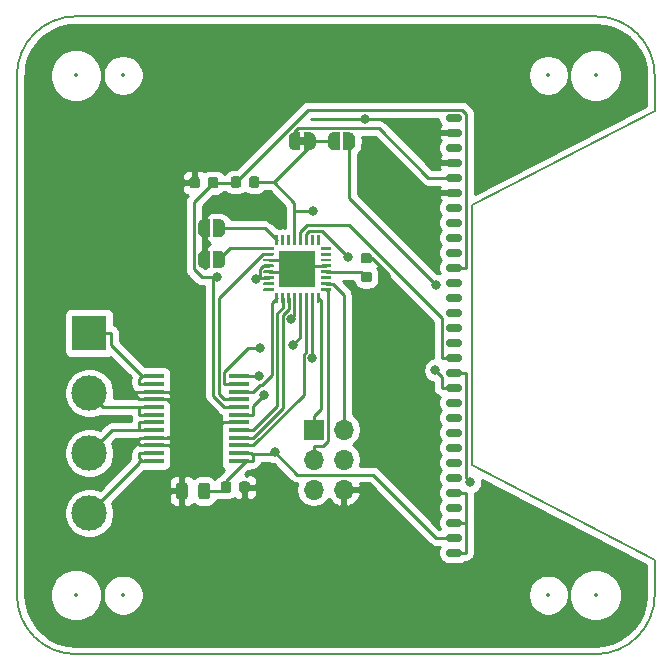
<source format=gtl>
G04 #@! TF.GenerationSoftware,KiCad,Pcbnew,5.1.5-52549c5~84~ubuntu18.04.1*
G04 #@! TF.CreationDate,2020-02-10T01:03:59+09:00*
G04 #@! TF.ProjectId,I2CMotorsForM5Stack,4932434d-6f74-46f7-9273-466f724d3553,rev?*
G04 #@! TF.SameCoordinates,Original*
G04 #@! TF.FileFunction,Copper,L1,Top*
G04 #@! TF.FilePolarity,Positive*
%FSLAX46Y46*%
G04 Gerber Fmt 4.6, Leading zero omitted, Abs format (unit mm)*
G04 Created by KiCad (PCBNEW 5.1.5-52549c5~84~ubuntu18.04.1) date 2020-02-10 01:03:59*
%MOMM*%
%LPD*%
G04 APERTURE LIST*
%ADD10C,0.150000*%
%ADD11C,0.200000*%
%ADD12C,0.100000*%
%ADD13R,3.100000X3.100000*%
%ADD14O,1.700000X1.700000*%
%ADD15R,1.700000X1.700000*%
%ADD16R,1.750000X0.450000*%
%ADD17C,3.000000*%
%ADD18R,3.000000X3.000000*%
%ADD19O,1.400000X0.700000*%
%ADD20C,0.800000*%
%ADD21C,0.250000*%
%ADD22C,0.254000*%
%ADD23C,0.350000*%
G04 APERTURE END LIST*
D10*
X53752800Y9534800D02*
X53752800Y6534800D01*
X38252800Y-23465200D02*
X53752800Y-31465200D01*
X38252800Y-1465200D02*
X38252800Y-23465200D01*
X53752800Y6534800D02*
X38252800Y-1465200D01*
X4752800Y14534800D02*
X48752800Y14534800D01*
D11*
X53752800Y-31465200D02*
X53752800Y-34465200D01*
D10*
X-247200Y-34465200D02*
X-247200Y9534800D01*
X48752800Y-39465200D02*
X4752800Y-39465200D01*
D12*
G36*
X24151800Y4276600D02*
G01*
X23651800Y4276600D01*
X23651800Y3676600D01*
X24151800Y3676600D01*
X24151800Y4276600D01*
G37*
D10*
X-247200Y9534800D02*
G75*
G02X4752800Y14534800I5000000J0D01*
G01*
X53752800Y-34465200D02*
G75*
G02X48752800Y-39465200I-5000000J0D01*
G01*
X4752800Y-39465200D02*
G75*
G02X-247200Y-34465200I0J5000000D01*
G01*
X48752800Y14534800D02*
G75*
G02X53752800Y9534800I0J-5000000D01*
G01*
D13*
X23501800Y-6848400D03*
G04 #@! TA.AperFunction,SMDPad,CuDef*
D12*
G36*
X21820426Y-3973701D02*
G01*
X21826493Y-3974601D01*
X21832443Y-3976091D01*
X21838218Y-3978158D01*
X21843762Y-3980780D01*
X21849023Y-3983933D01*
X21853950Y-3987587D01*
X21858494Y-3991706D01*
X21862613Y-3996250D01*
X21866267Y-4001177D01*
X21869420Y-4006438D01*
X21872042Y-4011982D01*
X21874109Y-4017757D01*
X21875599Y-4023707D01*
X21876499Y-4029774D01*
X21876800Y-4035900D01*
X21876800Y-4785900D01*
X21876499Y-4792026D01*
X21875599Y-4798093D01*
X21874109Y-4804043D01*
X21872042Y-4809818D01*
X21869420Y-4815362D01*
X21866267Y-4820623D01*
X21862613Y-4825550D01*
X21858494Y-4830094D01*
X21853950Y-4834213D01*
X21849023Y-4837867D01*
X21843762Y-4841020D01*
X21838218Y-4843642D01*
X21832443Y-4845709D01*
X21826493Y-4847199D01*
X21820426Y-4848099D01*
X21814300Y-4848400D01*
X21689300Y-4848400D01*
X21683174Y-4848099D01*
X21677107Y-4847199D01*
X21671157Y-4845709D01*
X21665382Y-4843642D01*
X21659838Y-4841020D01*
X21654577Y-4837867D01*
X21649650Y-4834213D01*
X21645106Y-4830094D01*
X21640987Y-4825550D01*
X21637333Y-4820623D01*
X21634180Y-4815362D01*
X21631558Y-4809818D01*
X21629491Y-4804043D01*
X21628001Y-4798093D01*
X21627101Y-4792026D01*
X21626800Y-4785900D01*
X21626800Y-4035900D01*
X21627101Y-4029774D01*
X21628001Y-4023707D01*
X21629491Y-4017757D01*
X21631558Y-4011982D01*
X21634180Y-4006438D01*
X21637333Y-4001177D01*
X21640987Y-3996250D01*
X21645106Y-3991706D01*
X21649650Y-3987587D01*
X21654577Y-3983933D01*
X21659838Y-3980780D01*
X21665382Y-3978158D01*
X21671157Y-3976091D01*
X21677107Y-3974601D01*
X21683174Y-3973701D01*
X21689300Y-3973400D01*
X21814300Y-3973400D01*
X21820426Y-3973701D01*
G37*
G04 #@! TD.AperFunction*
G04 #@! TA.AperFunction,SMDPad,CuDef*
G36*
X22320426Y-3973701D02*
G01*
X22326493Y-3974601D01*
X22332443Y-3976091D01*
X22338218Y-3978158D01*
X22343762Y-3980780D01*
X22349023Y-3983933D01*
X22353950Y-3987587D01*
X22358494Y-3991706D01*
X22362613Y-3996250D01*
X22366267Y-4001177D01*
X22369420Y-4006438D01*
X22372042Y-4011982D01*
X22374109Y-4017757D01*
X22375599Y-4023707D01*
X22376499Y-4029774D01*
X22376800Y-4035900D01*
X22376800Y-4785900D01*
X22376499Y-4792026D01*
X22375599Y-4798093D01*
X22374109Y-4804043D01*
X22372042Y-4809818D01*
X22369420Y-4815362D01*
X22366267Y-4820623D01*
X22362613Y-4825550D01*
X22358494Y-4830094D01*
X22353950Y-4834213D01*
X22349023Y-4837867D01*
X22343762Y-4841020D01*
X22338218Y-4843642D01*
X22332443Y-4845709D01*
X22326493Y-4847199D01*
X22320426Y-4848099D01*
X22314300Y-4848400D01*
X22189300Y-4848400D01*
X22183174Y-4848099D01*
X22177107Y-4847199D01*
X22171157Y-4845709D01*
X22165382Y-4843642D01*
X22159838Y-4841020D01*
X22154577Y-4837867D01*
X22149650Y-4834213D01*
X22145106Y-4830094D01*
X22140987Y-4825550D01*
X22137333Y-4820623D01*
X22134180Y-4815362D01*
X22131558Y-4809818D01*
X22129491Y-4804043D01*
X22128001Y-4798093D01*
X22127101Y-4792026D01*
X22126800Y-4785900D01*
X22126800Y-4035900D01*
X22127101Y-4029774D01*
X22128001Y-4023707D01*
X22129491Y-4017757D01*
X22131558Y-4011982D01*
X22134180Y-4006438D01*
X22137333Y-4001177D01*
X22140987Y-3996250D01*
X22145106Y-3991706D01*
X22149650Y-3987587D01*
X22154577Y-3983933D01*
X22159838Y-3980780D01*
X22165382Y-3978158D01*
X22171157Y-3976091D01*
X22177107Y-3974601D01*
X22183174Y-3973701D01*
X22189300Y-3973400D01*
X22314300Y-3973400D01*
X22320426Y-3973701D01*
G37*
G04 #@! TD.AperFunction*
G04 #@! TA.AperFunction,SMDPad,CuDef*
G36*
X22820426Y-3973701D02*
G01*
X22826493Y-3974601D01*
X22832443Y-3976091D01*
X22838218Y-3978158D01*
X22843762Y-3980780D01*
X22849023Y-3983933D01*
X22853950Y-3987587D01*
X22858494Y-3991706D01*
X22862613Y-3996250D01*
X22866267Y-4001177D01*
X22869420Y-4006438D01*
X22872042Y-4011982D01*
X22874109Y-4017757D01*
X22875599Y-4023707D01*
X22876499Y-4029774D01*
X22876800Y-4035900D01*
X22876800Y-4785900D01*
X22876499Y-4792026D01*
X22875599Y-4798093D01*
X22874109Y-4804043D01*
X22872042Y-4809818D01*
X22869420Y-4815362D01*
X22866267Y-4820623D01*
X22862613Y-4825550D01*
X22858494Y-4830094D01*
X22853950Y-4834213D01*
X22849023Y-4837867D01*
X22843762Y-4841020D01*
X22838218Y-4843642D01*
X22832443Y-4845709D01*
X22826493Y-4847199D01*
X22820426Y-4848099D01*
X22814300Y-4848400D01*
X22689300Y-4848400D01*
X22683174Y-4848099D01*
X22677107Y-4847199D01*
X22671157Y-4845709D01*
X22665382Y-4843642D01*
X22659838Y-4841020D01*
X22654577Y-4837867D01*
X22649650Y-4834213D01*
X22645106Y-4830094D01*
X22640987Y-4825550D01*
X22637333Y-4820623D01*
X22634180Y-4815362D01*
X22631558Y-4809818D01*
X22629491Y-4804043D01*
X22628001Y-4798093D01*
X22627101Y-4792026D01*
X22626800Y-4785900D01*
X22626800Y-4035900D01*
X22627101Y-4029774D01*
X22628001Y-4023707D01*
X22629491Y-4017757D01*
X22631558Y-4011982D01*
X22634180Y-4006438D01*
X22637333Y-4001177D01*
X22640987Y-3996250D01*
X22645106Y-3991706D01*
X22649650Y-3987587D01*
X22654577Y-3983933D01*
X22659838Y-3980780D01*
X22665382Y-3978158D01*
X22671157Y-3976091D01*
X22677107Y-3974601D01*
X22683174Y-3973701D01*
X22689300Y-3973400D01*
X22814300Y-3973400D01*
X22820426Y-3973701D01*
G37*
G04 #@! TD.AperFunction*
G04 #@! TA.AperFunction,SMDPad,CuDef*
G36*
X23320426Y-3973701D02*
G01*
X23326493Y-3974601D01*
X23332443Y-3976091D01*
X23338218Y-3978158D01*
X23343762Y-3980780D01*
X23349023Y-3983933D01*
X23353950Y-3987587D01*
X23358494Y-3991706D01*
X23362613Y-3996250D01*
X23366267Y-4001177D01*
X23369420Y-4006438D01*
X23372042Y-4011982D01*
X23374109Y-4017757D01*
X23375599Y-4023707D01*
X23376499Y-4029774D01*
X23376800Y-4035900D01*
X23376800Y-4785900D01*
X23376499Y-4792026D01*
X23375599Y-4798093D01*
X23374109Y-4804043D01*
X23372042Y-4809818D01*
X23369420Y-4815362D01*
X23366267Y-4820623D01*
X23362613Y-4825550D01*
X23358494Y-4830094D01*
X23353950Y-4834213D01*
X23349023Y-4837867D01*
X23343762Y-4841020D01*
X23338218Y-4843642D01*
X23332443Y-4845709D01*
X23326493Y-4847199D01*
X23320426Y-4848099D01*
X23314300Y-4848400D01*
X23189300Y-4848400D01*
X23183174Y-4848099D01*
X23177107Y-4847199D01*
X23171157Y-4845709D01*
X23165382Y-4843642D01*
X23159838Y-4841020D01*
X23154577Y-4837867D01*
X23149650Y-4834213D01*
X23145106Y-4830094D01*
X23140987Y-4825550D01*
X23137333Y-4820623D01*
X23134180Y-4815362D01*
X23131558Y-4809818D01*
X23129491Y-4804043D01*
X23128001Y-4798093D01*
X23127101Y-4792026D01*
X23126800Y-4785900D01*
X23126800Y-4035900D01*
X23127101Y-4029774D01*
X23128001Y-4023707D01*
X23129491Y-4017757D01*
X23131558Y-4011982D01*
X23134180Y-4006438D01*
X23137333Y-4001177D01*
X23140987Y-3996250D01*
X23145106Y-3991706D01*
X23149650Y-3987587D01*
X23154577Y-3983933D01*
X23159838Y-3980780D01*
X23165382Y-3978158D01*
X23171157Y-3976091D01*
X23177107Y-3974601D01*
X23183174Y-3973701D01*
X23189300Y-3973400D01*
X23314300Y-3973400D01*
X23320426Y-3973701D01*
G37*
G04 #@! TD.AperFunction*
G04 #@! TA.AperFunction,SMDPad,CuDef*
G36*
X23820426Y-3973701D02*
G01*
X23826493Y-3974601D01*
X23832443Y-3976091D01*
X23838218Y-3978158D01*
X23843762Y-3980780D01*
X23849023Y-3983933D01*
X23853950Y-3987587D01*
X23858494Y-3991706D01*
X23862613Y-3996250D01*
X23866267Y-4001177D01*
X23869420Y-4006438D01*
X23872042Y-4011982D01*
X23874109Y-4017757D01*
X23875599Y-4023707D01*
X23876499Y-4029774D01*
X23876800Y-4035900D01*
X23876800Y-4785900D01*
X23876499Y-4792026D01*
X23875599Y-4798093D01*
X23874109Y-4804043D01*
X23872042Y-4809818D01*
X23869420Y-4815362D01*
X23866267Y-4820623D01*
X23862613Y-4825550D01*
X23858494Y-4830094D01*
X23853950Y-4834213D01*
X23849023Y-4837867D01*
X23843762Y-4841020D01*
X23838218Y-4843642D01*
X23832443Y-4845709D01*
X23826493Y-4847199D01*
X23820426Y-4848099D01*
X23814300Y-4848400D01*
X23689300Y-4848400D01*
X23683174Y-4848099D01*
X23677107Y-4847199D01*
X23671157Y-4845709D01*
X23665382Y-4843642D01*
X23659838Y-4841020D01*
X23654577Y-4837867D01*
X23649650Y-4834213D01*
X23645106Y-4830094D01*
X23640987Y-4825550D01*
X23637333Y-4820623D01*
X23634180Y-4815362D01*
X23631558Y-4809818D01*
X23629491Y-4804043D01*
X23628001Y-4798093D01*
X23627101Y-4792026D01*
X23626800Y-4785900D01*
X23626800Y-4035900D01*
X23627101Y-4029774D01*
X23628001Y-4023707D01*
X23629491Y-4017757D01*
X23631558Y-4011982D01*
X23634180Y-4006438D01*
X23637333Y-4001177D01*
X23640987Y-3996250D01*
X23645106Y-3991706D01*
X23649650Y-3987587D01*
X23654577Y-3983933D01*
X23659838Y-3980780D01*
X23665382Y-3978158D01*
X23671157Y-3976091D01*
X23677107Y-3974601D01*
X23683174Y-3973701D01*
X23689300Y-3973400D01*
X23814300Y-3973400D01*
X23820426Y-3973701D01*
G37*
G04 #@! TD.AperFunction*
G04 #@! TA.AperFunction,SMDPad,CuDef*
G36*
X24320426Y-3973701D02*
G01*
X24326493Y-3974601D01*
X24332443Y-3976091D01*
X24338218Y-3978158D01*
X24343762Y-3980780D01*
X24349023Y-3983933D01*
X24353950Y-3987587D01*
X24358494Y-3991706D01*
X24362613Y-3996250D01*
X24366267Y-4001177D01*
X24369420Y-4006438D01*
X24372042Y-4011982D01*
X24374109Y-4017757D01*
X24375599Y-4023707D01*
X24376499Y-4029774D01*
X24376800Y-4035900D01*
X24376800Y-4785900D01*
X24376499Y-4792026D01*
X24375599Y-4798093D01*
X24374109Y-4804043D01*
X24372042Y-4809818D01*
X24369420Y-4815362D01*
X24366267Y-4820623D01*
X24362613Y-4825550D01*
X24358494Y-4830094D01*
X24353950Y-4834213D01*
X24349023Y-4837867D01*
X24343762Y-4841020D01*
X24338218Y-4843642D01*
X24332443Y-4845709D01*
X24326493Y-4847199D01*
X24320426Y-4848099D01*
X24314300Y-4848400D01*
X24189300Y-4848400D01*
X24183174Y-4848099D01*
X24177107Y-4847199D01*
X24171157Y-4845709D01*
X24165382Y-4843642D01*
X24159838Y-4841020D01*
X24154577Y-4837867D01*
X24149650Y-4834213D01*
X24145106Y-4830094D01*
X24140987Y-4825550D01*
X24137333Y-4820623D01*
X24134180Y-4815362D01*
X24131558Y-4809818D01*
X24129491Y-4804043D01*
X24128001Y-4798093D01*
X24127101Y-4792026D01*
X24126800Y-4785900D01*
X24126800Y-4035900D01*
X24127101Y-4029774D01*
X24128001Y-4023707D01*
X24129491Y-4017757D01*
X24131558Y-4011982D01*
X24134180Y-4006438D01*
X24137333Y-4001177D01*
X24140987Y-3996250D01*
X24145106Y-3991706D01*
X24149650Y-3987587D01*
X24154577Y-3983933D01*
X24159838Y-3980780D01*
X24165382Y-3978158D01*
X24171157Y-3976091D01*
X24177107Y-3974601D01*
X24183174Y-3973701D01*
X24189300Y-3973400D01*
X24314300Y-3973400D01*
X24320426Y-3973701D01*
G37*
G04 #@! TD.AperFunction*
G04 #@! TA.AperFunction,SMDPad,CuDef*
G36*
X24820426Y-3973701D02*
G01*
X24826493Y-3974601D01*
X24832443Y-3976091D01*
X24838218Y-3978158D01*
X24843762Y-3980780D01*
X24849023Y-3983933D01*
X24853950Y-3987587D01*
X24858494Y-3991706D01*
X24862613Y-3996250D01*
X24866267Y-4001177D01*
X24869420Y-4006438D01*
X24872042Y-4011982D01*
X24874109Y-4017757D01*
X24875599Y-4023707D01*
X24876499Y-4029774D01*
X24876800Y-4035900D01*
X24876800Y-4785900D01*
X24876499Y-4792026D01*
X24875599Y-4798093D01*
X24874109Y-4804043D01*
X24872042Y-4809818D01*
X24869420Y-4815362D01*
X24866267Y-4820623D01*
X24862613Y-4825550D01*
X24858494Y-4830094D01*
X24853950Y-4834213D01*
X24849023Y-4837867D01*
X24843762Y-4841020D01*
X24838218Y-4843642D01*
X24832443Y-4845709D01*
X24826493Y-4847199D01*
X24820426Y-4848099D01*
X24814300Y-4848400D01*
X24689300Y-4848400D01*
X24683174Y-4848099D01*
X24677107Y-4847199D01*
X24671157Y-4845709D01*
X24665382Y-4843642D01*
X24659838Y-4841020D01*
X24654577Y-4837867D01*
X24649650Y-4834213D01*
X24645106Y-4830094D01*
X24640987Y-4825550D01*
X24637333Y-4820623D01*
X24634180Y-4815362D01*
X24631558Y-4809818D01*
X24629491Y-4804043D01*
X24628001Y-4798093D01*
X24627101Y-4792026D01*
X24626800Y-4785900D01*
X24626800Y-4035900D01*
X24627101Y-4029774D01*
X24628001Y-4023707D01*
X24629491Y-4017757D01*
X24631558Y-4011982D01*
X24634180Y-4006438D01*
X24637333Y-4001177D01*
X24640987Y-3996250D01*
X24645106Y-3991706D01*
X24649650Y-3987587D01*
X24654577Y-3983933D01*
X24659838Y-3980780D01*
X24665382Y-3978158D01*
X24671157Y-3976091D01*
X24677107Y-3974601D01*
X24683174Y-3973701D01*
X24689300Y-3973400D01*
X24814300Y-3973400D01*
X24820426Y-3973701D01*
G37*
G04 #@! TD.AperFunction*
G04 #@! TA.AperFunction,SMDPad,CuDef*
G36*
X25320426Y-3973701D02*
G01*
X25326493Y-3974601D01*
X25332443Y-3976091D01*
X25338218Y-3978158D01*
X25343762Y-3980780D01*
X25349023Y-3983933D01*
X25353950Y-3987587D01*
X25358494Y-3991706D01*
X25362613Y-3996250D01*
X25366267Y-4001177D01*
X25369420Y-4006438D01*
X25372042Y-4011982D01*
X25374109Y-4017757D01*
X25375599Y-4023707D01*
X25376499Y-4029774D01*
X25376800Y-4035900D01*
X25376800Y-4785900D01*
X25376499Y-4792026D01*
X25375599Y-4798093D01*
X25374109Y-4804043D01*
X25372042Y-4809818D01*
X25369420Y-4815362D01*
X25366267Y-4820623D01*
X25362613Y-4825550D01*
X25358494Y-4830094D01*
X25353950Y-4834213D01*
X25349023Y-4837867D01*
X25343762Y-4841020D01*
X25338218Y-4843642D01*
X25332443Y-4845709D01*
X25326493Y-4847199D01*
X25320426Y-4848099D01*
X25314300Y-4848400D01*
X25189300Y-4848400D01*
X25183174Y-4848099D01*
X25177107Y-4847199D01*
X25171157Y-4845709D01*
X25165382Y-4843642D01*
X25159838Y-4841020D01*
X25154577Y-4837867D01*
X25149650Y-4834213D01*
X25145106Y-4830094D01*
X25140987Y-4825550D01*
X25137333Y-4820623D01*
X25134180Y-4815362D01*
X25131558Y-4809818D01*
X25129491Y-4804043D01*
X25128001Y-4798093D01*
X25127101Y-4792026D01*
X25126800Y-4785900D01*
X25126800Y-4035900D01*
X25127101Y-4029774D01*
X25128001Y-4023707D01*
X25129491Y-4017757D01*
X25131558Y-4011982D01*
X25134180Y-4006438D01*
X25137333Y-4001177D01*
X25140987Y-3996250D01*
X25145106Y-3991706D01*
X25149650Y-3987587D01*
X25154577Y-3983933D01*
X25159838Y-3980780D01*
X25165382Y-3978158D01*
X25171157Y-3976091D01*
X25177107Y-3974601D01*
X25183174Y-3973701D01*
X25189300Y-3973400D01*
X25314300Y-3973400D01*
X25320426Y-3973701D01*
G37*
G04 #@! TD.AperFunction*
G04 #@! TA.AperFunction,SMDPad,CuDef*
G36*
X26320426Y-4973701D02*
G01*
X26326493Y-4974601D01*
X26332443Y-4976091D01*
X26338218Y-4978158D01*
X26343762Y-4980780D01*
X26349023Y-4983933D01*
X26353950Y-4987587D01*
X26358494Y-4991706D01*
X26362613Y-4996250D01*
X26366267Y-5001177D01*
X26369420Y-5006438D01*
X26372042Y-5011982D01*
X26374109Y-5017757D01*
X26375599Y-5023707D01*
X26376499Y-5029774D01*
X26376800Y-5035900D01*
X26376800Y-5160900D01*
X26376499Y-5167026D01*
X26375599Y-5173093D01*
X26374109Y-5179043D01*
X26372042Y-5184818D01*
X26369420Y-5190362D01*
X26366267Y-5195623D01*
X26362613Y-5200550D01*
X26358494Y-5205094D01*
X26353950Y-5209213D01*
X26349023Y-5212867D01*
X26343762Y-5216020D01*
X26338218Y-5218642D01*
X26332443Y-5220709D01*
X26326493Y-5222199D01*
X26320426Y-5223099D01*
X26314300Y-5223400D01*
X25564300Y-5223400D01*
X25558174Y-5223099D01*
X25552107Y-5222199D01*
X25546157Y-5220709D01*
X25540382Y-5218642D01*
X25534838Y-5216020D01*
X25529577Y-5212867D01*
X25524650Y-5209213D01*
X25520106Y-5205094D01*
X25515987Y-5200550D01*
X25512333Y-5195623D01*
X25509180Y-5190362D01*
X25506558Y-5184818D01*
X25504491Y-5179043D01*
X25503001Y-5173093D01*
X25502101Y-5167026D01*
X25501800Y-5160900D01*
X25501800Y-5035900D01*
X25502101Y-5029774D01*
X25503001Y-5023707D01*
X25504491Y-5017757D01*
X25506558Y-5011982D01*
X25509180Y-5006438D01*
X25512333Y-5001177D01*
X25515987Y-4996250D01*
X25520106Y-4991706D01*
X25524650Y-4987587D01*
X25529577Y-4983933D01*
X25534838Y-4980780D01*
X25540382Y-4978158D01*
X25546157Y-4976091D01*
X25552107Y-4974601D01*
X25558174Y-4973701D01*
X25564300Y-4973400D01*
X26314300Y-4973400D01*
X26320426Y-4973701D01*
G37*
G04 #@! TD.AperFunction*
G04 #@! TA.AperFunction,SMDPad,CuDef*
G36*
X26320426Y-5473701D02*
G01*
X26326493Y-5474601D01*
X26332443Y-5476091D01*
X26338218Y-5478158D01*
X26343762Y-5480780D01*
X26349023Y-5483933D01*
X26353950Y-5487587D01*
X26358494Y-5491706D01*
X26362613Y-5496250D01*
X26366267Y-5501177D01*
X26369420Y-5506438D01*
X26372042Y-5511982D01*
X26374109Y-5517757D01*
X26375599Y-5523707D01*
X26376499Y-5529774D01*
X26376800Y-5535900D01*
X26376800Y-5660900D01*
X26376499Y-5667026D01*
X26375599Y-5673093D01*
X26374109Y-5679043D01*
X26372042Y-5684818D01*
X26369420Y-5690362D01*
X26366267Y-5695623D01*
X26362613Y-5700550D01*
X26358494Y-5705094D01*
X26353950Y-5709213D01*
X26349023Y-5712867D01*
X26343762Y-5716020D01*
X26338218Y-5718642D01*
X26332443Y-5720709D01*
X26326493Y-5722199D01*
X26320426Y-5723099D01*
X26314300Y-5723400D01*
X25564300Y-5723400D01*
X25558174Y-5723099D01*
X25552107Y-5722199D01*
X25546157Y-5720709D01*
X25540382Y-5718642D01*
X25534838Y-5716020D01*
X25529577Y-5712867D01*
X25524650Y-5709213D01*
X25520106Y-5705094D01*
X25515987Y-5700550D01*
X25512333Y-5695623D01*
X25509180Y-5690362D01*
X25506558Y-5684818D01*
X25504491Y-5679043D01*
X25503001Y-5673093D01*
X25502101Y-5667026D01*
X25501800Y-5660900D01*
X25501800Y-5535900D01*
X25502101Y-5529774D01*
X25503001Y-5523707D01*
X25504491Y-5517757D01*
X25506558Y-5511982D01*
X25509180Y-5506438D01*
X25512333Y-5501177D01*
X25515987Y-5496250D01*
X25520106Y-5491706D01*
X25524650Y-5487587D01*
X25529577Y-5483933D01*
X25534838Y-5480780D01*
X25540382Y-5478158D01*
X25546157Y-5476091D01*
X25552107Y-5474601D01*
X25558174Y-5473701D01*
X25564300Y-5473400D01*
X26314300Y-5473400D01*
X26320426Y-5473701D01*
G37*
G04 #@! TD.AperFunction*
G04 #@! TA.AperFunction,SMDPad,CuDef*
G36*
X26320426Y-5973701D02*
G01*
X26326493Y-5974601D01*
X26332443Y-5976091D01*
X26338218Y-5978158D01*
X26343762Y-5980780D01*
X26349023Y-5983933D01*
X26353950Y-5987587D01*
X26358494Y-5991706D01*
X26362613Y-5996250D01*
X26366267Y-6001177D01*
X26369420Y-6006438D01*
X26372042Y-6011982D01*
X26374109Y-6017757D01*
X26375599Y-6023707D01*
X26376499Y-6029774D01*
X26376800Y-6035900D01*
X26376800Y-6160900D01*
X26376499Y-6167026D01*
X26375599Y-6173093D01*
X26374109Y-6179043D01*
X26372042Y-6184818D01*
X26369420Y-6190362D01*
X26366267Y-6195623D01*
X26362613Y-6200550D01*
X26358494Y-6205094D01*
X26353950Y-6209213D01*
X26349023Y-6212867D01*
X26343762Y-6216020D01*
X26338218Y-6218642D01*
X26332443Y-6220709D01*
X26326493Y-6222199D01*
X26320426Y-6223099D01*
X26314300Y-6223400D01*
X25564300Y-6223400D01*
X25558174Y-6223099D01*
X25552107Y-6222199D01*
X25546157Y-6220709D01*
X25540382Y-6218642D01*
X25534838Y-6216020D01*
X25529577Y-6212867D01*
X25524650Y-6209213D01*
X25520106Y-6205094D01*
X25515987Y-6200550D01*
X25512333Y-6195623D01*
X25509180Y-6190362D01*
X25506558Y-6184818D01*
X25504491Y-6179043D01*
X25503001Y-6173093D01*
X25502101Y-6167026D01*
X25501800Y-6160900D01*
X25501800Y-6035900D01*
X25502101Y-6029774D01*
X25503001Y-6023707D01*
X25504491Y-6017757D01*
X25506558Y-6011982D01*
X25509180Y-6006438D01*
X25512333Y-6001177D01*
X25515987Y-5996250D01*
X25520106Y-5991706D01*
X25524650Y-5987587D01*
X25529577Y-5983933D01*
X25534838Y-5980780D01*
X25540382Y-5978158D01*
X25546157Y-5976091D01*
X25552107Y-5974601D01*
X25558174Y-5973701D01*
X25564300Y-5973400D01*
X26314300Y-5973400D01*
X26320426Y-5973701D01*
G37*
G04 #@! TD.AperFunction*
G04 #@! TA.AperFunction,SMDPad,CuDef*
G36*
X26320426Y-6473701D02*
G01*
X26326493Y-6474601D01*
X26332443Y-6476091D01*
X26338218Y-6478158D01*
X26343762Y-6480780D01*
X26349023Y-6483933D01*
X26353950Y-6487587D01*
X26358494Y-6491706D01*
X26362613Y-6496250D01*
X26366267Y-6501177D01*
X26369420Y-6506438D01*
X26372042Y-6511982D01*
X26374109Y-6517757D01*
X26375599Y-6523707D01*
X26376499Y-6529774D01*
X26376800Y-6535900D01*
X26376800Y-6660900D01*
X26376499Y-6667026D01*
X26375599Y-6673093D01*
X26374109Y-6679043D01*
X26372042Y-6684818D01*
X26369420Y-6690362D01*
X26366267Y-6695623D01*
X26362613Y-6700550D01*
X26358494Y-6705094D01*
X26353950Y-6709213D01*
X26349023Y-6712867D01*
X26343762Y-6716020D01*
X26338218Y-6718642D01*
X26332443Y-6720709D01*
X26326493Y-6722199D01*
X26320426Y-6723099D01*
X26314300Y-6723400D01*
X25564300Y-6723400D01*
X25558174Y-6723099D01*
X25552107Y-6722199D01*
X25546157Y-6720709D01*
X25540382Y-6718642D01*
X25534838Y-6716020D01*
X25529577Y-6712867D01*
X25524650Y-6709213D01*
X25520106Y-6705094D01*
X25515987Y-6700550D01*
X25512333Y-6695623D01*
X25509180Y-6690362D01*
X25506558Y-6684818D01*
X25504491Y-6679043D01*
X25503001Y-6673093D01*
X25502101Y-6667026D01*
X25501800Y-6660900D01*
X25501800Y-6535900D01*
X25502101Y-6529774D01*
X25503001Y-6523707D01*
X25504491Y-6517757D01*
X25506558Y-6511982D01*
X25509180Y-6506438D01*
X25512333Y-6501177D01*
X25515987Y-6496250D01*
X25520106Y-6491706D01*
X25524650Y-6487587D01*
X25529577Y-6483933D01*
X25534838Y-6480780D01*
X25540382Y-6478158D01*
X25546157Y-6476091D01*
X25552107Y-6474601D01*
X25558174Y-6473701D01*
X25564300Y-6473400D01*
X26314300Y-6473400D01*
X26320426Y-6473701D01*
G37*
G04 #@! TD.AperFunction*
G04 #@! TA.AperFunction,SMDPad,CuDef*
G36*
X26320426Y-6973701D02*
G01*
X26326493Y-6974601D01*
X26332443Y-6976091D01*
X26338218Y-6978158D01*
X26343762Y-6980780D01*
X26349023Y-6983933D01*
X26353950Y-6987587D01*
X26358494Y-6991706D01*
X26362613Y-6996250D01*
X26366267Y-7001177D01*
X26369420Y-7006438D01*
X26372042Y-7011982D01*
X26374109Y-7017757D01*
X26375599Y-7023707D01*
X26376499Y-7029774D01*
X26376800Y-7035900D01*
X26376800Y-7160900D01*
X26376499Y-7167026D01*
X26375599Y-7173093D01*
X26374109Y-7179043D01*
X26372042Y-7184818D01*
X26369420Y-7190362D01*
X26366267Y-7195623D01*
X26362613Y-7200550D01*
X26358494Y-7205094D01*
X26353950Y-7209213D01*
X26349023Y-7212867D01*
X26343762Y-7216020D01*
X26338218Y-7218642D01*
X26332443Y-7220709D01*
X26326493Y-7222199D01*
X26320426Y-7223099D01*
X26314300Y-7223400D01*
X25564300Y-7223400D01*
X25558174Y-7223099D01*
X25552107Y-7222199D01*
X25546157Y-7220709D01*
X25540382Y-7218642D01*
X25534838Y-7216020D01*
X25529577Y-7212867D01*
X25524650Y-7209213D01*
X25520106Y-7205094D01*
X25515987Y-7200550D01*
X25512333Y-7195623D01*
X25509180Y-7190362D01*
X25506558Y-7184818D01*
X25504491Y-7179043D01*
X25503001Y-7173093D01*
X25502101Y-7167026D01*
X25501800Y-7160900D01*
X25501800Y-7035900D01*
X25502101Y-7029774D01*
X25503001Y-7023707D01*
X25504491Y-7017757D01*
X25506558Y-7011982D01*
X25509180Y-7006438D01*
X25512333Y-7001177D01*
X25515987Y-6996250D01*
X25520106Y-6991706D01*
X25524650Y-6987587D01*
X25529577Y-6983933D01*
X25534838Y-6980780D01*
X25540382Y-6978158D01*
X25546157Y-6976091D01*
X25552107Y-6974601D01*
X25558174Y-6973701D01*
X25564300Y-6973400D01*
X26314300Y-6973400D01*
X26320426Y-6973701D01*
G37*
G04 #@! TD.AperFunction*
G04 #@! TA.AperFunction,SMDPad,CuDef*
G36*
X26320426Y-7473701D02*
G01*
X26326493Y-7474601D01*
X26332443Y-7476091D01*
X26338218Y-7478158D01*
X26343762Y-7480780D01*
X26349023Y-7483933D01*
X26353950Y-7487587D01*
X26358494Y-7491706D01*
X26362613Y-7496250D01*
X26366267Y-7501177D01*
X26369420Y-7506438D01*
X26372042Y-7511982D01*
X26374109Y-7517757D01*
X26375599Y-7523707D01*
X26376499Y-7529774D01*
X26376800Y-7535900D01*
X26376800Y-7660900D01*
X26376499Y-7667026D01*
X26375599Y-7673093D01*
X26374109Y-7679043D01*
X26372042Y-7684818D01*
X26369420Y-7690362D01*
X26366267Y-7695623D01*
X26362613Y-7700550D01*
X26358494Y-7705094D01*
X26353950Y-7709213D01*
X26349023Y-7712867D01*
X26343762Y-7716020D01*
X26338218Y-7718642D01*
X26332443Y-7720709D01*
X26326493Y-7722199D01*
X26320426Y-7723099D01*
X26314300Y-7723400D01*
X25564300Y-7723400D01*
X25558174Y-7723099D01*
X25552107Y-7722199D01*
X25546157Y-7720709D01*
X25540382Y-7718642D01*
X25534838Y-7716020D01*
X25529577Y-7712867D01*
X25524650Y-7709213D01*
X25520106Y-7705094D01*
X25515987Y-7700550D01*
X25512333Y-7695623D01*
X25509180Y-7690362D01*
X25506558Y-7684818D01*
X25504491Y-7679043D01*
X25503001Y-7673093D01*
X25502101Y-7667026D01*
X25501800Y-7660900D01*
X25501800Y-7535900D01*
X25502101Y-7529774D01*
X25503001Y-7523707D01*
X25504491Y-7517757D01*
X25506558Y-7511982D01*
X25509180Y-7506438D01*
X25512333Y-7501177D01*
X25515987Y-7496250D01*
X25520106Y-7491706D01*
X25524650Y-7487587D01*
X25529577Y-7483933D01*
X25534838Y-7480780D01*
X25540382Y-7478158D01*
X25546157Y-7476091D01*
X25552107Y-7474601D01*
X25558174Y-7473701D01*
X25564300Y-7473400D01*
X26314300Y-7473400D01*
X26320426Y-7473701D01*
G37*
G04 #@! TD.AperFunction*
G04 #@! TA.AperFunction,SMDPad,CuDef*
G36*
X26320426Y-7973701D02*
G01*
X26326493Y-7974601D01*
X26332443Y-7976091D01*
X26338218Y-7978158D01*
X26343762Y-7980780D01*
X26349023Y-7983933D01*
X26353950Y-7987587D01*
X26358494Y-7991706D01*
X26362613Y-7996250D01*
X26366267Y-8001177D01*
X26369420Y-8006438D01*
X26372042Y-8011982D01*
X26374109Y-8017757D01*
X26375599Y-8023707D01*
X26376499Y-8029774D01*
X26376800Y-8035900D01*
X26376800Y-8160900D01*
X26376499Y-8167026D01*
X26375599Y-8173093D01*
X26374109Y-8179043D01*
X26372042Y-8184818D01*
X26369420Y-8190362D01*
X26366267Y-8195623D01*
X26362613Y-8200550D01*
X26358494Y-8205094D01*
X26353950Y-8209213D01*
X26349023Y-8212867D01*
X26343762Y-8216020D01*
X26338218Y-8218642D01*
X26332443Y-8220709D01*
X26326493Y-8222199D01*
X26320426Y-8223099D01*
X26314300Y-8223400D01*
X25564300Y-8223400D01*
X25558174Y-8223099D01*
X25552107Y-8222199D01*
X25546157Y-8220709D01*
X25540382Y-8218642D01*
X25534838Y-8216020D01*
X25529577Y-8212867D01*
X25524650Y-8209213D01*
X25520106Y-8205094D01*
X25515987Y-8200550D01*
X25512333Y-8195623D01*
X25509180Y-8190362D01*
X25506558Y-8184818D01*
X25504491Y-8179043D01*
X25503001Y-8173093D01*
X25502101Y-8167026D01*
X25501800Y-8160900D01*
X25501800Y-8035900D01*
X25502101Y-8029774D01*
X25503001Y-8023707D01*
X25504491Y-8017757D01*
X25506558Y-8011982D01*
X25509180Y-8006438D01*
X25512333Y-8001177D01*
X25515987Y-7996250D01*
X25520106Y-7991706D01*
X25524650Y-7987587D01*
X25529577Y-7983933D01*
X25534838Y-7980780D01*
X25540382Y-7978158D01*
X25546157Y-7976091D01*
X25552107Y-7974601D01*
X25558174Y-7973701D01*
X25564300Y-7973400D01*
X26314300Y-7973400D01*
X26320426Y-7973701D01*
G37*
G04 #@! TD.AperFunction*
G04 #@! TA.AperFunction,SMDPad,CuDef*
G36*
X26320426Y-8473701D02*
G01*
X26326493Y-8474601D01*
X26332443Y-8476091D01*
X26338218Y-8478158D01*
X26343762Y-8480780D01*
X26349023Y-8483933D01*
X26353950Y-8487587D01*
X26358494Y-8491706D01*
X26362613Y-8496250D01*
X26366267Y-8501177D01*
X26369420Y-8506438D01*
X26372042Y-8511982D01*
X26374109Y-8517757D01*
X26375599Y-8523707D01*
X26376499Y-8529774D01*
X26376800Y-8535900D01*
X26376800Y-8660900D01*
X26376499Y-8667026D01*
X26375599Y-8673093D01*
X26374109Y-8679043D01*
X26372042Y-8684818D01*
X26369420Y-8690362D01*
X26366267Y-8695623D01*
X26362613Y-8700550D01*
X26358494Y-8705094D01*
X26353950Y-8709213D01*
X26349023Y-8712867D01*
X26343762Y-8716020D01*
X26338218Y-8718642D01*
X26332443Y-8720709D01*
X26326493Y-8722199D01*
X26320426Y-8723099D01*
X26314300Y-8723400D01*
X25564300Y-8723400D01*
X25558174Y-8723099D01*
X25552107Y-8722199D01*
X25546157Y-8720709D01*
X25540382Y-8718642D01*
X25534838Y-8716020D01*
X25529577Y-8712867D01*
X25524650Y-8709213D01*
X25520106Y-8705094D01*
X25515987Y-8700550D01*
X25512333Y-8695623D01*
X25509180Y-8690362D01*
X25506558Y-8684818D01*
X25504491Y-8679043D01*
X25503001Y-8673093D01*
X25502101Y-8667026D01*
X25501800Y-8660900D01*
X25501800Y-8535900D01*
X25502101Y-8529774D01*
X25503001Y-8523707D01*
X25504491Y-8517757D01*
X25506558Y-8511982D01*
X25509180Y-8506438D01*
X25512333Y-8501177D01*
X25515987Y-8496250D01*
X25520106Y-8491706D01*
X25524650Y-8487587D01*
X25529577Y-8483933D01*
X25534838Y-8480780D01*
X25540382Y-8478158D01*
X25546157Y-8476091D01*
X25552107Y-8474601D01*
X25558174Y-8473701D01*
X25564300Y-8473400D01*
X26314300Y-8473400D01*
X26320426Y-8473701D01*
G37*
G04 #@! TD.AperFunction*
G04 #@! TA.AperFunction,SMDPad,CuDef*
G36*
X25320426Y-8848701D02*
G01*
X25326493Y-8849601D01*
X25332443Y-8851091D01*
X25338218Y-8853158D01*
X25343762Y-8855780D01*
X25349023Y-8858933D01*
X25353950Y-8862587D01*
X25358494Y-8866706D01*
X25362613Y-8871250D01*
X25366267Y-8876177D01*
X25369420Y-8881438D01*
X25372042Y-8886982D01*
X25374109Y-8892757D01*
X25375599Y-8898707D01*
X25376499Y-8904774D01*
X25376800Y-8910900D01*
X25376800Y-9660900D01*
X25376499Y-9667026D01*
X25375599Y-9673093D01*
X25374109Y-9679043D01*
X25372042Y-9684818D01*
X25369420Y-9690362D01*
X25366267Y-9695623D01*
X25362613Y-9700550D01*
X25358494Y-9705094D01*
X25353950Y-9709213D01*
X25349023Y-9712867D01*
X25343762Y-9716020D01*
X25338218Y-9718642D01*
X25332443Y-9720709D01*
X25326493Y-9722199D01*
X25320426Y-9723099D01*
X25314300Y-9723400D01*
X25189300Y-9723400D01*
X25183174Y-9723099D01*
X25177107Y-9722199D01*
X25171157Y-9720709D01*
X25165382Y-9718642D01*
X25159838Y-9716020D01*
X25154577Y-9712867D01*
X25149650Y-9709213D01*
X25145106Y-9705094D01*
X25140987Y-9700550D01*
X25137333Y-9695623D01*
X25134180Y-9690362D01*
X25131558Y-9684818D01*
X25129491Y-9679043D01*
X25128001Y-9673093D01*
X25127101Y-9667026D01*
X25126800Y-9660900D01*
X25126800Y-8910900D01*
X25127101Y-8904774D01*
X25128001Y-8898707D01*
X25129491Y-8892757D01*
X25131558Y-8886982D01*
X25134180Y-8881438D01*
X25137333Y-8876177D01*
X25140987Y-8871250D01*
X25145106Y-8866706D01*
X25149650Y-8862587D01*
X25154577Y-8858933D01*
X25159838Y-8855780D01*
X25165382Y-8853158D01*
X25171157Y-8851091D01*
X25177107Y-8849601D01*
X25183174Y-8848701D01*
X25189300Y-8848400D01*
X25314300Y-8848400D01*
X25320426Y-8848701D01*
G37*
G04 #@! TD.AperFunction*
G04 #@! TA.AperFunction,SMDPad,CuDef*
G36*
X24820426Y-8848701D02*
G01*
X24826493Y-8849601D01*
X24832443Y-8851091D01*
X24838218Y-8853158D01*
X24843762Y-8855780D01*
X24849023Y-8858933D01*
X24853950Y-8862587D01*
X24858494Y-8866706D01*
X24862613Y-8871250D01*
X24866267Y-8876177D01*
X24869420Y-8881438D01*
X24872042Y-8886982D01*
X24874109Y-8892757D01*
X24875599Y-8898707D01*
X24876499Y-8904774D01*
X24876800Y-8910900D01*
X24876800Y-9660900D01*
X24876499Y-9667026D01*
X24875599Y-9673093D01*
X24874109Y-9679043D01*
X24872042Y-9684818D01*
X24869420Y-9690362D01*
X24866267Y-9695623D01*
X24862613Y-9700550D01*
X24858494Y-9705094D01*
X24853950Y-9709213D01*
X24849023Y-9712867D01*
X24843762Y-9716020D01*
X24838218Y-9718642D01*
X24832443Y-9720709D01*
X24826493Y-9722199D01*
X24820426Y-9723099D01*
X24814300Y-9723400D01*
X24689300Y-9723400D01*
X24683174Y-9723099D01*
X24677107Y-9722199D01*
X24671157Y-9720709D01*
X24665382Y-9718642D01*
X24659838Y-9716020D01*
X24654577Y-9712867D01*
X24649650Y-9709213D01*
X24645106Y-9705094D01*
X24640987Y-9700550D01*
X24637333Y-9695623D01*
X24634180Y-9690362D01*
X24631558Y-9684818D01*
X24629491Y-9679043D01*
X24628001Y-9673093D01*
X24627101Y-9667026D01*
X24626800Y-9660900D01*
X24626800Y-8910900D01*
X24627101Y-8904774D01*
X24628001Y-8898707D01*
X24629491Y-8892757D01*
X24631558Y-8886982D01*
X24634180Y-8881438D01*
X24637333Y-8876177D01*
X24640987Y-8871250D01*
X24645106Y-8866706D01*
X24649650Y-8862587D01*
X24654577Y-8858933D01*
X24659838Y-8855780D01*
X24665382Y-8853158D01*
X24671157Y-8851091D01*
X24677107Y-8849601D01*
X24683174Y-8848701D01*
X24689300Y-8848400D01*
X24814300Y-8848400D01*
X24820426Y-8848701D01*
G37*
G04 #@! TD.AperFunction*
G04 #@! TA.AperFunction,SMDPad,CuDef*
G36*
X24320426Y-8848701D02*
G01*
X24326493Y-8849601D01*
X24332443Y-8851091D01*
X24338218Y-8853158D01*
X24343762Y-8855780D01*
X24349023Y-8858933D01*
X24353950Y-8862587D01*
X24358494Y-8866706D01*
X24362613Y-8871250D01*
X24366267Y-8876177D01*
X24369420Y-8881438D01*
X24372042Y-8886982D01*
X24374109Y-8892757D01*
X24375599Y-8898707D01*
X24376499Y-8904774D01*
X24376800Y-8910900D01*
X24376800Y-9660900D01*
X24376499Y-9667026D01*
X24375599Y-9673093D01*
X24374109Y-9679043D01*
X24372042Y-9684818D01*
X24369420Y-9690362D01*
X24366267Y-9695623D01*
X24362613Y-9700550D01*
X24358494Y-9705094D01*
X24353950Y-9709213D01*
X24349023Y-9712867D01*
X24343762Y-9716020D01*
X24338218Y-9718642D01*
X24332443Y-9720709D01*
X24326493Y-9722199D01*
X24320426Y-9723099D01*
X24314300Y-9723400D01*
X24189300Y-9723400D01*
X24183174Y-9723099D01*
X24177107Y-9722199D01*
X24171157Y-9720709D01*
X24165382Y-9718642D01*
X24159838Y-9716020D01*
X24154577Y-9712867D01*
X24149650Y-9709213D01*
X24145106Y-9705094D01*
X24140987Y-9700550D01*
X24137333Y-9695623D01*
X24134180Y-9690362D01*
X24131558Y-9684818D01*
X24129491Y-9679043D01*
X24128001Y-9673093D01*
X24127101Y-9667026D01*
X24126800Y-9660900D01*
X24126800Y-8910900D01*
X24127101Y-8904774D01*
X24128001Y-8898707D01*
X24129491Y-8892757D01*
X24131558Y-8886982D01*
X24134180Y-8881438D01*
X24137333Y-8876177D01*
X24140987Y-8871250D01*
X24145106Y-8866706D01*
X24149650Y-8862587D01*
X24154577Y-8858933D01*
X24159838Y-8855780D01*
X24165382Y-8853158D01*
X24171157Y-8851091D01*
X24177107Y-8849601D01*
X24183174Y-8848701D01*
X24189300Y-8848400D01*
X24314300Y-8848400D01*
X24320426Y-8848701D01*
G37*
G04 #@! TD.AperFunction*
G04 #@! TA.AperFunction,SMDPad,CuDef*
G36*
X23820426Y-8848701D02*
G01*
X23826493Y-8849601D01*
X23832443Y-8851091D01*
X23838218Y-8853158D01*
X23843762Y-8855780D01*
X23849023Y-8858933D01*
X23853950Y-8862587D01*
X23858494Y-8866706D01*
X23862613Y-8871250D01*
X23866267Y-8876177D01*
X23869420Y-8881438D01*
X23872042Y-8886982D01*
X23874109Y-8892757D01*
X23875599Y-8898707D01*
X23876499Y-8904774D01*
X23876800Y-8910900D01*
X23876800Y-9660900D01*
X23876499Y-9667026D01*
X23875599Y-9673093D01*
X23874109Y-9679043D01*
X23872042Y-9684818D01*
X23869420Y-9690362D01*
X23866267Y-9695623D01*
X23862613Y-9700550D01*
X23858494Y-9705094D01*
X23853950Y-9709213D01*
X23849023Y-9712867D01*
X23843762Y-9716020D01*
X23838218Y-9718642D01*
X23832443Y-9720709D01*
X23826493Y-9722199D01*
X23820426Y-9723099D01*
X23814300Y-9723400D01*
X23689300Y-9723400D01*
X23683174Y-9723099D01*
X23677107Y-9722199D01*
X23671157Y-9720709D01*
X23665382Y-9718642D01*
X23659838Y-9716020D01*
X23654577Y-9712867D01*
X23649650Y-9709213D01*
X23645106Y-9705094D01*
X23640987Y-9700550D01*
X23637333Y-9695623D01*
X23634180Y-9690362D01*
X23631558Y-9684818D01*
X23629491Y-9679043D01*
X23628001Y-9673093D01*
X23627101Y-9667026D01*
X23626800Y-9660900D01*
X23626800Y-8910900D01*
X23627101Y-8904774D01*
X23628001Y-8898707D01*
X23629491Y-8892757D01*
X23631558Y-8886982D01*
X23634180Y-8881438D01*
X23637333Y-8876177D01*
X23640987Y-8871250D01*
X23645106Y-8866706D01*
X23649650Y-8862587D01*
X23654577Y-8858933D01*
X23659838Y-8855780D01*
X23665382Y-8853158D01*
X23671157Y-8851091D01*
X23677107Y-8849601D01*
X23683174Y-8848701D01*
X23689300Y-8848400D01*
X23814300Y-8848400D01*
X23820426Y-8848701D01*
G37*
G04 #@! TD.AperFunction*
G04 #@! TA.AperFunction,SMDPad,CuDef*
G36*
X23320426Y-8848701D02*
G01*
X23326493Y-8849601D01*
X23332443Y-8851091D01*
X23338218Y-8853158D01*
X23343762Y-8855780D01*
X23349023Y-8858933D01*
X23353950Y-8862587D01*
X23358494Y-8866706D01*
X23362613Y-8871250D01*
X23366267Y-8876177D01*
X23369420Y-8881438D01*
X23372042Y-8886982D01*
X23374109Y-8892757D01*
X23375599Y-8898707D01*
X23376499Y-8904774D01*
X23376800Y-8910900D01*
X23376800Y-9660900D01*
X23376499Y-9667026D01*
X23375599Y-9673093D01*
X23374109Y-9679043D01*
X23372042Y-9684818D01*
X23369420Y-9690362D01*
X23366267Y-9695623D01*
X23362613Y-9700550D01*
X23358494Y-9705094D01*
X23353950Y-9709213D01*
X23349023Y-9712867D01*
X23343762Y-9716020D01*
X23338218Y-9718642D01*
X23332443Y-9720709D01*
X23326493Y-9722199D01*
X23320426Y-9723099D01*
X23314300Y-9723400D01*
X23189300Y-9723400D01*
X23183174Y-9723099D01*
X23177107Y-9722199D01*
X23171157Y-9720709D01*
X23165382Y-9718642D01*
X23159838Y-9716020D01*
X23154577Y-9712867D01*
X23149650Y-9709213D01*
X23145106Y-9705094D01*
X23140987Y-9700550D01*
X23137333Y-9695623D01*
X23134180Y-9690362D01*
X23131558Y-9684818D01*
X23129491Y-9679043D01*
X23128001Y-9673093D01*
X23127101Y-9667026D01*
X23126800Y-9660900D01*
X23126800Y-8910900D01*
X23127101Y-8904774D01*
X23128001Y-8898707D01*
X23129491Y-8892757D01*
X23131558Y-8886982D01*
X23134180Y-8881438D01*
X23137333Y-8876177D01*
X23140987Y-8871250D01*
X23145106Y-8866706D01*
X23149650Y-8862587D01*
X23154577Y-8858933D01*
X23159838Y-8855780D01*
X23165382Y-8853158D01*
X23171157Y-8851091D01*
X23177107Y-8849601D01*
X23183174Y-8848701D01*
X23189300Y-8848400D01*
X23314300Y-8848400D01*
X23320426Y-8848701D01*
G37*
G04 #@! TD.AperFunction*
G04 #@! TA.AperFunction,SMDPad,CuDef*
G36*
X22820426Y-8848701D02*
G01*
X22826493Y-8849601D01*
X22832443Y-8851091D01*
X22838218Y-8853158D01*
X22843762Y-8855780D01*
X22849023Y-8858933D01*
X22853950Y-8862587D01*
X22858494Y-8866706D01*
X22862613Y-8871250D01*
X22866267Y-8876177D01*
X22869420Y-8881438D01*
X22872042Y-8886982D01*
X22874109Y-8892757D01*
X22875599Y-8898707D01*
X22876499Y-8904774D01*
X22876800Y-8910900D01*
X22876800Y-9660900D01*
X22876499Y-9667026D01*
X22875599Y-9673093D01*
X22874109Y-9679043D01*
X22872042Y-9684818D01*
X22869420Y-9690362D01*
X22866267Y-9695623D01*
X22862613Y-9700550D01*
X22858494Y-9705094D01*
X22853950Y-9709213D01*
X22849023Y-9712867D01*
X22843762Y-9716020D01*
X22838218Y-9718642D01*
X22832443Y-9720709D01*
X22826493Y-9722199D01*
X22820426Y-9723099D01*
X22814300Y-9723400D01*
X22689300Y-9723400D01*
X22683174Y-9723099D01*
X22677107Y-9722199D01*
X22671157Y-9720709D01*
X22665382Y-9718642D01*
X22659838Y-9716020D01*
X22654577Y-9712867D01*
X22649650Y-9709213D01*
X22645106Y-9705094D01*
X22640987Y-9700550D01*
X22637333Y-9695623D01*
X22634180Y-9690362D01*
X22631558Y-9684818D01*
X22629491Y-9679043D01*
X22628001Y-9673093D01*
X22627101Y-9667026D01*
X22626800Y-9660900D01*
X22626800Y-8910900D01*
X22627101Y-8904774D01*
X22628001Y-8898707D01*
X22629491Y-8892757D01*
X22631558Y-8886982D01*
X22634180Y-8881438D01*
X22637333Y-8876177D01*
X22640987Y-8871250D01*
X22645106Y-8866706D01*
X22649650Y-8862587D01*
X22654577Y-8858933D01*
X22659838Y-8855780D01*
X22665382Y-8853158D01*
X22671157Y-8851091D01*
X22677107Y-8849601D01*
X22683174Y-8848701D01*
X22689300Y-8848400D01*
X22814300Y-8848400D01*
X22820426Y-8848701D01*
G37*
G04 #@! TD.AperFunction*
G04 #@! TA.AperFunction,SMDPad,CuDef*
G36*
X22320426Y-8848701D02*
G01*
X22326493Y-8849601D01*
X22332443Y-8851091D01*
X22338218Y-8853158D01*
X22343762Y-8855780D01*
X22349023Y-8858933D01*
X22353950Y-8862587D01*
X22358494Y-8866706D01*
X22362613Y-8871250D01*
X22366267Y-8876177D01*
X22369420Y-8881438D01*
X22372042Y-8886982D01*
X22374109Y-8892757D01*
X22375599Y-8898707D01*
X22376499Y-8904774D01*
X22376800Y-8910900D01*
X22376800Y-9660900D01*
X22376499Y-9667026D01*
X22375599Y-9673093D01*
X22374109Y-9679043D01*
X22372042Y-9684818D01*
X22369420Y-9690362D01*
X22366267Y-9695623D01*
X22362613Y-9700550D01*
X22358494Y-9705094D01*
X22353950Y-9709213D01*
X22349023Y-9712867D01*
X22343762Y-9716020D01*
X22338218Y-9718642D01*
X22332443Y-9720709D01*
X22326493Y-9722199D01*
X22320426Y-9723099D01*
X22314300Y-9723400D01*
X22189300Y-9723400D01*
X22183174Y-9723099D01*
X22177107Y-9722199D01*
X22171157Y-9720709D01*
X22165382Y-9718642D01*
X22159838Y-9716020D01*
X22154577Y-9712867D01*
X22149650Y-9709213D01*
X22145106Y-9705094D01*
X22140987Y-9700550D01*
X22137333Y-9695623D01*
X22134180Y-9690362D01*
X22131558Y-9684818D01*
X22129491Y-9679043D01*
X22128001Y-9673093D01*
X22127101Y-9667026D01*
X22126800Y-9660900D01*
X22126800Y-8910900D01*
X22127101Y-8904774D01*
X22128001Y-8898707D01*
X22129491Y-8892757D01*
X22131558Y-8886982D01*
X22134180Y-8881438D01*
X22137333Y-8876177D01*
X22140987Y-8871250D01*
X22145106Y-8866706D01*
X22149650Y-8862587D01*
X22154577Y-8858933D01*
X22159838Y-8855780D01*
X22165382Y-8853158D01*
X22171157Y-8851091D01*
X22177107Y-8849601D01*
X22183174Y-8848701D01*
X22189300Y-8848400D01*
X22314300Y-8848400D01*
X22320426Y-8848701D01*
G37*
G04 #@! TD.AperFunction*
G04 #@! TA.AperFunction,SMDPad,CuDef*
G36*
X21820426Y-8848701D02*
G01*
X21826493Y-8849601D01*
X21832443Y-8851091D01*
X21838218Y-8853158D01*
X21843762Y-8855780D01*
X21849023Y-8858933D01*
X21853950Y-8862587D01*
X21858494Y-8866706D01*
X21862613Y-8871250D01*
X21866267Y-8876177D01*
X21869420Y-8881438D01*
X21872042Y-8886982D01*
X21874109Y-8892757D01*
X21875599Y-8898707D01*
X21876499Y-8904774D01*
X21876800Y-8910900D01*
X21876800Y-9660900D01*
X21876499Y-9667026D01*
X21875599Y-9673093D01*
X21874109Y-9679043D01*
X21872042Y-9684818D01*
X21869420Y-9690362D01*
X21866267Y-9695623D01*
X21862613Y-9700550D01*
X21858494Y-9705094D01*
X21853950Y-9709213D01*
X21849023Y-9712867D01*
X21843762Y-9716020D01*
X21838218Y-9718642D01*
X21832443Y-9720709D01*
X21826493Y-9722199D01*
X21820426Y-9723099D01*
X21814300Y-9723400D01*
X21689300Y-9723400D01*
X21683174Y-9723099D01*
X21677107Y-9722199D01*
X21671157Y-9720709D01*
X21665382Y-9718642D01*
X21659838Y-9716020D01*
X21654577Y-9712867D01*
X21649650Y-9709213D01*
X21645106Y-9705094D01*
X21640987Y-9700550D01*
X21637333Y-9695623D01*
X21634180Y-9690362D01*
X21631558Y-9684818D01*
X21629491Y-9679043D01*
X21628001Y-9673093D01*
X21627101Y-9667026D01*
X21626800Y-9660900D01*
X21626800Y-8910900D01*
X21627101Y-8904774D01*
X21628001Y-8898707D01*
X21629491Y-8892757D01*
X21631558Y-8886982D01*
X21634180Y-8881438D01*
X21637333Y-8876177D01*
X21640987Y-8871250D01*
X21645106Y-8866706D01*
X21649650Y-8862587D01*
X21654577Y-8858933D01*
X21659838Y-8855780D01*
X21665382Y-8853158D01*
X21671157Y-8851091D01*
X21677107Y-8849601D01*
X21683174Y-8848701D01*
X21689300Y-8848400D01*
X21814300Y-8848400D01*
X21820426Y-8848701D01*
G37*
G04 #@! TD.AperFunction*
G04 #@! TA.AperFunction,SMDPad,CuDef*
G36*
X21445426Y-8473701D02*
G01*
X21451493Y-8474601D01*
X21457443Y-8476091D01*
X21463218Y-8478158D01*
X21468762Y-8480780D01*
X21474023Y-8483933D01*
X21478950Y-8487587D01*
X21483494Y-8491706D01*
X21487613Y-8496250D01*
X21491267Y-8501177D01*
X21494420Y-8506438D01*
X21497042Y-8511982D01*
X21499109Y-8517757D01*
X21500599Y-8523707D01*
X21501499Y-8529774D01*
X21501800Y-8535900D01*
X21501800Y-8660900D01*
X21501499Y-8667026D01*
X21500599Y-8673093D01*
X21499109Y-8679043D01*
X21497042Y-8684818D01*
X21494420Y-8690362D01*
X21491267Y-8695623D01*
X21487613Y-8700550D01*
X21483494Y-8705094D01*
X21478950Y-8709213D01*
X21474023Y-8712867D01*
X21468762Y-8716020D01*
X21463218Y-8718642D01*
X21457443Y-8720709D01*
X21451493Y-8722199D01*
X21445426Y-8723099D01*
X21439300Y-8723400D01*
X20689300Y-8723400D01*
X20683174Y-8723099D01*
X20677107Y-8722199D01*
X20671157Y-8720709D01*
X20665382Y-8718642D01*
X20659838Y-8716020D01*
X20654577Y-8712867D01*
X20649650Y-8709213D01*
X20645106Y-8705094D01*
X20640987Y-8700550D01*
X20637333Y-8695623D01*
X20634180Y-8690362D01*
X20631558Y-8684818D01*
X20629491Y-8679043D01*
X20628001Y-8673093D01*
X20627101Y-8667026D01*
X20626800Y-8660900D01*
X20626800Y-8535900D01*
X20627101Y-8529774D01*
X20628001Y-8523707D01*
X20629491Y-8517757D01*
X20631558Y-8511982D01*
X20634180Y-8506438D01*
X20637333Y-8501177D01*
X20640987Y-8496250D01*
X20645106Y-8491706D01*
X20649650Y-8487587D01*
X20654577Y-8483933D01*
X20659838Y-8480780D01*
X20665382Y-8478158D01*
X20671157Y-8476091D01*
X20677107Y-8474601D01*
X20683174Y-8473701D01*
X20689300Y-8473400D01*
X21439300Y-8473400D01*
X21445426Y-8473701D01*
G37*
G04 #@! TD.AperFunction*
G04 #@! TA.AperFunction,SMDPad,CuDef*
G36*
X21445426Y-7973701D02*
G01*
X21451493Y-7974601D01*
X21457443Y-7976091D01*
X21463218Y-7978158D01*
X21468762Y-7980780D01*
X21474023Y-7983933D01*
X21478950Y-7987587D01*
X21483494Y-7991706D01*
X21487613Y-7996250D01*
X21491267Y-8001177D01*
X21494420Y-8006438D01*
X21497042Y-8011982D01*
X21499109Y-8017757D01*
X21500599Y-8023707D01*
X21501499Y-8029774D01*
X21501800Y-8035900D01*
X21501800Y-8160900D01*
X21501499Y-8167026D01*
X21500599Y-8173093D01*
X21499109Y-8179043D01*
X21497042Y-8184818D01*
X21494420Y-8190362D01*
X21491267Y-8195623D01*
X21487613Y-8200550D01*
X21483494Y-8205094D01*
X21478950Y-8209213D01*
X21474023Y-8212867D01*
X21468762Y-8216020D01*
X21463218Y-8218642D01*
X21457443Y-8220709D01*
X21451493Y-8222199D01*
X21445426Y-8223099D01*
X21439300Y-8223400D01*
X20689300Y-8223400D01*
X20683174Y-8223099D01*
X20677107Y-8222199D01*
X20671157Y-8220709D01*
X20665382Y-8218642D01*
X20659838Y-8216020D01*
X20654577Y-8212867D01*
X20649650Y-8209213D01*
X20645106Y-8205094D01*
X20640987Y-8200550D01*
X20637333Y-8195623D01*
X20634180Y-8190362D01*
X20631558Y-8184818D01*
X20629491Y-8179043D01*
X20628001Y-8173093D01*
X20627101Y-8167026D01*
X20626800Y-8160900D01*
X20626800Y-8035900D01*
X20627101Y-8029774D01*
X20628001Y-8023707D01*
X20629491Y-8017757D01*
X20631558Y-8011982D01*
X20634180Y-8006438D01*
X20637333Y-8001177D01*
X20640987Y-7996250D01*
X20645106Y-7991706D01*
X20649650Y-7987587D01*
X20654577Y-7983933D01*
X20659838Y-7980780D01*
X20665382Y-7978158D01*
X20671157Y-7976091D01*
X20677107Y-7974601D01*
X20683174Y-7973701D01*
X20689300Y-7973400D01*
X21439300Y-7973400D01*
X21445426Y-7973701D01*
G37*
G04 #@! TD.AperFunction*
G04 #@! TA.AperFunction,SMDPad,CuDef*
G36*
X21445426Y-7473701D02*
G01*
X21451493Y-7474601D01*
X21457443Y-7476091D01*
X21463218Y-7478158D01*
X21468762Y-7480780D01*
X21474023Y-7483933D01*
X21478950Y-7487587D01*
X21483494Y-7491706D01*
X21487613Y-7496250D01*
X21491267Y-7501177D01*
X21494420Y-7506438D01*
X21497042Y-7511982D01*
X21499109Y-7517757D01*
X21500599Y-7523707D01*
X21501499Y-7529774D01*
X21501800Y-7535900D01*
X21501800Y-7660900D01*
X21501499Y-7667026D01*
X21500599Y-7673093D01*
X21499109Y-7679043D01*
X21497042Y-7684818D01*
X21494420Y-7690362D01*
X21491267Y-7695623D01*
X21487613Y-7700550D01*
X21483494Y-7705094D01*
X21478950Y-7709213D01*
X21474023Y-7712867D01*
X21468762Y-7716020D01*
X21463218Y-7718642D01*
X21457443Y-7720709D01*
X21451493Y-7722199D01*
X21445426Y-7723099D01*
X21439300Y-7723400D01*
X20689300Y-7723400D01*
X20683174Y-7723099D01*
X20677107Y-7722199D01*
X20671157Y-7720709D01*
X20665382Y-7718642D01*
X20659838Y-7716020D01*
X20654577Y-7712867D01*
X20649650Y-7709213D01*
X20645106Y-7705094D01*
X20640987Y-7700550D01*
X20637333Y-7695623D01*
X20634180Y-7690362D01*
X20631558Y-7684818D01*
X20629491Y-7679043D01*
X20628001Y-7673093D01*
X20627101Y-7667026D01*
X20626800Y-7660900D01*
X20626800Y-7535900D01*
X20627101Y-7529774D01*
X20628001Y-7523707D01*
X20629491Y-7517757D01*
X20631558Y-7511982D01*
X20634180Y-7506438D01*
X20637333Y-7501177D01*
X20640987Y-7496250D01*
X20645106Y-7491706D01*
X20649650Y-7487587D01*
X20654577Y-7483933D01*
X20659838Y-7480780D01*
X20665382Y-7478158D01*
X20671157Y-7476091D01*
X20677107Y-7474601D01*
X20683174Y-7473701D01*
X20689300Y-7473400D01*
X21439300Y-7473400D01*
X21445426Y-7473701D01*
G37*
G04 #@! TD.AperFunction*
G04 #@! TA.AperFunction,SMDPad,CuDef*
G36*
X21445426Y-6973701D02*
G01*
X21451493Y-6974601D01*
X21457443Y-6976091D01*
X21463218Y-6978158D01*
X21468762Y-6980780D01*
X21474023Y-6983933D01*
X21478950Y-6987587D01*
X21483494Y-6991706D01*
X21487613Y-6996250D01*
X21491267Y-7001177D01*
X21494420Y-7006438D01*
X21497042Y-7011982D01*
X21499109Y-7017757D01*
X21500599Y-7023707D01*
X21501499Y-7029774D01*
X21501800Y-7035900D01*
X21501800Y-7160900D01*
X21501499Y-7167026D01*
X21500599Y-7173093D01*
X21499109Y-7179043D01*
X21497042Y-7184818D01*
X21494420Y-7190362D01*
X21491267Y-7195623D01*
X21487613Y-7200550D01*
X21483494Y-7205094D01*
X21478950Y-7209213D01*
X21474023Y-7212867D01*
X21468762Y-7216020D01*
X21463218Y-7218642D01*
X21457443Y-7220709D01*
X21451493Y-7222199D01*
X21445426Y-7223099D01*
X21439300Y-7223400D01*
X20689300Y-7223400D01*
X20683174Y-7223099D01*
X20677107Y-7222199D01*
X20671157Y-7220709D01*
X20665382Y-7218642D01*
X20659838Y-7216020D01*
X20654577Y-7212867D01*
X20649650Y-7209213D01*
X20645106Y-7205094D01*
X20640987Y-7200550D01*
X20637333Y-7195623D01*
X20634180Y-7190362D01*
X20631558Y-7184818D01*
X20629491Y-7179043D01*
X20628001Y-7173093D01*
X20627101Y-7167026D01*
X20626800Y-7160900D01*
X20626800Y-7035900D01*
X20627101Y-7029774D01*
X20628001Y-7023707D01*
X20629491Y-7017757D01*
X20631558Y-7011982D01*
X20634180Y-7006438D01*
X20637333Y-7001177D01*
X20640987Y-6996250D01*
X20645106Y-6991706D01*
X20649650Y-6987587D01*
X20654577Y-6983933D01*
X20659838Y-6980780D01*
X20665382Y-6978158D01*
X20671157Y-6976091D01*
X20677107Y-6974601D01*
X20683174Y-6973701D01*
X20689300Y-6973400D01*
X21439300Y-6973400D01*
X21445426Y-6973701D01*
G37*
G04 #@! TD.AperFunction*
G04 #@! TA.AperFunction,SMDPad,CuDef*
G36*
X21445426Y-6473701D02*
G01*
X21451493Y-6474601D01*
X21457443Y-6476091D01*
X21463218Y-6478158D01*
X21468762Y-6480780D01*
X21474023Y-6483933D01*
X21478950Y-6487587D01*
X21483494Y-6491706D01*
X21487613Y-6496250D01*
X21491267Y-6501177D01*
X21494420Y-6506438D01*
X21497042Y-6511982D01*
X21499109Y-6517757D01*
X21500599Y-6523707D01*
X21501499Y-6529774D01*
X21501800Y-6535900D01*
X21501800Y-6660900D01*
X21501499Y-6667026D01*
X21500599Y-6673093D01*
X21499109Y-6679043D01*
X21497042Y-6684818D01*
X21494420Y-6690362D01*
X21491267Y-6695623D01*
X21487613Y-6700550D01*
X21483494Y-6705094D01*
X21478950Y-6709213D01*
X21474023Y-6712867D01*
X21468762Y-6716020D01*
X21463218Y-6718642D01*
X21457443Y-6720709D01*
X21451493Y-6722199D01*
X21445426Y-6723099D01*
X21439300Y-6723400D01*
X20689300Y-6723400D01*
X20683174Y-6723099D01*
X20677107Y-6722199D01*
X20671157Y-6720709D01*
X20665382Y-6718642D01*
X20659838Y-6716020D01*
X20654577Y-6712867D01*
X20649650Y-6709213D01*
X20645106Y-6705094D01*
X20640987Y-6700550D01*
X20637333Y-6695623D01*
X20634180Y-6690362D01*
X20631558Y-6684818D01*
X20629491Y-6679043D01*
X20628001Y-6673093D01*
X20627101Y-6667026D01*
X20626800Y-6660900D01*
X20626800Y-6535900D01*
X20627101Y-6529774D01*
X20628001Y-6523707D01*
X20629491Y-6517757D01*
X20631558Y-6511982D01*
X20634180Y-6506438D01*
X20637333Y-6501177D01*
X20640987Y-6496250D01*
X20645106Y-6491706D01*
X20649650Y-6487587D01*
X20654577Y-6483933D01*
X20659838Y-6480780D01*
X20665382Y-6478158D01*
X20671157Y-6476091D01*
X20677107Y-6474601D01*
X20683174Y-6473701D01*
X20689300Y-6473400D01*
X21439300Y-6473400D01*
X21445426Y-6473701D01*
G37*
G04 #@! TD.AperFunction*
G04 #@! TA.AperFunction,SMDPad,CuDef*
G36*
X21445426Y-5973701D02*
G01*
X21451493Y-5974601D01*
X21457443Y-5976091D01*
X21463218Y-5978158D01*
X21468762Y-5980780D01*
X21474023Y-5983933D01*
X21478950Y-5987587D01*
X21483494Y-5991706D01*
X21487613Y-5996250D01*
X21491267Y-6001177D01*
X21494420Y-6006438D01*
X21497042Y-6011982D01*
X21499109Y-6017757D01*
X21500599Y-6023707D01*
X21501499Y-6029774D01*
X21501800Y-6035900D01*
X21501800Y-6160900D01*
X21501499Y-6167026D01*
X21500599Y-6173093D01*
X21499109Y-6179043D01*
X21497042Y-6184818D01*
X21494420Y-6190362D01*
X21491267Y-6195623D01*
X21487613Y-6200550D01*
X21483494Y-6205094D01*
X21478950Y-6209213D01*
X21474023Y-6212867D01*
X21468762Y-6216020D01*
X21463218Y-6218642D01*
X21457443Y-6220709D01*
X21451493Y-6222199D01*
X21445426Y-6223099D01*
X21439300Y-6223400D01*
X20689300Y-6223400D01*
X20683174Y-6223099D01*
X20677107Y-6222199D01*
X20671157Y-6220709D01*
X20665382Y-6218642D01*
X20659838Y-6216020D01*
X20654577Y-6212867D01*
X20649650Y-6209213D01*
X20645106Y-6205094D01*
X20640987Y-6200550D01*
X20637333Y-6195623D01*
X20634180Y-6190362D01*
X20631558Y-6184818D01*
X20629491Y-6179043D01*
X20628001Y-6173093D01*
X20627101Y-6167026D01*
X20626800Y-6160900D01*
X20626800Y-6035900D01*
X20627101Y-6029774D01*
X20628001Y-6023707D01*
X20629491Y-6017757D01*
X20631558Y-6011982D01*
X20634180Y-6006438D01*
X20637333Y-6001177D01*
X20640987Y-5996250D01*
X20645106Y-5991706D01*
X20649650Y-5987587D01*
X20654577Y-5983933D01*
X20659838Y-5980780D01*
X20665382Y-5978158D01*
X20671157Y-5976091D01*
X20677107Y-5974601D01*
X20683174Y-5973701D01*
X20689300Y-5973400D01*
X21439300Y-5973400D01*
X21445426Y-5973701D01*
G37*
G04 #@! TD.AperFunction*
G04 #@! TA.AperFunction,SMDPad,CuDef*
G36*
X21445426Y-5473701D02*
G01*
X21451493Y-5474601D01*
X21457443Y-5476091D01*
X21463218Y-5478158D01*
X21468762Y-5480780D01*
X21474023Y-5483933D01*
X21478950Y-5487587D01*
X21483494Y-5491706D01*
X21487613Y-5496250D01*
X21491267Y-5501177D01*
X21494420Y-5506438D01*
X21497042Y-5511982D01*
X21499109Y-5517757D01*
X21500599Y-5523707D01*
X21501499Y-5529774D01*
X21501800Y-5535900D01*
X21501800Y-5660900D01*
X21501499Y-5667026D01*
X21500599Y-5673093D01*
X21499109Y-5679043D01*
X21497042Y-5684818D01*
X21494420Y-5690362D01*
X21491267Y-5695623D01*
X21487613Y-5700550D01*
X21483494Y-5705094D01*
X21478950Y-5709213D01*
X21474023Y-5712867D01*
X21468762Y-5716020D01*
X21463218Y-5718642D01*
X21457443Y-5720709D01*
X21451493Y-5722199D01*
X21445426Y-5723099D01*
X21439300Y-5723400D01*
X20689300Y-5723400D01*
X20683174Y-5723099D01*
X20677107Y-5722199D01*
X20671157Y-5720709D01*
X20665382Y-5718642D01*
X20659838Y-5716020D01*
X20654577Y-5712867D01*
X20649650Y-5709213D01*
X20645106Y-5705094D01*
X20640987Y-5700550D01*
X20637333Y-5695623D01*
X20634180Y-5690362D01*
X20631558Y-5684818D01*
X20629491Y-5679043D01*
X20628001Y-5673093D01*
X20627101Y-5667026D01*
X20626800Y-5660900D01*
X20626800Y-5535900D01*
X20627101Y-5529774D01*
X20628001Y-5523707D01*
X20629491Y-5517757D01*
X20631558Y-5511982D01*
X20634180Y-5506438D01*
X20637333Y-5501177D01*
X20640987Y-5496250D01*
X20645106Y-5491706D01*
X20649650Y-5487587D01*
X20654577Y-5483933D01*
X20659838Y-5480780D01*
X20665382Y-5478158D01*
X20671157Y-5476091D01*
X20677107Y-5474601D01*
X20683174Y-5473701D01*
X20689300Y-5473400D01*
X21439300Y-5473400D01*
X21445426Y-5473701D01*
G37*
G04 #@! TD.AperFunction*
G04 #@! TA.AperFunction,SMDPad,CuDef*
G36*
X21445426Y-4973701D02*
G01*
X21451493Y-4974601D01*
X21457443Y-4976091D01*
X21463218Y-4978158D01*
X21468762Y-4980780D01*
X21474023Y-4983933D01*
X21478950Y-4987587D01*
X21483494Y-4991706D01*
X21487613Y-4996250D01*
X21491267Y-5001177D01*
X21494420Y-5006438D01*
X21497042Y-5011982D01*
X21499109Y-5017757D01*
X21500599Y-5023707D01*
X21501499Y-5029774D01*
X21501800Y-5035900D01*
X21501800Y-5160900D01*
X21501499Y-5167026D01*
X21500599Y-5173093D01*
X21499109Y-5179043D01*
X21497042Y-5184818D01*
X21494420Y-5190362D01*
X21491267Y-5195623D01*
X21487613Y-5200550D01*
X21483494Y-5205094D01*
X21478950Y-5209213D01*
X21474023Y-5212867D01*
X21468762Y-5216020D01*
X21463218Y-5218642D01*
X21457443Y-5220709D01*
X21451493Y-5222199D01*
X21445426Y-5223099D01*
X21439300Y-5223400D01*
X20689300Y-5223400D01*
X20683174Y-5223099D01*
X20677107Y-5222199D01*
X20671157Y-5220709D01*
X20665382Y-5218642D01*
X20659838Y-5216020D01*
X20654577Y-5212867D01*
X20649650Y-5209213D01*
X20645106Y-5205094D01*
X20640987Y-5200550D01*
X20637333Y-5195623D01*
X20634180Y-5190362D01*
X20631558Y-5184818D01*
X20629491Y-5179043D01*
X20628001Y-5173093D01*
X20627101Y-5167026D01*
X20626800Y-5160900D01*
X20626800Y-5035900D01*
X20627101Y-5029774D01*
X20628001Y-5023707D01*
X20629491Y-5017757D01*
X20631558Y-5011982D01*
X20634180Y-5006438D01*
X20637333Y-5001177D01*
X20640987Y-4996250D01*
X20645106Y-4991706D01*
X20649650Y-4987587D01*
X20654577Y-4983933D01*
X20659838Y-4980780D01*
X20665382Y-4978158D01*
X20671157Y-4976091D01*
X20677107Y-4974601D01*
X20683174Y-4973701D01*
X20689300Y-4973400D01*
X21439300Y-4973400D01*
X21445426Y-4973701D01*
G37*
G04 #@! TD.AperFunction*
G04 #@! TA.AperFunction,SMDPad,CuDef*
G36*
X15576800Y-6797798D02*
G01*
X15552266Y-6797798D01*
X15503435Y-6792988D01*
X15455310Y-6783416D01*
X15408355Y-6769172D01*
X15363022Y-6750395D01*
X15319749Y-6727264D01*
X15278950Y-6700004D01*
X15241021Y-6668876D01*
X15206324Y-6634179D01*
X15175196Y-6596250D01*
X15147936Y-6555451D01*
X15124805Y-6512178D01*
X15106028Y-6466845D01*
X15091784Y-6419890D01*
X15082212Y-6371765D01*
X15077402Y-6322934D01*
X15077402Y-6298400D01*
X15076800Y-6298400D01*
X15076800Y-5798400D01*
X15077402Y-5798400D01*
X15077402Y-5773866D01*
X15082212Y-5725035D01*
X15091784Y-5676910D01*
X15106028Y-5629955D01*
X15124805Y-5584622D01*
X15147936Y-5541349D01*
X15175196Y-5500550D01*
X15206324Y-5462621D01*
X15241021Y-5427924D01*
X15278950Y-5396796D01*
X15319749Y-5369536D01*
X15363022Y-5346405D01*
X15408355Y-5327628D01*
X15455310Y-5313384D01*
X15503435Y-5303812D01*
X15552266Y-5299002D01*
X15576800Y-5299002D01*
X15576800Y-5298400D01*
X16076800Y-5298400D01*
X16076800Y-6798400D01*
X15576800Y-6798400D01*
X15576800Y-6797798D01*
G37*
G04 #@! TD.AperFunction*
G04 #@! TA.AperFunction,SMDPad,CuDef*
G36*
X16376800Y-5298400D02*
G01*
X16876800Y-5298400D01*
X16876800Y-5299002D01*
X16901334Y-5299002D01*
X16950165Y-5303812D01*
X16998290Y-5313384D01*
X17045245Y-5327628D01*
X17090578Y-5346405D01*
X17133851Y-5369536D01*
X17174650Y-5396796D01*
X17212579Y-5427924D01*
X17247276Y-5462621D01*
X17278404Y-5500550D01*
X17305664Y-5541349D01*
X17328795Y-5584622D01*
X17347572Y-5629955D01*
X17361816Y-5676910D01*
X17371388Y-5725035D01*
X17376198Y-5773866D01*
X17376198Y-5798400D01*
X17376800Y-5798400D01*
X17376800Y-6298400D01*
X17376198Y-6298400D01*
X17376198Y-6322934D01*
X17371388Y-6371765D01*
X17361816Y-6419890D01*
X17347572Y-6466845D01*
X17328795Y-6512178D01*
X17305664Y-6555451D01*
X17278404Y-6596250D01*
X17247276Y-6634179D01*
X17212579Y-6668876D01*
X17174650Y-6700004D01*
X17133851Y-6727264D01*
X17090578Y-6750395D01*
X17045245Y-6769172D01*
X16998290Y-6783416D01*
X16950165Y-6792988D01*
X16901334Y-6797798D01*
X16876800Y-6797798D01*
X16876800Y-6798400D01*
X16376800Y-6798400D01*
X16376800Y-5298400D01*
G37*
G04 #@! TD.AperFunction*
G04 #@! TA.AperFunction,SMDPad,CuDef*
G36*
X15576800Y-4147798D02*
G01*
X15552266Y-4147798D01*
X15503435Y-4142988D01*
X15455310Y-4133416D01*
X15408355Y-4119172D01*
X15363022Y-4100395D01*
X15319749Y-4077264D01*
X15278950Y-4050004D01*
X15241021Y-4018876D01*
X15206324Y-3984179D01*
X15175196Y-3946250D01*
X15147936Y-3905451D01*
X15124805Y-3862178D01*
X15106028Y-3816845D01*
X15091784Y-3769890D01*
X15082212Y-3721765D01*
X15077402Y-3672934D01*
X15077402Y-3648400D01*
X15076800Y-3648400D01*
X15076800Y-3148400D01*
X15077402Y-3148400D01*
X15077402Y-3123866D01*
X15082212Y-3075035D01*
X15091784Y-3026910D01*
X15106028Y-2979955D01*
X15124805Y-2934622D01*
X15147936Y-2891349D01*
X15175196Y-2850550D01*
X15206324Y-2812621D01*
X15241021Y-2777924D01*
X15278950Y-2746796D01*
X15319749Y-2719536D01*
X15363022Y-2696405D01*
X15408355Y-2677628D01*
X15455310Y-2663384D01*
X15503435Y-2653812D01*
X15552266Y-2649002D01*
X15576800Y-2649002D01*
X15576800Y-2648400D01*
X16076800Y-2648400D01*
X16076800Y-4148400D01*
X15576800Y-4148400D01*
X15576800Y-4147798D01*
G37*
G04 #@! TD.AperFunction*
G04 #@! TA.AperFunction,SMDPad,CuDef*
G36*
X16376800Y-2648400D02*
G01*
X16876800Y-2648400D01*
X16876800Y-2649002D01*
X16901334Y-2649002D01*
X16950165Y-2653812D01*
X16998290Y-2663384D01*
X17045245Y-2677628D01*
X17090578Y-2696405D01*
X17133851Y-2719536D01*
X17174650Y-2746796D01*
X17212579Y-2777924D01*
X17247276Y-2812621D01*
X17278404Y-2850550D01*
X17305664Y-2891349D01*
X17328795Y-2934622D01*
X17347572Y-2979955D01*
X17361816Y-3026910D01*
X17371388Y-3075035D01*
X17376198Y-3123866D01*
X17376198Y-3148400D01*
X17376800Y-3148400D01*
X17376800Y-3648400D01*
X17376198Y-3648400D01*
X17376198Y-3672934D01*
X17371388Y-3721765D01*
X17361816Y-3769890D01*
X17347572Y-3816845D01*
X17328795Y-3862178D01*
X17305664Y-3905451D01*
X17278404Y-3946250D01*
X17247276Y-3984179D01*
X17212579Y-4018876D01*
X17174650Y-4050004D01*
X17133851Y-4077264D01*
X17090578Y-4100395D01*
X17045245Y-4119172D01*
X16998290Y-4133416D01*
X16950165Y-4142988D01*
X16901334Y-4147798D01*
X16876800Y-4147798D01*
X16876800Y-4148400D01*
X16376800Y-4148400D01*
X16376800Y-2648400D01*
G37*
G04 #@! TD.AperFunction*
D14*
X27416800Y-25528400D03*
X24876800Y-25528400D03*
X27416800Y-22988400D03*
X24876800Y-22988400D03*
X27416800Y-20448400D03*
D15*
X24876800Y-20448400D03*
G04 #@! TA.AperFunction,SMDPad,CuDef*
D12*
G36*
X20091491Y975547D02*
G01*
X20112726Y972397D01*
X20133550Y967181D01*
X20153762Y959949D01*
X20173168Y950770D01*
X20191581Y939734D01*
X20208824Y926946D01*
X20224730Y912530D01*
X20239146Y896624D01*
X20251934Y879381D01*
X20262970Y860968D01*
X20272149Y841562D01*
X20279381Y821350D01*
X20284597Y800526D01*
X20287747Y779291D01*
X20288800Y757850D01*
X20288800Y245350D01*
X20287747Y223909D01*
X20284597Y202674D01*
X20279381Y181850D01*
X20272149Y161638D01*
X20262970Y142232D01*
X20251934Y123819D01*
X20239146Y106576D01*
X20224730Y90670D01*
X20208824Y76254D01*
X20191581Y63466D01*
X20173168Y52430D01*
X20153762Y43251D01*
X20133550Y36019D01*
X20112726Y30803D01*
X20091491Y27653D01*
X20070050Y26600D01*
X19632550Y26600D01*
X19611109Y27653D01*
X19589874Y30803D01*
X19569050Y36019D01*
X19548838Y43251D01*
X19529432Y52430D01*
X19511019Y63466D01*
X19493776Y76254D01*
X19477870Y90670D01*
X19463454Y106576D01*
X19450666Y123819D01*
X19439630Y142232D01*
X19430451Y161638D01*
X19423219Y181850D01*
X19418003Y202674D01*
X19414853Y223909D01*
X19413800Y245350D01*
X19413800Y757850D01*
X19414853Y779291D01*
X19418003Y800526D01*
X19423219Y821350D01*
X19430451Y841562D01*
X19439630Y860968D01*
X19450666Y879381D01*
X19463454Y896624D01*
X19477870Y912530D01*
X19493776Y926946D01*
X19511019Y939734D01*
X19529432Y950770D01*
X19548838Y959949D01*
X19569050Y967181D01*
X19589874Y972397D01*
X19611109Y975547D01*
X19632550Y976600D01*
X20070050Y976600D01*
X20091491Y975547D01*
G37*
G04 #@! TD.AperFunction*
G04 #@! TA.AperFunction,SMDPad,CuDef*
G36*
X18516491Y975547D02*
G01*
X18537726Y972397D01*
X18558550Y967181D01*
X18578762Y959949D01*
X18598168Y950770D01*
X18616581Y939734D01*
X18633824Y926946D01*
X18649730Y912530D01*
X18664146Y896624D01*
X18676934Y879381D01*
X18687970Y860968D01*
X18697149Y841562D01*
X18704381Y821350D01*
X18709597Y800526D01*
X18712747Y779291D01*
X18713800Y757850D01*
X18713800Y245350D01*
X18712747Y223909D01*
X18709597Y202674D01*
X18704381Y181850D01*
X18697149Y161638D01*
X18687970Y142232D01*
X18676934Y123819D01*
X18664146Y106576D01*
X18649730Y90670D01*
X18633824Y76254D01*
X18616581Y63466D01*
X18598168Y52430D01*
X18578762Y43251D01*
X18558550Y36019D01*
X18537726Y30803D01*
X18516491Y27653D01*
X18495050Y26600D01*
X18057550Y26600D01*
X18036109Y27653D01*
X18014874Y30803D01*
X17994050Y36019D01*
X17973838Y43251D01*
X17954432Y52430D01*
X17936019Y63466D01*
X17918776Y76254D01*
X17902870Y90670D01*
X17888454Y106576D01*
X17875666Y123819D01*
X17864630Y142232D01*
X17855451Y161638D01*
X17848219Y181850D01*
X17843003Y202674D01*
X17839853Y223909D01*
X17838800Y245350D01*
X17838800Y757850D01*
X17839853Y779291D01*
X17843003Y800526D01*
X17848219Y821350D01*
X17855451Y841562D01*
X17864630Y860968D01*
X17875666Y879381D01*
X17888454Y896624D01*
X17902870Y912530D01*
X17918776Y926946D01*
X17936019Y939734D01*
X17954432Y950770D01*
X17973838Y959949D01*
X17994050Y967181D01*
X18014874Y972397D01*
X18036109Y975547D01*
X18057550Y976600D01*
X18495050Y976600D01*
X18516491Y975547D01*
G37*
G04 #@! TD.AperFunction*
G04 #@! TA.AperFunction,SMDPad,CuDef*
G36*
X15041491Y925547D02*
G01*
X15062726Y922397D01*
X15083550Y917181D01*
X15103762Y909949D01*
X15123168Y900770D01*
X15141581Y889734D01*
X15158824Y876946D01*
X15174730Y862530D01*
X15189146Y846624D01*
X15201934Y829381D01*
X15212970Y810968D01*
X15222149Y791562D01*
X15229381Y771350D01*
X15234597Y750526D01*
X15237747Y729291D01*
X15238800Y707850D01*
X15238800Y195350D01*
X15237747Y173909D01*
X15234597Y152674D01*
X15229381Y131850D01*
X15222149Y111638D01*
X15212970Y92232D01*
X15201934Y73819D01*
X15189146Y56576D01*
X15174730Y40670D01*
X15158824Y26254D01*
X15141581Y13466D01*
X15123168Y2430D01*
X15103762Y-6749D01*
X15083550Y-13981D01*
X15062726Y-19197D01*
X15041491Y-22347D01*
X15020050Y-23400D01*
X14582550Y-23400D01*
X14561109Y-22347D01*
X14539874Y-19197D01*
X14519050Y-13981D01*
X14498838Y-6749D01*
X14479432Y2430D01*
X14461019Y13466D01*
X14443776Y26254D01*
X14427870Y40670D01*
X14413454Y56576D01*
X14400666Y73819D01*
X14389630Y92232D01*
X14380451Y111638D01*
X14373219Y131850D01*
X14368003Y152674D01*
X14364853Y173909D01*
X14363800Y195350D01*
X14363800Y707850D01*
X14364853Y729291D01*
X14368003Y750526D01*
X14373219Y771350D01*
X14380451Y791562D01*
X14389630Y810968D01*
X14400666Y829381D01*
X14413454Y846624D01*
X14427870Y862530D01*
X14443776Y876946D01*
X14461019Y889734D01*
X14479432Y900770D01*
X14498838Y909949D01*
X14519050Y917181D01*
X14539874Y922397D01*
X14561109Y925547D01*
X14582550Y926600D01*
X15020050Y926600D01*
X15041491Y925547D01*
G37*
G04 #@! TD.AperFunction*
G04 #@! TA.AperFunction,SMDPad,CuDef*
G36*
X16616491Y925547D02*
G01*
X16637726Y922397D01*
X16658550Y917181D01*
X16678762Y909949D01*
X16698168Y900770D01*
X16716581Y889734D01*
X16733824Y876946D01*
X16749730Y862530D01*
X16764146Y846624D01*
X16776934Y829381D01*
X16787970Y810968D01*
X16797149Y791562D01*
X16804381Y771350D01*
X16809597Y750526D01*
X16812747Y729291D01*
X16813800Y707850D01*
X16813800Y195350D01*
X16812747Y173909D01*
X16809597Y152674D01*
X16804381Y131850D01*
X16797149Y111638D01*
X16787970Y92232D01*
X16776934Y73819D01*
X16764146Y56576D01*
X16749730Y40670D01*
X16733824Y26254D01*
X16716581Y13466D01*
X16698168Y2430D01*
X16678762Y-6749D01*
X16658550Y-13981D01*
X16637726Y-19197D01*
X16616491Y-22347D01*
X16595050Y-23400D01*
X16157550Y-23400D01*
X16136109Y-22347D01*
X16114874Y-19197D01*
X16094050Y-13981D01*
X16073838Y-6749D01*
X16054432Y2430D01*
X16036019Y13466D01*
X16018776Y26254D01*
X16002870Y40670D01*
X15988454Y56576D01*
X15975666Y73819D01*
X15964630Y92232D01*
X15955451Y111638D01*
X15948219Y131850D01*
X15943003Y152674D01*
X15939853Y173909D01*
X15938800Y195350D01*
X15938800Y707850D01*
X15939853Y729291D01*
X15943003Y750526D01*
X15948219Y771350D01*
X15955451Y791562D01*
X15964630Y810968D01*
X15975666Y829381D01*
X15988454Y846624D01*
X16002870Y862530D01*
X16018776Y876946D01*
X16036019Y889734D01*
X16054432Y900770D01*
X16073838Y909949D01*
X16094050Y917181D01*
X16114874Y922397D01*
X16136109Y925547D01*
X16157550Y926600D01*
X16595050Y926600D01*
X16616491Y925547D01*
G37*
G04 #@! TD.AperFunction*
G04 #@! TA.AperFunction,SMDPad,CuDef*
G36*
X13993942Y-24949574D02*
G01*
X14017603Y-24953084D01*
X14040807Y-24958896D01*
X14063329Y-24966954D01*
X14084953Y-24977182D01*
X14105470Y-24989479D01*
X14124683Y-25003729D01*
X14142407Y-25019793D01*
X14158471Y-25037517D01*
X14172721Y-25056730D01*
X14185018Y-25077247D01*
X14195246Y-25098871D01*
X14203304Y-25121393D01*
X14209116Y-25144597D01*
X14212626Y-25168258D01*
X14213800Y-25192150D01*
X14213800Y-26104650D01*
X14212626Y-26128542D01*
X14209116Y-26152203D01*
X14203304Y-26175407D01*
X14195246Y-26197929D01*
X14185018Y-26219553D01*
X14172721Y-26240070D01*
X14158471Y-26259283D01*
X14142407Y-26277007D01*
X14124683Y-26293071D01*
X14105470Y-26307321D01*
X14084953Y-26319618D01*
X14063329Y-26329846D01*
X14040807Y-26337904D01*
X14017603Y-26343716D01*
X13993942Y-26347226D01*
X13970050Y-26348400D01*
X13482550Y-26348400D01*
X13458658Y-26347226D01*
X13434997Y-26343716D01*
X13411793Y-26337904D01*
X13389271Y-26329846D01*
X13367647Y-26319618D01*
X13347130Y-26307321D01*
X13327917Y-26293071D01*
X13310193Y-26277007D01*
X13294129Y-26259283D01*
X13279879Y-26240070D01*
X13267582Y-26219553D01*
X13257354Y-26197929D01*
X13249296Y-26175407D01*
X13243484Y-26152203D01*
X13239974Y-26128542D01*
X13238800Y-26104650D01*
X13238800Y-25192150D01*
X13239974Y-25168258D01*
X13243484Y-25144597D01*
X13249296Y-25121393D01*
X13257354Y-25098871D01*
X13267582Y-25077247D01*
X13279879Y-25056730D01*
X13294129Y-25037517D01*
X13310193Y-25019793D01*
X13327917Y-25003729D01*
X13347130Y-24989479D01*
X13367647Y-24977182D01*
X13389271Y-24966954D01*
X13411793Y-24958896D01*
X13434997Y-24953084D01*
X13458658Y-24949574D01*
X13482550Y-24948400D01*
X13970050Y-24948400D01*
X13993942Y-24949574D01*
G37*
G04 #@! TD.AperFunction*
G04 #@! TA.AperFunction,SMDPad,CuDef*
G36*
X15868942Y-24949574D02*
G01*
X15892603Y-24953084D01*
X15915807Y-24958896D01*
X15938329Y-24966954D01*
X15959953Y-24977182D01*
X15980470Y-24989479D01*
X15999683Y-25003729D01*
X16017407Y-25019793D01*
X16033471Y-25037517D01*
X16047721Y-25056730D01*
X16060018Y-25077247D01*
X16070246Y-25098871D01*
X16078304Y-25121393D01*
X16084116Y-25144597D01*
X16087626Y-25168258D01*
X16088800Y-25192150D01*
X16088800Y-26104650D01*
X16087626Y-26128542D01*
X16084116Y-26152203D01*
X16078304Y-26175407D01*
X16070246Y-26197929D01*
X16060018Y-26219553D01*
X16047721Y-26240070D01*
X16033471Y-26259283D01*
X16017407Y-26277007D01*
X15999683Y-26293071D01*
X15980470Y-26307321D01*
X15959953Y-26319618D01*
X15938329Y-26329846D01*
X15915807Y-26337904D01*
X15892603Y-26343716D01*
X15868942Y-26347226D01*
X15845050Y-26348400D01*
X15357550Y-26348400D01*
X15333658Y-26347226D01*
X15309997Y-26343716D01*
X15286793Y-26337904D01*
X15264271Y-26329846D01*
X15242647Y-26319618D01*
X15222130Y-26307321D01*
X15202917Y-26293071D01*
X15185193Y-26277007D01*
X15169129Y-26259283D01*
X15154879Y-26240070D01*
X15142582Y-26219553D01*
X15132354Y-26197929D01*
X15124296Y-26175407D01*
X15118484Y-26152203D01*
X15114974Y-26128542D01*
X15113800Y-26104650D01*
X15113800Y-25192150D01*
X15114974Y-25168258D01*
X15118484Y-25144597D01*
X15124296Y-25121393D01*
X15132354Y-25098871D01*
X15142582Y-25077247D01*
X15154879Y-25056730D01*
X15169129Y-25037517D01*
X15185193Y-25019793D01*
X15202917Y-25003729D01*
X15222130Y-24989479D01*
X15242647Y-24977182D01*
X15264271Y-24966954D01*
X15286793Y-24958896D01*
X15309997Y-24953084D01*
X15333658Y-24949574D01*
X15357550Y-24948400D01*
X15845050Y-24948400D01*
X15868942Y-24949574D01*
G37*
G04 #@! TD.AperFunction*
G04 #@! TA.AperFunction,SMDPad,CuDef*
G36*
X19266491Y-24849453D02*
G01*
X19287726Y-24852603D01*
X19308550Y-24857819D01*
X19328762Y-24865051D01*
X19348168Y-24874230D01*
X19366581Y-24885266D01*
X19383824Y-24898054D01*
X19399730Y-24912470D01*
X19414146Y-24928376D01*
X19426934Y-24945619D01*
X19437970Y-24964032D01*
X19447149Y-24983438D01*
X19454381Y-25003650D01*
X19459597Y-25024474D01*
X19462747Y-25045709D01*
X19463800Y-25067150D01*
X19463800Y-25579650D01*
X19462747Y-25601091D01*
X19459597Y-25622326D01*
X19454381Y-25643150D01*
X19447149Y-25663362D01*
X19437970Y-25682768D01*
X19426934Y-25701181D01*
X19414146Y-25718424D01*
X19399730Y-25734330D01*
X19383824Y-25748746D01*
X19366581Y-25761534D01*
X19348168Y-25772570D01*
X19328762Y-25781749D01*
X19308550Y-25788981D01*
X19287726Y-25794197D01*
X19266491Y-25797347D01*
X19245050Y-25798400D01*
X18807550Y-25798400D01*
X18786109Y-25797347D01*
X18764874Y-25794197D01*
X18744050Y-25788981D01*
X18723838Y-25781749D01*
X18704432Y-25772570D01*
X18686019Y-25761534D01*
X18668776Y-25748746D01*
X18652870Y-25734330D01*
X18638454Y-25718424D01*
X18625666Y-25701181D01*
X18614630Y-25682768D01*
X18605451Y-25663362D01*
X18598219Y-25643150D01*
X18593003Y-25622326D01*
X18589853Y-25601091D01*
X18588800Y-25579650D01*
X18588800Y-25067150D01*
X18589853Y-25045709D01*
X18593003Y-25024474D01*
X18598219Y-25003650D01*
X18605451Y-24983438D01*
X18614630Y-24964032D01*
X18625666Y-24945619D01*
X18638454Y-24928376D01*
X18652870Y-24912470D01*
X18668776Y-24898054D01*
X18686019Y-24885266D01*
X18704432Y-24874230D01*
X18723838Y-24865051D01*
X18744050Y-24857819D01*
X18764874Y-24852603D01*
X18786109Y-24849453D01*
X18807550Y-24848400D01*
X19245050Y-24848400D01*
X19266491Y-24849453D01*
G37*
G04 #@! TD.AperFunction*
G04 #@! TA.AperFunction,SMDPad,CuDef*
G36*
X17691491Y-24849453D02*
G01*
X17712726Y-24852603D01*
X17733550Y-24857819D01*
X17753762Y-24865051D01*
X17773168Y-24874230D01*
X17791581Y-24885266D01*
X17808824Y-24898054D01*
X17824730Y-24912470D01*
X17839146Y-24928376D01*
X17851934Y-24945619D01*
X17862970Y-24964032D01*
X17872149Y-24983438D01*
X17879381Y-25003650D01*
X17884597Y-25024474D01*
X17887747Y-25045709D01*
X17888800Y-25067150D01*
X17888800Y-25579650D01*
X17887747Y-25601091D01*
X17884597Y-25622326D01*
X17879381Y-25643150D01*
X17872149Y-25663362D01*
X17862970Y-25682768D01*
X17851934Y-25701181D01*
X17839146Y-25718424D01*
X17824730Y-25734330D01*
X17808824Y-25748746D01*
X17791581Y-25761534D01*
X17773168Y-25772570D01*
X17753762Y-25781749D01*
X17733550Y-25788981D01*
X17712726Y-25794197D01*
X17691491Y-25797347D01*
X17670050Y-25798400D01*
X17232550Y-25798400D01*
X17211109Y-25797347D01*
X17189874Y-25794197D01*
X17169050Y-25788981D01*
X17148838Y-25781749D01*
X17129432Y-25772570D01*
X17111019Y-25761534D01*
X17093776Y-25748746D01*
X17077870Y-25734330D01*
X17063454Y-25718424D01*
X17050666Y-25701181D01*
X17039630Y-25682768D01*
X17030451Y-25663362D01*
X17023219Y-25643150D01*
X17018003Y-25622326D01*
X17014853Y-25601091D01*
X17013800Y-25579650D01*
X17013800Y-25067150D01*
X17014853Y-25045709D01*
X17018003Y-25024474D01*
X17023219Y-25003650D01*
X17030451Y-24983438D01*
X17039630Y-24964032D01*
X17050666Y-24945619D01*
X17063454Y-24928376D01*
X17077870Y-24912470D01*
X17093776Y-24898054D01*
X17111019Y-24885266D01*
X17129432Y-24874230D01*
X17148838Y-24865051D01*
X17169050Y-24857819D01*
X17189874Y-24852603D01*
X17211109Y-24849453D01*
X17232550Y-24848400D01*
X17670050Y-24848400D01*
X17691491Y-24849453D01*
G37*
G04 #@! TD.AperFunction*
D16*
X18526800Y-15948400D03*
X18526800Y-16598400D03*
X18526800Y-17248400D03*
X18526800Y-17898400D03*
X18526800Y-18548400D03*
X18526800Y-19198400D03*
X18526800Y-19848400D03*
X18526800Y-20498400D03*
X18526800Y-21148400D03*
X18526800Y-21798400D03*
X18526800Y-22448400D03*
X18526800Y-23098400D03*
X11326800Y-23098400D03*
X11326800Y-22448400D03*
X11326800Y-21798400D03*
X11326800Y-21148400D03*
X11326800Y-20498400D03*
X11326800Y-19848400D03*
X11326800Y-19198400D03*
X11326800Y-18548400D03*
X11326800Y-17898400D03*
X11326800Y-17248400D03*
X11326800Y-16598400D03*
X11326800Y-15948400D03*
G04 #@! TA.AperFunction,SMDPad,CuDef*
D12*
G36*
X27876800Y4725998D02*
G01*
X27901334Y4725998D01*
X27950165Y4721188D01*
X27998290Y4711616D01*
X28045245Y4697372D01*
X28090578Y4678595D01*
X28133851Y4655464D01*
X28174650Y4628204D01*
X28212579Y4597076D01*
X28247276Y4562379D01*
X28278404Y4524450D01*
X28305664Y4483651D01*
X28328795Y4440378D01*
X28347572Y4395045D01*
X28361816Y4348090D01*
X28371388Y4299965D01*
X28376198Y4251134D01*
X28376198Y4226600D01*
X28376800Y4226600D01*
X28376800Y3726600D01*
X28376198Y3726600D01*
X28376198Y3702066D01*
X28371388Y3653235D01*
X28361816Y3605110D01*
X28347572Y3558155D01*
X28328795Y3512822D01*
X28305664Y3469549D01*
X28278404Y3428750D01*
X28247276Y3390821D01*
X28212579Y3356124D01*
X28174650Y3324996D01*
X28133851Y3297736D01*
X28090578Y3274605D01*
X28045245Y3255828D01*
X27998290Y3241584D01*
X27950165Y3232012D01*
X27901334Y3227202D01*
X27876800Y3227202D01*
X27876800Y3226600D01*
X27376800Y3226600D01*
X27376800Y4726600D01*
X27876800Y4726600D01*
X27876800Y4725998D01*
G37*
G04 #@! TD.AperFunction*
G04 #@! TA.AperFunction,SMDPad,CuDef*
G36*
X27076800Y3226600D02*
G01*
X26576800Y3226600D01*
X26576800Y3227202D01*
X26552266Y3227202D01*
X26503435Y3232012D01*
X26455310Y3241584D01*
X26408355Y3255828D01*
X26363022Y3274605D01*
X26319749Y3297736D01*
X26278950Y3324996D01*
X26241021Y3356124D01*
X26206324Y3390821D01*
X26175196Y3428750D01*
X26147936Y3469549D01*
X26124805Y3512822D01*
X26106028Y3558155D01*
X26091784Y3605110D01*
X26082212Y3653235D01*
X26077402Y3702066D01*
X26077402Y3726600D01*
X26076800Y3726600D01*
X26076800Y4226600D01*
X26077402Y4226600D01*
X26077402Y4251134D01*
X26082212Y4299965D01*
X26091784Y4348090D01*
X26106028Y4395045D01*
X26124805Y4440378D01*
X26147936Y4483651D01*
X26175196Y4524450D01*
X26206324Y4562379D01*
X26241021Y4597076D01*
X26278950Y4628204D01*
X26319749Y4655464D01*
X26363022Y4678595D01*
X26408355Y4697372D01*
X26455310Y4711616D01*
X26503435Y4721188D01*
X26552266Y4725998D01*
X26576800Y4725998D01*
X26576800Y4726600D01*
X27076800Y4726600D01*
X27076800Y3226600D01*
G37*
G04 #@! TD.AperFunction*
G04 #@! TA.AperFunction,SMDPad,CuDef*
G36*
X23751800Y3226600D02*
G01*
X23251800Y3226600D01*
X23251800Y3227202D01*
X23227266Y3227202D01*
X23178435Y3232012D01*
X23130310Y3241584D01*
X23083355Y3255828D01*
X23038022Y3274605D01*
X22994749Y3297736D01*
X22953950Y3324996D01*
X22916021Y3356124D01*
X22881324Y3390821D01*
X22850196Y3428750D01*
X22822936Y3469549D01*
X22799805Y3512822D01*
X22781028Y3558155D01*
X22766784Y3605110D01*
X22757212Y3653235D01*
X22752402Y3702066D01*
X22752402Y3726600D01*
X22751800Y3726600D01*
X22751800Y4226600D01*
X22752402Y4226600D01*
X22752402Y4251134D01*
X22757212Y4299965D01*
X22766784Y4348090D01*
X22781028Y4395045D01*
X22799805Y4440378D01*
X22822936Y4483651D01*
X22850196Y4524450D01*
X22881324Y4562379D01*
X22916021Y4597076D01*
X22953950Y4628204D01*
X22994749Y4655464D01*
X23038022Y4678595D01*
X23083355Y4697372D01*
X23130310Y4711616D01*
X23178435Y4721188D01*
X23227266Y4725998D01*
X23251800Y4725998D01*
X23251800Y4726600D01*
X23751800Y4726600D01*
X23751800Y3226600D01*
G37*
G04 #@! TD.AperFunction*
G04 #@! TA.AperFunction,SMDPad,CuDef*
G36*
X24551800Y4725998D02*
G01*
X24576334Y4725998D01*
X24625165Y4721188D01*
X24673290Y4711616D01*
X24720245Y4697372D01*
X24765578Y4678595D01*
X24808851Y4655464D01*
X24849650Y4628204D01*
X24887579Y4597076D01*
X24922276Y4562379D01*
X24953404Y4524450D01*
X24980664Y4483651D01*
X25003795Y4440378D01*
X25022572Y4395045D01*
X25036816Y4348090D01*
X25046388Y4299965D01*
X25051198Y4251134D01*
X25051198Y4226600D01*
X25051800Y4226600D01*
X25051800Y3726600D01*
X25051198Y3726600D01*
X25051198Y3702066D01*
X25046388Y3653235D01*
X25036816Y3605110D01*
X25022572Y3558155D01*
X25003795Y3512822D01*
X24980664Y3469549D01*
X24953404Y3428750D01*
X24922276Y3390821D01*
X24887579Y3356124D01*
X24849650Y3324996D01*
X24808851Y3297736D01*
X24765578Y3274605D01*
X24720245Y3255828D01*
X24673290Y3241584D01*
X24625165Y3232012D01*
X24576334Y3227202D01*
X24551800Y3227202D01*
X24551800Y3226600D01*
X24051800Y3226600D01*
X24051800Y4726600D01*
X24551800Y4726600D01*
X24551800Y4725998D01*
G37*
G04 #@! TD.AperFunction*
D17*
X5876800Y-27513400D03*
D18*
X5876800Y-12273400D03*
D17*
X5876800Y-22433400D03*
X5876800Y-17353400D03*
G04 #@! TA.AperFunction,SMDPad,CuDef*
D12*
G36*
X29604491Y-5511953D02*
G01*
X29625726Y-5515103D01*
X29646550Y-5520319D01*
X29666762Y-5527551D01*
X29686168Y-5536730D01*
X29704581Y-5547766D01*
X29721824Y-5560554D01*
X29737730Y-5574970D01*
X29752146Y-5590876D01*
X29764934Y-5608119D01*
X29775970Y-5626532D01*
X29785149Y-5645938D01*
X29792381Y-5666150D01*
X29797597Y-5686974D01*
X29800747Y-5708209D01*
X29801800Y-5729650D01*
X29801800Y-6167150D01*
X29800747Y-6188591D01*
X29797597Y-6209826D01*
X29792381Y-6230650D01*
X29785149Y-6250862D01*
X29775970Y-6270268D01*
X29764934Y-6288681D01*
X29752146Y-6305924D01*
X29737730Y-6321830D01*
X29721824Y-6336246D01*
X29704581Y-6349034D01*
X29686168Y-6360070D01*
X29666762Y-6369249D01*
X29646550Y-6376481D01*
X29625726Y-6381697D01*
X29604491Y-6384847D01*
X29583050Y-6385900D01*
X29070550Y-6385900D01*
X29049109Y-6384847D01*
X29027874Y-6381697D01*
X29007050Y-6376481D01*
X28986838Y-6369249D01*
X28967432Y-6360070D01*
X28949019Y-6349034D01*
X28931776Y-6336246D01*
X28915870Y-6321830D01*
X28901454Y-6305924D01*
X28888666Y-6288681D01*
X28877630Y-6270268D01*
X28868451Y-6250862D01*
X28861219Y-6230650D01*
X28856003Y-6209826D01*
X28852853Y-6188591D01*
X28851800Y-6167150D01*
X28851800Y-5729650D01*
X28852853Y-5708209D01*
X28856003Y-5686974D01*
X28861219Y-5666150D01*
X28868451Y-5645938D01*
X28877630Y-5626532D01*
X28888666Y-5608119D01*
X28901454Y-5590876D01*
X28915870Y-5574970D01*
X28931776Y-5560554D01*
X28949019Y-5547766D01*
X28967432Y-5536730D01*
X28986838Y-5527551D01*
X29007050Y-5520319D01*
X29027874Y-5515103D01*
X29049109Y-5511953D01*
X29070550Y-5510900D01*
X29583050Y-5510900D01*
X29604491Y-5511953D01*
G37*
G04 #@! TD.AperFunction*
G04 #@! TA.AperFunction,SMDPad,CuDef*
G36*
X29604491Y-7086953D02*
G01*
X29625726Y-7090103D01*
X29646550Y-7095319D01*
X29666762Y-7102551D01*
X29686168Y-7111730D01*
X29704581Y-7122766D01*
X29721824Y-7135554D01*
X29737730Y-7149970D01*
X29752146Y-7165876D01*
X29764934Y-7183119D01*
X29775970Y-7201532D01*
X29785149Y-7220938D01*
X29792381Y-7241150D01*
X29797597Y-7261974D01*
X29800747Y-7283209D01*
X29801800Y-7304650D01*
X29801800Y-7742150D01*
X29800747Y-7763591D01*
X29797597Y-7784826D01*
X29792381Y-7805650D01*
X29785149Y-7825862D01*
X29775970Y-7845268D01*
X29764934Y-7863681D01*
X29752146Y-7880924D01*
X29737730Y-7896830D01*
X29721824Y-7911246D01*
X29704581Y-7924034D01*
X29686168Y-7935070D01*
X29666762Y-7944249D01*
X29646550Y-7951481D01*
X29625726Y-7956697D01*
X29604491Y-7959847D01*
X29583050Y-7960900D01*
X29070550Y-7960900D01*
X29049109Y-7959847D01*
X29027874Y-7956697D01*
X29007050Y-7951481D01*
X28986838Y-7944249D01*
X28967432Y-7935070D01*
X28949019Y-7924034D01*
X28931776Y-7911246D01*
X28915870Y-7896830D01*
X28901454Y-7880924D01*
X28888666Y-7863681D01*
X28877630Y-7845268D01*
X28868451Y-7825862D01*
X28861219Y-7805650D01*
X28856003Y-7784826D01*
X28852853Y-7763591D01*
X28851800Y-7742150D01*
X28851800Y-7304650D01*
X28852853Y-7283209D01*
X28856003Y-7261974D01*
X28861219Y-7241150D01*
X28868451Y-7220938D01*
X28877630Y-7201532D01*
X28888666Y-7183119D01*
X28901454Y-7165876D01*
X28915870Y-7149970D01*
X28931776Y-7135554D01*
X28949019Y-7122766D01*
X28967432Y-7111730D01*
X28986838Y-7102551D01*
X29007050Y-7095319D01*
X29027874Y-7090103D01*
X29049109Y-7086953D01*
X29070550Y-7085900D01*
X29583050Y-7085900D01*
X29604491Y-7086953D01*
G37*
G04 #@! TD.AperFunction*
D19*
X36752800Y5949800D03*
X36752800Y4679800D03*
X36752800Y3409800D03*
X36752800Y2139800D03*
X36752800Y869800D03*
X36752800Y-400200D03*
X36752800Y-1670200D03*
X36752800Y-2940200D03*
X36752800Y-4210200D03*
X36752800Y-5480200D03*
X36752800Y-6750200D03*
X36752800Y-8020200D03*
X36752800Y-9290200D03*
X36752800Y-10560200D03*
X36752800Y-11830200D03*
X36752800Y-13100200D03*
X36752800Y-14370200D03*
X36752800Y-15640200D03*
X36752800Y-16910200D03*
X36752800Y-18180200D03*
X36752800Y-19450200D03*
X36752800Y-20720200D03*
X36752800Y-21990200D03*
X36752800Y-23260200D03*
X36752800Y-24530200D03*
X36752800Y-25800200D03*
X36752800Y-27070200D03*
X36752800Y-28340200D03*
X36752800Y-29610200D03*
X36752800Y-30880200D03*
D20*
X23501800Y-6848400D03*
X21351600Y-2723400D03*
X29576600Y-373400D03*
X31226600Y-10248400D03*
X35001600Y-27623400D03*
X29226600Y5876600D03*
X10626600Y-38048400D03*
X46426600Y-38073400D03*
X10626600Y12926600D03*
X46476600Y13076600D03*
X39151600Y701600D03*
X39251600Y-25848400D03*
X20238400Y-15944700D03*
X21572300Y-22348800D03*
X16690100Y-7575700D03*
X19955700Y-7704500D03*
X38108000Y-24904600D03*
X27802200Y-5847500D03*
X35274600Y-8234200D03*
X35174400Y-15415700D03*
X23130600Y-13277400D03*
X20318600Y-13586700D03*
X22967800Y-11094100D03*
X20632900Y-17523400D03*
X24817600Y-1943600D03*
X24751800Y-14400400D03*
D21*
X11326800Y-17248400D02*
X12651600Y-17248400D01*
X12651600Y-17248400D02*
X13726300Y-18323100D01*
X13626600Y-21798400D02*
X13701600Y-21873400D01*
X11326800Y-21798400D02*
X13626600Y-21798400D01*
X13701600Y-21873400D02*
X13726300Y-25648400D01*
X12526800Y-21073400D02*
X13676600Y-21073400D01*
X12451800Y-21148400D02*
X12526800Y-21073400D01*
X11326800Y-21148400D02*
X12451800Y-21148400D01*
X13676600Y-21073400D02*
X13701600Y-21873400D01*
X13076800Y-18523400D02*
X13751600Y-18523400D01*
X11326800Y-17898400D02*
X12451800Y-17898400D01*
X13726300Y-18323100D02*
X13751600Y-18523400D01*
X12451800Y-17898400D02*
X13076800Y-18523400D01*
X13751600Y-19848400D02*
X13626600Y-19973400D01*
X18526800Y-19848400D02*
X13751600Y-19848400D01*
X13751600Y-18523400D02*
X13626600Y-19973400D01*
X13626600Y-19973400D02*
X13676600Y-21073400D01*
X23751800Y-6598400D02*
X23501800Y-6848400D01*
X25939300Y-6598400D02*
X23751800Y-6598400D01*
X23251800Y-7098400D02*
X23501800Y-6848400D01*
X21064300Y-7098400D02*
X23251800Y-7098400D01*
X21064300Y-6098400D02*
X22751800Y-6098400D01*
X22751800Y-6098400D02*
X23501800Y-6848400D01*
X36752800Y-400200D02*
X29603400Y-400200D01*
X29603400Y-400200D02*
X29576600Y-373400D01*
X29801800Y-5948400D02*
X29326800Y-5948400D01*
X31226600Y-7373200D02*
X29801800Y-5948400D01*
X31226600Y-10248400D02*
X31226600Y-7373200D01*
X31226600Y-10248400D02*
X31226600Y-23848400D01*
X31226600Y-23848400D02*
X35001600Y-27623400D01*
X35802800Y2139800D02*
X32066000Y5876600D01*
X36752800Y2139800D02*
X35802800Y2139800D01*
X32066000Y5876600D02*
X29226600Y5876600D01*
X13726300Y-25648400D02*
X13726300Y-34948700D01*
X13726300Y-34948700D02*
X10626600Y-38048400D01*
X14801300Y451600D02*
X14801300Y8751900D01*
X14801300Y8751900D02*
X10626600Y12926600D01*
X45910915Y13076600D02*
X45335915Y12501600D01*
X46476600Y13076600D02*
X45910915Y13076600D01*
X45335915Y12501600D02*
X42051600Y12501600D01*
X42051600Y12501600D02*
X39151600Y9601600D01*
X39151600Y9601600D02*
X39151600Y701600D01*
X46426600Y-38073400D02*
X42551600Y-38073400D01*
X42551600Y-38073400D02*
X39251600Y-34773400D01*
X39251600Y-34773400D02*
X39251600Y-25848400D01*
X11326800Y-17248400D02*
X9726600Y-17248400D01*
X9726600Y-17248400D02*
X9601600Y-17373400D01*
X10126600Y-17898400D02*
X11326800Y-17898400D01*
X9601600Y-17373400D02*
X10126600Y-17898400D01*
X9976800Y-21573400D02*
X10201800Y-21798400D01*
X9976800Y-21373400D02*
X9976800Y-21573400D01*
X10201800Y-21798400D02*
X11326800Y-21798400D01*
X10201800Y-21148400D02*
X9976800Y-21373400D01*
X11326800Y-21148400D02*
X10201800Y-21148400D01*
X21572300Y-22348800D02*
X23481900Y-24258400D01*
X23481900Y-24258400D02*
X29864000Y-24258400D01*
X29864000Y-24258400D02*
X35215800Y-29610200D01*
X35215800Y-29610200D02*
X36752800Y-29610200D01*
X18526800Y-15948400D02*
X19727100Y-15948400D01*
X20238400Y-15944700D02*
X19730800Y-15944700D01*
X19730800Y-15944700D02*
X19727100Y-15948400D01*
X19727100Y-22524700D02*
X21396400Y-22524700D01*
X21396400Y-22524700D02*
X21572300Y-22348800D01*
X19727100Y-22524700D02*
X19727100Y-23098400D01*
X19561300Y-22448400D02*
X19637600Y-22524700D01*
X19637600Y-22524700D02*
X19727100Y-22524700D01*
X18526800Y-22448400D02*
X19561300Y-22448400D01*
X15601300Y-25648400D02*
X17126300Y-25648400D01*
X17126300Y-25648400D02*
X17451300Y-25323400D01*
X19127000Y-23098400D02*
X17451300Y-24774100D01*
X17451300Y-24774100D02*
X17451300Y-25323400D01*
X19127000Y-23098400D02*
X19727100Y-23098400D01*
X18526800Y-23098400D02*
X19127000Y-23098400D01*
X16376300Y451600D02*
X14713400Y-1211300D01*
X14713400Y-1211300D02*
X14713400Y-6898700D01*
X14713400Y-6898700D02*
X15390400Y-7575700D01*
X15390400Y-7575700D02*
X16353100Y-7575700D01*
X18276300Y501600D02*
X18226300Y451600D01*
X18226300Y451600D02*
X16376300Y451600D01*
X16353100Y-7575700D02*
X16353100Y-17575000D01*
X16353100Y-17575000D02*
X17326500Y-18548400D01*
X16353100Y-7575700D02*
X16690100Y-7575700D01*
X18526800Y-18548400D02*
X17326500Y-18548400D01*
X36752800Y-6750200D02*
X37778100Y-6750200D01*
X37778100Y-6750200D02*
X37778100Y6287300D01*
X37778100Y6287300D02*
X37433600Y6631800D01*
X37433600Y6631800D02*
X24406500Y6631800D01*
X24406500Y6631800D02*
X18276300Y501600D01*
X27416800Y-20448400D02*
X27416800Y-9020800D01*
X27416800Y-9020800D02*
X26494400Y-8098400D01*
X26494400Y-8098400D02*
X25939300Y-8098400D01*
X20301200Y-7598400D02*
X20301200Y-6860600D01*
X20301200Y-6860600D02*
X20563400Y-6598400D01*
X20563400Y-6598400D02*
X21064300Y-6598400D01*
X21064300Y-7598400D02*
X20301200Y-7598400D01*
X19955700Y-7704500D02*
X20061800Y-7598400D01*
X20061800Y-7598400D02*
X20301200Y-7598400D01*
X23251800Y4155100D02*
X23251800Y3976600D01*
X34596800Y869800D02*
X36752800Y869800D01*
X30412500Y5054100D02*
X34596800Y869800D01*
X23581708Y5054100D02*
X30412500Y5054100D01*
X23251800Y4724192D02*
X23581708Y5054100D01*
X23251800Y3976600D02*
X23251800Y4724192D01*
X35727500Y-14370200D02*
X35727500Y-11031200D01*
X35727500Y-11031200D02*
X27858300Y-3162000D01*
X27858300Y-3162000D02*
X24345200Y-3162000D01*
X24345200Y-3162000D02*
X23751800Y-3755400D01*
X23751800Y-3755400D02*
X23751800Y-4410900D01*
X36752800Y-14370200D02*
X35727500Y-14370200D01*
X36752800Y-15640200D02*
X37778100Y-15640200D01*
X38108000Y-24904600D02*
X37778100Y-24574700D01*
X37778100Y-24574700D02*
X37778100Y-15640200D01*
X24251800Y-4410900D02*
X24251800Y-3910000D01*
X24251800Y-3910000D02*
X24514000Y-3647800D01*
X24514000Y-3647800D02*
X25602500Y-3647800D01*
X25602500Y-3647800D02*
X27802200Y-5847500D01*
X36752800Y-16910200D02*
X35727500Y-16910200D01*
X35274600Y-8234200D02*
X27876800Y-836400D01*
X27876800Y-836400D02*
X27876800Y3976600D01*
X35727500Y-16910200D02*
X35727500Y-15968800D01*
X35727500Y-15968800D02*
X35174400Y-15415700D01*
X36752800Y-25800200D02*
X37778100Y-25800200D01*
X37778100Y-28340200D02*
X37778100Y-25800200D01*
X37665500Y-28340200D02*
X37778100Y-28340200D01*
X36752800Y-28340200D02*
X37665500Y-28340200D01*
X36752800Y-30880200D02*
X37778100Y-30880200D01*
X37778100Y-30880200D02*
X37778100Y-28340200D01*
X29326800Y-7523400D02*
X28901800Y-7098400D01*
X28901800Y-7098400D02*
X25939300Y-7098400D01*
X10126500Y-20498400D02*
X11326800Y-20498400D01*
X5876800Y-22433400D02*
X7811800Y-20498400D01*
X7811800Y-20498400D02*
X10126500Y-20498400D01*
X10126500Y-20498400D02*
X10126500Y-19848400D01*
X11326800Y-19848400D02*
X10126500Y-19848400D01*
X5876800Y-12273400D02*
X7702100Y-12273400D01*
X10363700Y-15948400D02*
X10126500Y-16185600D01*
X10126500Y-16185600D02*
X10126500Y-16598400D01*
X10726700Y-15948400D02*
X10363700Y-15948400D01*
X7702100Y-12273400D02*
X7702100Y-13286800D01*
X7702100Y-13286800D02*
X10363700Y-15948400D01*
X11326800Y-16598400D02*
X10126500Y-16598400D01*
X11326800Y-15948400D02*
X10726700Y-15948400D01*
X10363700Y-23098400D02*
X10126500Y-22861200D01*
X10126500Y-22861200D02*
X10126500Y-22448400D01*
X10726700Y-23098400D02*
X10363700Y-23098400D01*
X10363700Y-23098400D02*
X10126500Y-23098400D01*
X11326800Y-22448400D02*
X10126500Y-22448400D01*
X11326800Y-23098400D02*
X10726700Y-23098400D01*
X5876800Y-27513400D02*
X10126500Y-23263700D01*
X10126500Y-23263700D02*
X10126500Y-23098400D01*
X10126500Y-18548400D02*
X11326800Y-18548400D01*
X5876800Y-17353400D02*
X7071800Y-18548400D01*
X7071800Y-18548400D02*
X10126500Y-18548400D01*
X10126500Y-18548400D02*
X10126500Y-19198400D01*
X11326800Y-19198400D02*
X10126500Y-19198400D01*
X18526800Y-16598400D02*
X17326500Y-16598400D01*
X23130600Y-13277400D02*
X23751800Y-12656200D01*
X23751800Y-12656200D02*
X23751800Y-9285900D01*
X17326500Y-16598400D02*
X17326500Y-15561400D01*
X17326500Y-15561400D02*
X19301200Y-13586700D01*
X19301200Y-13586700D02*
X20318600Y-13586700D01*
X19727100Y-17248400D02*
X20305500Y-16670000D01*
X20305500Y-16670000D02*
X20538900Y-16670000D01*
X20538900Y-16670000D02*
X21341900Y-15867000D01*
X21341900Y-15867000D02*
X21341900Y-9695800D01*
X21341900Y-9695800D02*
X21751800Y-9285900D01*
X18526800Y-17248400D02*
X19727100Y-17248400D01*
X18526800Y-17898400D02*
X17326500Y-17898400D01*
X17326500Y-17898400D02*
X16868900Y-17440800D01*
X16868900Y-17440800D02*
X16868900Y-9307700D01*
X16868900Y-9307700D02*
X20578200Y-5598400D01*
X20578200Y-5598400D02*
X21064300Y-5598400D01*
X23251800Y-9285900D02*
X23251800Y-10810100D01*
X23251800Y-10810100D02*
X22967800Y-11094100D01*
X18526800Y-19198400D02*
X19727100Y-19198400D01*
X19727100Y-19198400D02*
X19727100Y-18429200D01*
X19727100Y-18429200D02*
X20632900Y-17523400D01*
X22251800Y-9285900D02*
X22251800Y-10147500D01*
X22251800Y-10147500D02*
X21792200Y-10607100D01*
X21792200Y-10607100D02*
X21792200Y-18433300D01*
X21792200Y-18433300D02*
X19727100Y-20498400D01*
X18526800Y-20498400D02*
X19727100Y-20498400D01*
X22751800Y-9285900D02*
X22751800Y-10284400D01*
X22751800Y-10284400D02*
X22242500Y-10793700D01*
X22242500Y-10793700D02*
X22242500Y-18633000D01*
X22242500Y-18633000D02*
X19727100Y-21148400D01*
X18526800Y-21148400D02*
X19727100Y-21148400D01*
X24251800Y-9285900D02*
X24251800Y-13874700D01*
X24251800Y-13874700D02*
X24026500Y-14100000D01*
X24026500Y-14100000D02*
X24026500Y-17499000D01*
X24026500Y-17499000D02*
X19727100Y-21798400D01*
X18526800Y-21798400D02*
X19727100Y-21798400D01*
X23251800Y-1943600D02*
X23251800Y-4410900D01*
X21488200Y501600D02*
X23251800Y-1262000D01*
X23251800Y-1262000D02*
X23251800Y-1943600D01*
X23251800Y-1943600D02*
X24817600Y-1943600D01*
X21488200Y501600D02*
X19851300Y501600D01*
X21488200Y501600D02*
X24551800Y3565200D01*
X24551800Y3565200D02*
X24551800Y3976600D01*
X24551800Y3976600D02*
X26576800Y3976600D01*
X24751800Y-14400400D02*
X24751800Y-9285900D01*
X24876800Y-22988400D02*
X24876800Y-21813100D01*
X24876800Y-21813100D02*
X25684800Y-21813100D01*
X25684800Y-21813100D02*
X26052200Y-21445700D01*
X26052200Y-21445700D02*
X26052200Y-8711300D01*
X26052200Y-8711300D02*
X25939300Y-8598400D01*
X24876800Y-19273100D02*
X25477100Y-18672800D01*
X25477100Y-18672800D02*
X25477100Y-9511200D01*
X25477100Y-9511200D02*
X25251800Y-9285900D01*
X24876800Y-20448400D02*
X24876800Y-19273100D01*
X16876800Y-3398400D02*
X20739300Y-3398400D01*
X20739300Y-3398400D02*
X21751800Y-4410900D01*
X16876800Y-6048400D02*
X17826800Y-5098400D01*
X17826800Y-5098400D02*
X21064300Y-5098400D01*
D22*
G36*
X49511992Y13754222D02*
G01*
X50247189Y13553095D01*
X50935151Y13224954D01*
X51554131Y12780172D01*
X52084561Y12232812D01*
X52509684Y11600161D01*
X52816051Y10902239D01*
X52995299Y10155617D01*
X53042800Y9508769D01*
X53042801Y6967339D01*
X38538100Y-518958D01*
X38538100Y6249967D01*
X38541777Y6287300D01*
X38527103Y6436286D01*
X38483646Y6579547D01*
X38446164Y6649670D01*
X38413074Y6711576D01*
X38318101Y6827301D01*
X38289097Y6851104D01*
X37997404Y7142797D01*
X37973601Y7171801D01*
X37857876Y7266774D01*
X37725847Y7337346D01*
X37582586Y7380803D01*
X37470933Y7391800D01*
X37470922Y7391800D01*
X37433600Y7395476D01*
X37396278Y7391800D01*
X24443822Y7391800D01*
X24406500Y7395476D01*
X24369177Y7391800D01*
X24369167Y7391800D01*
X24257514Y7380803D01*
X24114253Y7337346D01*
X23982223Y7266774D01*
X23956585Y7245733D01*
X23866499Y7171801D01*
X23842701Y7142803D01*
X18314571Y1614672D01*
X18057550Y1614672D01*
X17890392Y1598208D01*
X17729658Y1549450D01*
X17581525Y1470271D01*
X17451685Y1363715D01*
X17345129Y1233875D01*
X17333223Y1211600D01*
X17284718Y1211600D01*
X17200915Y1313715D01*
X17071075Y1420271D01*
X16922942Y1499450D01*
X16762208Y1548208D01*
X16595050Y1564672D01*
X16157550Y1564672D01*
X15990392Y1548208D01*
X15829658Y1499450D01*
X15681525Y1420271D01*
X15659870Y1402500D01*
X15593294Y1457137D01*
X15482980Y1516102D01*
X15363282Y1552412D01*
X15238800Y1564672D01*
X15087050Y1561600D01*
X14928300Y1402850D01*
X14928300Y578600D01*
X14948300Y578600D01*
X14948300Y324600D01*
X14928300Y324600D01*
X14928300Y304600D01*
X14674300Y304600D01*
X14674300Y324600D01*
X13887550Y324600D01*
X13728800Y165850D01*
X13725728Y-23400D01*
X13737988Y-147882D01*
X13774298Y-267580D01*
X13833263Y-377894D01*
X13912615Y-474585D01*
X14009306Y-553937D01*
X14119620Y-612902D01*
X14209678Y-640221D01*
X14202403Y-647496D01*
X14173399Y-671299D01*
X14131791Y-721999D01*
X14078426Y-787024D01*
X14046240Y-847240D01*
X14007854Y-919054D01*
X13964397Y-1062315D01*
X13953400Y-1173968D01*
X13953400Y-1173978D01*
X13949724Y-1211300D01*
X13953400Y-1248623D01*
X13953401Y-6861368D01*
X13949724Y-6898700D01*
X13953401Y-6936033D01*
X13964398Y-7047686D01*
X13967648Y-7058399D01*
X14007854Y-7190946D01*
X14078426Y-7322976D01*
X14131710Y-7387902D01*
X14173400Y-7438701D01*
X14202398Y-7462499D01*
X14826601Y-8086702D01*
X14850399Y-8115701D01*
X14879397Y-8139499D01*
X14966124Y-8210674D01*
X15098153Y-8281246D01*
X15241414Y-8324703D01*
X15390400Y-8339377D01*
X15427733Y-8335700D01*
X15593100Y-8335700D01*
X15593101Y-17537668D01*
X15589424Y-17575000D01*
X15593101Y-17612333D01*
X15604098Y-17723986D01*
X15606847Y-17733047D01*
X15647554Y-17867246D01*
X15718126Y-17999276D01*
X15770343Y-18062902D01*
X15813100Y-18115001D01*
X15842098Y-18138799D01*
X16762705Y-19059408D01*
X16786499Y-19088401D01*
X16815492Y-19112195D01*
X16815496Y-19112199D01*
X16880079Y-19165200D01*
X16902224Y-19183374D01*
X17013728Y-19242975D01*
X17013728Y-19423400D01*
X17023856Y-19526238D01*
X17016800Y-19591650D01*
X17049047Y-19623897D01*
X17062298Y-19667580D01*
X17121263Y-19777894D01*
X17179126Y-19848400D01*
X17121263Y-19918906D01*
X17062298Y-20029220D01*
X17049047Y-20072903D01*
X17016800Y-20105150D01*
X17023856Y-20170562D01*
X17013728Y-20273400D01*
X17013728Y-20723400D01*
X17023577Y-20823400D01*
X17013728Y-20923400D01*
X17013728Y-21373400D01*
X17023577Y-21473400D01*
X17013728Y-21573400D01*
X17013728Y-22023400D01*
X17023577Y-22123400D01*
X17013728Y-22223400D01*
X17013728Y-22673400D01*
X17023577Y-22773400D01*
X17013728Y-22873400D01*
X17013728Y-23323400D01*
X17025988Y-23447882D01*
X17062298Y-23567580D01*
X17121263Y-23677894D01*
X17200615Y-23774585D01*
X17296952Y-23853647D01*
X16940303Y-24210296D01*
X16911299Y-24234099D01*
X16856171Y-24301274D01*
X16855888Y-24301618D01*
X16756525Y-24354729D01*
X16626685Y-24461285D01*
X16520129Y-24591125D01*
X16507090Y-24615518D01*
X16468592Y-24568608D01*
X16334964Y-24458942D01*
X16182509Y-24377453D01*
X16017085Y-24327272D01*
X15845050Y-24310328D01*
X15357550Y-24310328D01*
X15185515Y-24327272D01*
X15020091Y-24377453D01*
X14867636Y-24458942D01*
X14734008Y-24568608D01*
X14728792Y-24574964D01*
X14664985Y-24497215D01*
X14568294Y-24417863D01*
X14457980Y-24358898D01*
X14338282Y-24322588D01*
X14213800Y-24310328D01*
X14012050Y-24313400D01*
X13853300Y-24472150D01*
X13853300Y-25521400D01*
X13873300Y-25521400D01*
X13873300Y-25775400D01*
X13853300Y-25775400D01*
X13853300Y-26824650D01*
X14012050Y-26983400D01*
X14213800Y-26986472D01*
X14338282Y-26974212D01*
X14457980Y-26937902D01*
X14568294Y-26878937D01*
X14664985Y-26799585D01*
X14728792Y-26721836D01*
X14734008Y-26728192D01*
X14867636Y-26837858D01*
X15020091Y-26919347D01*
X15185515Y-26969528D01*
X15357550Y-26986472D01*
X15845050Y-26986472D01*
X16017085Y-26969528D01*
X16182509Y-26919347D01*
X16334964Y-26837858D01*
X16468592Y-26728192D01*
X16578258Y-26594564D01*
X16659747Y-26442109D01*
X16669973Y-26408400D01*
X17027125Y-26408400D01*
X17065392Y-26420008D01*
X17232550Y-26436472D01*
X17670050Y-26436472D01*
X17837208Y-26420008D01*
X17997942Y-26371250D01*
X18146075Y-26292071D01*
X18167730Y-26274300D01*
X18234306Y-26328937D01*
X18344620Y-26387902D01*
X18464318Y-26424212D01*
X18588800Y-26436472D01*
X18740550Y-26433400D01*
X18899300Y-26274650D01*
X18899300Y-25450400D01*
X19153300Y-25450400D01*
X19153300Y-26274650D01*
X19312050Y-26433400D01*
X19463800Y-26436472D01*
X19588282Y-26424212D01*
X19707980Y-26387902D01*
X19818294Y-26328937D01*
X19914985Y-26249585D01*
X19994337Y-26152894D01*
X20053302Y-26042580D01*
X20089612Y-25922882D01*
X20101872Y-25798400D01*
X20098800Y-25609150D01*
X19940050Y-25450400D01*
X19153300Y-25450400D01*
X18899300Y-25450400D01*
X18879300Y-25450400D01*
X18879300Y-25196400D01*
X18899300Y-25196400D01*
X18899300Y-25176400D01*
X19153300Y-25176400D01*
X19153300Y-25196400D01*
X19940050Y-25196400D01*
X20098800Y-25037650D01*
X20101872Y-24848400D01*
X20089612Y-24723918D01*
X20053302Y-24604220D01*
X19994337Y-24493906D01*
X19914985Y-24397215D01*
X19818294Y-24317863D01*
X19707980Y-24258898D01*
X19588282Y-24222588D01*
X19463800Y-24210328D01*
X19312050Y-24213400D01*
X19153302Y-24372148D01*
X19153302Y-24213400D01*
X19086802Y-24213400D01*
X19338730Y-23961472D01*
X19401800Y-23961472D01*
X19526282Y-23949212D01*
X19645980Y-23912902D01*
X19744220Y-23860391D01*
X19876086Y-23847403D01*
X20019347Y-23803946D01*
X20151376Y-23733374D01*
X20267101Y-23638401D01*
X20362074Y-23522676D01*
X20432646Y-23390647D01*
X20464784Y-23284700D01*
X21127177Y-23284700D01*
X21270402Y-23344026D01*
X21470361Y-23383800D01*
X21532499Y-23383800D01*
X22918100Y-24769402D01*
X22941899Y-24798401D01*
X23057624Y-24893374D01*
X23189653Y-24963946D01*
X23332914Y-25007403D01*
X23444567Y-25018400D01*
X23444576Y-25018400D01*
X23479281Y-25021818D01*
X23448868Y-25095242D01*
X23391800Y-25382140D01*
X23391800Y-25674660D01*
X23448868Y-25961558D01*
X23560810Y-26231811D01*
X23723325Y-26475032D01*
X23930168Y-26681875D01*
X24173389Y-26844390D01*
X24443642Y-26956332D01*
X24730540Y-27013400D01*
X25023060Y-27013400D01*
X25309958Y-26956332D01*
X25580211Y-26844390D01*
X25823432Y-26681875D01*
X26030275Y-26475032D01*
X26147900Y-26298994D01*
X26319212Y-26528669D01*
X26535445Y-26723578D01*
X26785548Y-26872557D01*
X27059909Y-26969881D01*
X27289800Y-26849214D01*
X27289800Y-25655400D01*
X27543800Y-25655400D01*
X27543800Y-26849214D01*
X27773691Y-26969881D01*
X28048052Y-26872557D01*
X28298155Y-26723578D01*
X28514388Y-26528669D01*
X28688441Y-26295320D01*
X28813625Y-26032499D01*
X28858276Y-25885290D01*
X28736955Y-25655400D01*
X27543800Y-25655400D01*
X27289800Y-25655400D01*
X27269800Y-25655400D01*
X27269800Y-25401400D01*
X27289800Y-25401400D01*
X27289800Y-25381400D01*
X27543800Y-25381400D01*
X27543800Y-25401400D01*
X28736955Y-25401400D01*
X28858276Y-25171510D01*
X28813625Y-25024301D01*
X28810814Y-25018400D01*
X29549199Y-25018400D01*
X34652001Y-30121203D01*
X34675799Y-30150201D01*
X34704797Y-30173999D01*
X34791523Y-30245174D01*
X34912934Y-30310070D01*
X34923553Y-30315746D01*
X35066814Y-30359203D01*
X35178467Y-30370200D01*
X35178476Y-30370200D01*
X35215799Y-30373876D01*
X35253122Y-30370200D01*
X35558522Y-30370200D01*
X35488376Y-30501433D01*
X35432053Y-30687106D01*
X35413035Y-30880200D01*
X35432053Y-31073294D01*
X35488376Y-31258967D01*
X35579840Y-31430084D01*
X35702930Y-31580070D01*
X35852916Y-31703160D01*
X36024033Y-31794624D01*
X36209706Y-31850947D01*
X36354420Y-31865200D01*
X37151180Y-31865200D01*
X37295894Y-31850947D01*
X37481567Y-31794624D01*
X37652684Y-31703160D01*
X37729401Y-31640200D01*
X37740767Y-31640200D01*
X37778100Y-31643877D01*
X37815433Y-31640200D01*
X37927086Y-31629203D01*
X38070347Y-31585746D01*
X38202376Y-31515174D01*
X38318101Y-31420201D01*
X38413074Y-31304476D01*
X38483646Y-31172447D01*
X38527103Y-31029186D01*
X38541777Y-30880200D01*
X38538100Y-30842867D01*
X38538100Y-28377532D01*
X38541777Y-28340200D01*
X38538100Y-28302867D01*
X38538100Y-25846723D01*
X38598256Y-25821805D01*
X38767774Y-25708537D01*
X38911937Y-25564374D01*
X39025205Y-25394856D01*
X39103226Y-25206498D01*
X39143000Y-25006539D01*
X39143000Y-24802661D01*
X39125485Y-24714608D01*
X53017800Y-31884836D01*
X53017801Y-34501305D01*
X53027745Y-34602269D01*
X52972222Y-35224393D01*
X52771095Y-35959589D01*
X52442952Y-36647555D01*
X51998174Y-37266528D01*
X51450812Y-37796961D01*
X50818162Y-38222083D01*
X50120239Y-38528451D01*
X49373619Y-38707699D01*
X48726770Y-38755200D01*
X4784418Y-38755200D01*
X3993607Y-38684622D01*
X3258411Y-38483495D01*
X2570445Y-38155352D01*
X1951472Y-37710574D01*
X1421039Y-37163212D01*
X995917Y-36530562D01*
X689549Y-35832639D01*
X510301Y-35086019D01*
X462800Y-34439170D01*
X462800Y-34245072D01*
X2517800Y-34245072D01*
X2517800Y-34685328D01*
X2603690Y-35117125D01*
X2772169Y-35523869D01*
X3016762Y-35889929D01*
X3328071Y-36201238D01*
X3694131Y-36445831D01*
X4100875Y-36614310D01*
X4532672Y-36700200D01*
X4972928Y-36700200D01*
X5404725Y-36614310D01*
X5811469Y-36445831D01*
X6177529Y-36201238D01*
X6488838Y-35889929D01*
X6733431Y-35523869D01*
X6901910Y-35117125D01*
X6987800Y-34685328D01*
X6987800Y-34294317D01*
X7017800Y-34294317D01*
X7017800Y-34636083D01*
X7084475Y-34971281D01*
X7215263Y-35287031D01*
X7405137Y-35571198D01*
X7646802Y-35812863D01*
X7930969Y-36002737D01*
X8246719Y-36133525D01*
X8581917Y-36200200D01*
X8923683Y-36200200D01*
X9258881Y-36133525D01*
X9574631Y-36002737D01*
X9858798Y-35812863D01*
X10100463Y-35571198D01*
X10290337Y-35287031D01*
X10421125Y-34971281D01*
X10487800Y-34636083D01*
X10487800Y-34294317D01*
X43017800Y-34294317D01*
X43017800Y-34636083D01*
X43084475Y-34971281D01*
X43215263Y-35287031D01*
X43405137Y-35571198D01*
X43646802Y-35812863D01*
X43930969Y-36002737D01*
X44246719Y-36133525D01*
X44581917Y-36200200D01*
X44923683Y-36200200D01*
X45258881Y-36133525D01*
X45574631Y-36002737D01*
X45858798Y-35812863D01*
X46100463Y-35571198D01*
X46290337Y-35287031D01*
X46421125Y-34971281D01*
X46487800Y-34636083D01*
X46487800Y-34294317D01*
X46478005Y-34245072D01*
X46517800Y-34245072D01*
X46517800Y-34685328D01*
X46603690Y-35117125D01*
X46772169Y-35523869D01*
X47016762Y-35889929D01*
X47328071Y-36201238D01*
X47694131Y-36445831D01*
X48100875Y-36614310D01*
X48532672Y-36700200D01*
X48972928Y-36700200D01*
X49404725Y-36614310D01*
X49811469Y-36445831D01*
X50177529Y-36201238D01*
X50488838Y-35889929D01*
X50733431Y-35523869D01*
X50901910Y-35117125D01*
X50987800Y-34685328D01*
X50987800Y-34245072D01*
X50901910Y-33813275D01*
X50733431Y-33406531D01*
X50488838Y-33040471D01*
X50177529Y-32729162D01*
X49811469Y-32484569D01*
X49404725Y-32316090D01*
X48972928Y-32230200D01*
X48532672Y-32230200D01*
X48100875Y-32316090D01*
X47694131Y-32484569D01*
X47328071Y-32729162D01*
X47016762Y-33040471D01*
X46772169Y-33406531D01*
X46603690Y-33813275D01*
X46517800Y-34245072D01*
X46478005Y-34245072D01*
X46421125Y-33959119D01*
X46290337Y-33643369D01*
X46100463Y-33359202D01*
X45858798Y-33117537D01*
X45574631Y-32927663D01*
X45258881Y-32796875D01*
X44923683Y-32730200D01*
X44581917Y-32730200D01*
X44246719Y-32796875D01*
X43930969Y-32927663D01*
X43646802Y-33117537D01*
X43405137Y-33359202D01*
X43215263Y-33643369D01*
X43084475Y-33959119D01*
X43017800Y-34294317D01*
X10487800Y-34294317D01*
X10421125Y-33959119D01*
X10290337Y-33643369D01*
X10100463Y-33359202D01*
X9858798Y-33117537D01*
X9574631Y-32927663D01*
X9258881Y-32796875D01*
X8923683Y-32730200D01*
X8581917Y-32730200D01*
X8246719Y-32796875D01*
X7930969Y-32927663D01*
X7646802Y-33117537D01*
X7405137Y-33359202D01*
X7215263Y-33643369D01*
X7084475Y-33959119D01*
X7017800Y-34294317D01*
X6987800Y-34294317D01*
X6987800Y-34245072D01*
X6901910Y-33813275D01*
X6733431Y-33406531D01*
X6488838Y-33040471D01*
X6177529Y-32729162D01*
X5811469Y-32484569D01*
X5404725Y-32316090D01*
X4972928Y-32230200D01*
X4532672Y-32230200D01*
X4100875Y-32316090D01*
X3694131Y-32484569D01*
X3328071Y-32729162D01*
X3016762Y-33040471D01*
X2772169Y-33406531D01*
X2603690Y-33813275D01*
X2517800Y-34245072D01*
X462800Y-34245072D01*
X462800Y-10773400D01*
X3738728Y-10773400D01*
X3738728Y-13773400D01*
X3750988Y-13897882D01*
X3787298Y-14017580D01*
X3846263Y-14127894D01*
X3925615Y-14224585D01*
X4022306Y-14303937D01*
X4132620Y-14362902D01*
X4252318Y-14399212D01*
X4376800Y-14411472D01*
X7376800Y-14411472D01*
X7501282Y-14399212D01*
X7620980Y-14362902D01*
X7674691Y-14334192D01*
X9377463Y-16036964D01*
X9366500Y-16148268D01*
X9366500Y-16148278D01*
X9362824Y-16185600D01*
X9366500Y-16222922D01*
X9366500Y-16561067D01*
X9362823Y-16598400D01*
X9377497Y-16747386D01*
X9420954Y-16890647D01*
X9491526Y-17022676D01*
X9586499Y-17138401D01*
X9702224Y-17233374D01*
X9816800Y-17294617D01*
X9816800Y-17375402D01*
X9890978Y-17375402D01*
X9865601Y-17421395D01*
X9849307Y-17472643D01*
X9816800Y-17505150D01*
X9824163Y-17573400D01*
X9816800Y-17641650D01*
X9849307Y-17674157D01*
X9865601Y-17725405D01*
X9890977Y-17771398D01*
X9816800Y-17771398D01*
X9816800Y-17788400D01*
X7967100Y-17788400D01*
X8011800Y-17563679D01*
X8011800Y-17143121D01*
X7929753Y-16730644D01*
X7768812Y-16342098D01*
X7535163Y-15992417D01*
X7237783Y-15695037D01*
X6888102Y-15461388D01*
X6499556Y-15300447D01*
X6087079Y-15218400D01*
X5666521Y-15218400D01*
X5254044Y-15300447D01*
X4865498Y-15461388D01*
X4515817Y-15695037D01*
X4218437Y-15992417D01*
X3984788Y-16342098D01*
X3823847Y-16730644D01*
X3741800Y-17143121D01*
X3741800Y-17563679D01*
X3823847Y-17976156D01*
X3984788Y-18364702D01*
X4218437Y-18714383D01*
X4515817Y-19011763D01*
X4865498Y-19245412D01*
X5254044Y-19406353D01*
X5666521Y-19488400D01*
X6087079Y-19488400D01*
X6499556Y-19406353D01*
X6830320Y-19269346D01*
X6922814Y-19297403D01*
X7034467Y-19308400D01*
X7034476Y-19308400D01*
X7071799Y-19312076D01*
X7109122Y-19308400D01*
X9373657Y-19308400D01*
X9377497Y-19347386D01*
X9420954Y-19490647D01*
X9438461Y-19523400D01*
X9420954Y-19556153D01*
X9377497Y-19699414D01*
X9373657Y-19738400D01*
X7849122Y-19738400D01*
X7811799Y-19734724D01*
X7774476Y-19738400D01*
X7774467Y-19738400D01*
X7662814Y-19749397D01*
X7519553Y-19792854D01*
X7387524Y-19863426D01*
X7271799Y-19958399D01*
X7248001Y-19987397D01*
X6750858Y-20484540D01*
X6499556Y-20380447D01*
X6087079Y-20298400D01*
X5666521Y-20298400D01*
X5254044Y-20380447D01*
X4865498Y-20541388D01*
X4515817Y-20775037D01*
X4218437Y-21072417D01*
X3984788Y-21422098D01*
X3823847Y-21810644D01*
X3741800Y-22223121D01*
X3741800Y-22643679D01*
X3823847Y-23056156D01*
X3984788Y-23444702D01*
X4218437Y-23794383D01*
X4515817Y-24091763D01*
X4865498Y-24325412D01*
X5254044Y-24486353D01*
X5666521Y-24568400D01*
X6087079Y-24568400D01*
X6499556Y-24486353D01*
X6888102Y-24325412D01*
X7237783Y-24091763D01*
X7535163Y-23794383D01*
X7768812Y-23444702D01*
X7929753Y-23056156D01*
X8011800Y-22643679D01*
X8011800Y-22223121D01*
X7929753Y-21810644D01*
X7825660Y-21559342D01*
X8126602Y-21258400D01*
X9816800Y-21258400D01*
X9816800Y-21275402D01*
X9890977Y-21275402D01*
X9865601Y-21321395D01*
X9849307Y-21372643D01*
X9816800Y-21405150D01*
X9824163Y-21473400D01*
X9816800Y-21541650D01*
X9849307Y-21574157D01*
X9865601Y-21625405D01*
X9890978Y-21671398D01*
X9816800Y-21671398D01*
X9816800Y-21752183D01*
X9702224Y-21813426D01*
X9586499Y-21908399D01*
X9491526Y-22024124D01*
X9420954Y-22156153D01*
X9377497Y-22299414D01*
X9362823Y-22448400D01*
X9366500Y-22485733D01*
X9366500Y-22823878D01*
X9362824Y-22861200D01*
X9366500Y-22898522D01*
X9366500Y-22898532D01*
X9371016Y-22944381D01*
X6750858Y-25564540D01*
X6499556Y-25460447D01*
X6087079Y-25378400D01*
X5666521Y-25378400D01*
X5254044Y-25460447D01*
X4865498Y-25621388D01*
X4515817Y-25855037D01*
X4218437Y-26152417D01*
X3984788Y-26502098D01*
X3823847Y-26890644D01*
X3741800Y-27303121D01*
X3741800Y-27723679D01*
X3823847Y-28136156D01*
X3984788Y-28524702D01*
X4218437Y-28874383D01*
X4515817Y-29171763D01*
X4865498Y-29405412D01*
X5254044Y-29566353D01*
X5666521Y-29648400D01*
X6087079Y-29648400D01*
X6499556Y-29566353D01*
X6888102Y-29405412D01*
X7237783Y-29171763D01*
X7535163Y-28874383D01*
X7768812Y-28524702D01*
X7929753Y-28136156D01*
X8011800Y-27723679D01*
X8011800Y-27303121D01*
X7929753Y-26890644D01*
X7825660Y-26639342D01*
X8116602Y-26348400D01*
X12600728Y-26348400D01*
X12612988Y-26472882D01*
X12649298Y-26592580D01*
X12708263Y-26702894D01*
X12787615Y-26799585D01*
X12884306Y-26878937D01*
X12994620Y-26937902D01*
X13114318Y-26974212D01*
X13238800Y-26986472D01*
X13440550Y-26983400D01*
X13599300Y-26824650D01*
X13599300Y-25775400D01*
X12762550Y-25775400D01*
X12603800Y-25934150D01*
X12600728Y-26348400D01*
X8116602Y-26348400D01*
X9516602Y-24948400D01*
X12600728Y-24948400D01*
X12603800Y-25362650D01*
X12762550Y-25521400D01*
X13599300Y-25521400D01*
X13599300Y-24472150D01*
X13440550Y-24313400D01*
X13238800Y-24310328D01*
X13114318Y-24322588D01*
X12994620Y-24358898D01*
X12884306Y-24417863D01*
X12787615Y-24497215D01*
X12708263Y-24593906D01*
X12649298Y-24704220D01*
X12612988Y-24823918D01*
X12600728Y-24948400D01*
X9516602Y-24948400D01*
X10503531Y-23961472D01*
X12201800Y-23961472D01*
X12326282Y-23949212D01*
X12445980Y-23912902D01*
X12556294Y-23853937D01*
X12652985Y-23774585D01*
X12732337Y-23677894D01*
X12791302Y-23567580D01*
X12827612Y-23447882D01*
X12839872Y-23323400D01*
X12839872Y-22873400D01*
X12830023Y-22773400D01*
X12839872Y-22673400D01*
X12839872Y-22223400D01*
X12829744Y-22120562D01*
X12836800Y-22055150D01*
X12804553Y-22022903D01*
X12791302Y-21979220D01*
X12732337Y-21868906D01*
X12674264Y-21798144D01*
X12727572Y-21734924D01*
X12787999Y-21625405D01*
X12804293Y-21574157D01*
X12836800Y-21541650D01*
X12829437Y-21473400D01*
X12836800Y-21405150D01*
X12804293Y-21372643D01*
X12787999Y-21321395D01*
X12727572Y-21211876D01*
X12674264Y-21148656D01*
X12732337Y-21077894D01*
X12791302Y-20967580D01*
X12804553Y-20923897D01*
X12836800Y-20891650D01*
X12829744Y-20826238D01*
X12839872Y-20723400D01*
X12839872Y-20273400D01*
X12830023Y-20173400D01*
X12839872Y-20073400D01*
X12839872Y-19623400D01*
X12830023Y-19523400D01*
X12839872Y-19423400D01*
X12839872Y-18973400D01*
X12830023Y-18873400D01*
X12839872Y-18773400D01*
X12839872Y-18323400D01*
X12829744Y-18220562D01*
X12836800Y-18155150D01*
X12804553Y-18122903D01*
X12791302Y-18079220D01*
X12732337Y-17968906D01*
X12674264Y-17898144D01*
X12727572Y-17834924D01*
X12787999Y-17725405D01*
X12804293Y-17674157D01*
X12836800Y-17641650D01*
X12829437Y-17573400D01*
X12836800Y-17505150D01*
X12804293Y-17472643D01*
X12787999Y-17421395D01*
X12727572Y-17311876D01*
X12674264Y-17248656D01*
X12732337Y-17177894D01*
X12791302Y-17067580D01*
X12804553Y-17023897D01*
X12836800Y-16991650D01*
X12829744Y-16926238D01*
X12839872Y-16823400D01*
X12839872Y-16373400D01*
X12830023Y-16273400D01*
X12839872Y-16173400D01*
X12839872Y-15723400D01*
X12827612Y-15598918D01*
X12791302Y-15479220D01*
X12732337Y-15368906D01*
X12652985Y-15272215D01*
X12556294Y-15192863D01*
X12445980Y-15133898D01*
X12326282Y-15097588D01*
X12201800Y-15085328D01*
X10575430Y-15085328D01*
X8462100Y-12971999D01*
X8462100Y-12310733D01*
X8465777Y-12273400D01*
X8451103Y-12124414D01*
X8407646Y-11981153D01*
X8337074Y-11849124D01*
X8242101Y-11733399D01*
X8126376Y-11638426D01*
X8014872Y-11578825D01*
X8014872Y-10773400D01*
X8002612Y-10648918D01*
X7966302Y-10529220D01*
X7907337Y-10418906D01*
X7827985Y-10322215D01*
X7731294Y-10242863D01*
X7620980Y-10183898D01*
X7501282Y-10147588D01*
X7376800Y-10135328D01*
X4376800Y-10135328D01*
X4252318Y-10147588D01*
X4132620Y-10183898D01*
X4022306Y-10242863D01*
X3925615Y-10322215D01*
X3846263Y-10418906D01*
X3787298Y-10529220D01*
X3750988Y-10648918D01*
X3738728Y-10773400D01*
X462800Y-10773400D01*
X462800Y926600D01*
X13725728Y926600D01*
X13728800Y737350D01*
X13887550Y578600D01*
X14674300Y578600D01*
X14674300Y1402850D01*
X14515550Y1561600D01*
X14363800Y1564672D01*
X14239318Y1552412D01*
X14119620Y1516102D01*
X14009306Y1457137D01*
X13912615Y1377785D01*
X13833263Y1281094D01*
X13774298Y1170780D01*
X13737988Y1051082D01*
X13725728Y926600D01*
X462800Y926600D01*
X462800Y9503182D01*
X485267Y9754928D01*
X2517800Y9754928D01*
X2517800Y9314672D01*
X2603690Y8882875D01*
X2772169Y8476131D01*
X3016762Y8110071D01*
X3328071Y7798762D01*
X3694131Y7554169D01*
X4100875Y7385690D01*
X4532672Y7299800D01*
X4972928Y7299800D01*
X5404725Y7385690D01*
X5811469Y7554169D01*
X6177529Y7798762D01*
X6488838Y8110071D01*
X6733431Y8476131D01*
X6901910Y8882875D01*
X6987800Y9314672D01*
X6987800Y9705683D01*
X7017800Y9705683D01*
X7017800Y9363917D01*
X7084475Y9028719D01*
X7215263Y8712969D01*
X7405137Y8428802D01*
X7646802Y8187137D01*
X7930969Y7997263D01*
X8246719Y7866475D01*
X8581917Y7799800D01*
X8923683Y7799800D01*
X9258881Y7866475D01*
X9574631Y7997263D01*
X9858798Y8187137D01*
X10100463Y8428802D01*
X10290337Y8712969D01*
X10421125Y9028719D01*
X10487800Y9363917D01*
X10487800Y9705683D01*
X43017800Y9705683D01*
X43017800Y9363917D01*
X43084475Y9028719D01*
X43215263Y8712969D01*
X43405137Y8428802D01*
X43646802Y8187137D01*
X43930969Y7997263D01*
X44246719Y7866475D01*
X44581917Y7799800D01*
X44923683Y7799800D01*
X45258881Y7866475D01*
X45574631Y7997263D01*
X45858798Y8187137D01*
X46100463Y8428802D01*
X46290337Y8712969D01*
X46421125Y9028719D01*
X46487800Y9363917D01*
X46487800Y9705683D01*
X46478005Y9754928D01*
X46517800Y9754928D01*
X46517800Y9314672D01*
X46603690Y8882875D01*
X46772169Y8476131D01*
X47016762Y8110071D01*
X47328071Y7798762D01*
X47694131Y7554169D01*
X48100875Y7385690D01*
X48532672Y7299800D01*
X48972928Y7299800D01*
X49404725Y7385690D01*
X49811469Y7554169D01*
X50177529Y7798762D01*
X50488838Y8110071D01*
X50733431Y8476131D01*
X50901910Y8882875D01*
X50987800Y9314672D01*
X50987800Y9754928D01*
X50901910Y10186725D01*
X50733431Y10593469D01*
X50488838Y10959529D01*
X50177529Y11270838D01*
X49811469Y11515431D01*
X49404725Y11683910D01*
X48972928Y11769800D01*
X48532672Y11769800D01*
X48100875Y11683910D01*
X47694131Y11515431D01*
X47328071Y11270838D01*
X47016762Y10959529D01*
X46772169Y10593469D01*
X46603690Y10186725D01*
X46517800Y9754928D01*
X46478005Y9754928D01*
X46421125Y10040881D01*
X46290337Y10356631D01*
X46100463Y10640798D01*
X45858798Y10882463D01*
X45574631Y11072337D01*
X45258881Y11203125D01*
X44923683Y11269800D01*
X44581917Y11269800D01*
X44246719Y11203125D01*
X43930969Y11072337D01*
X43646802Y10882463D01*
X43405137Y10640798D01*
X43215263Y10356631D01*
X43084475Y10040881D01*
X43017800Y9705683D01*
X10487800Y9705683D01*
X10421125Y10040881D01*
X10290337Y10356631D01*
X10100463Y10640798D01*
X9858798Y10882463D01*
X9574631Y11072337D01*
X9258881Y11203125D01*
X8923683Y11269800D01*
X8581917Y11269800D01*
X8246719Y11203125D01*
X7930969Y11072337D01*
X7646802Y10882463D01*
X7405137Y10640798D01*
X7215263Y10356631D01*
X7084475Y10040881D01*
X7017800Y9705683D01*
X6987800Y9705683D01*
X6987800Y9754928D01*
X6901910Y10186725D01*
X6733431Y10593469D01*
X6488838Y10959529D01*
X6177529Y11270838D01*
X5811469Y11515431D01*
X5404725Y11683910D01*
X4972928Y11769800D01*
X4532672Y11769800D01*
X4100875Y11683910D01*
X3694131Y11515431D01*
X3328071Y11270838D01*
X3016762Y10959529D01*
X2772169Y10593469D01*
X2603690Y10186725D01*
X2517800Y9754928D01*
X485267Y9754928D01*
X533378Y10293992D01*
X734505Y11029189D01*
X1062646Y11717151D01*
X1507428Y12336131D01*
X2054788Y12866561D01*
X2687439Y13291684D01*
X3385361Y13598051D01*
X4131983Y13777299D01*
X4778830Y13824800D01*
X48721182Y13824800D01*
X49511992Y13754222D01*
G37*
X49511992Y13754222D02*
X50247189Y13553095D01*
X50935151Y13224954D01*
X51554131Y12780172D01*
X52084561Y12232812D01*
X52509684Y11600161D01*
X52816051Y10902239D01*
X52995299Y10155617D01*
X53042800Y9508769D01*
X53042801Y6967339D01*
X38538100Y-518958D01*
X38538100Y6249967D01*
X38541777Y6287300D01*
X38527103Y6436286D01*
X38483646Y6579547D01*
X38446164Y6649670D01*
X38413074Y6711576D01*
X38318101Y6827301D01*
X38289097Y6851104D01*
X37997404Y7142797D01*
X37973601Y7171801D01*
X37857876Y7266774D01*
X37725847Y7337346D01*
X37582586Y7380803D01*
X37470933Y7391800D01*
X37470922Y7391800D01*
X37433600Y7395476D01*
X37396278Y7391800D01*
X24443822Y7391800D01*
X24406500Y7395476D01*
X24369177Y7391800D01*
X24369167Y7391800D01*
X24257514Y7380803D01*
X24114253Y7337346D01*
X23982223Y7266774D01*
X23956585Y7245733D01*
X23866499Y7171801D01*
X23842701Y7142803D01*
X18314571Y1614672D01*
X18057550Y1614672D01*
X17890392Y1598208D01*
X17729658Y1549450D01*
X17581525Y1470271D01*
X17451685Y1363715D01*
X17345129Y1233875D01*
X17333223Y1211600D01*
X17284718Y1211600D01*
X17200915Y1313715D01*
X17071075Y1420271D01*
X16922942Y1499450D01*
X16762208Y1548208D01*
X16595050Y1564672D01*
X16157550Y1564672D01*
X15990392Y1548208D01*
X15829658Y1499450D01*
X15681525Y1420271D01*
X15659870Y1402500D01*
X15593294Y1457137D01*
X15482980Y1516102D01*
X15363282Y1552412D01*
X15238800Y1564672D01*
X15087050Y1561600D01*
X14928300Y1402850D01*
X14928300Y578600D01*
X14948300Y578600D01*
X14948300Y324600D01*
X14928300Y324600D01*
X14928300Y304600D01*
X14674300Y304600D01*
X14674300Y324600D01*
X13887550Y324600D01*
X13728800Y165850D01*
X13725728Y-23400D01*
X13737988Y-147882D01*
X13774298Y-267580D01*
X13833263Y-377894D01*
X13912615Y-474585D01*
X14009306Y-553937D01*
X14119620Y-612902D01*
X14209678Y-640221D01*
X14202403Y-647496D01*
X14173399Y-671299D01*
X14131791Y-721999D01*
X14078426Y-787024D01*
X14046240Y-847240D01*
X14007854Y-919054D01*
X13964397Y-1062315D01*
X13953400Y-1173968D01*
X13953400Y-1173978D01*
X13949724Y-1211300D01*
X13953400Y-1248623D01*
X13953401Y-6861368D01*
X13949724Y-6898700D01*
X13953401Y-6936033D01*
X13964398Y-7047686D01*
X13967648Y-7058399D01*
X14007854Y-7190946D01*
X14078426Y-7322976D01*
X14131710Y-7387902D01*
X14173400Y-7438701D01*
X14202398Y-7462499D01*
X14826601Y-8086702D01*
X14850399Y-8115701D01*
X14879397Y-8139499D01*
X14966124Y-8210674D01*
X15098153Y-8281246D01*
X15241414Y-8324703D01*
X15390400Y-8339377D01*
X15427733Y-8335700D01*
X15593100Y-8335700D01*
X15593101Y-17537668D01*
X15589424Y-17575000D01*
X15593101Y-17612333D01*
X15604098Y-17723986D01*
X15606847Y-17733047D01*
X15647554Y-17867246D01*
X15718126Y-17999276D01*
X15770343Y-18062902D01*
X15813100Y-18115001D01*
X15842098Y-18138799D01*
X16762705Y-19059408D01*
X16786499Y-19088401D01*
X16815492Y-19112195D01*
X16815496Y-19112199D01*
X16880079Y-19165200D01*
X16902224Y-19183374D01*
X17013728Y-19242975D01*
X17013728Y-19423400D01*
X17023856Y-19526238D01*
X17016800Y-19591650D01*
X17049047Y-19623897D01*
X17062298Y-19667580D01*
X17121263Y-19777894D01*
X17179126Y-19848400D01*
X17121263Y-19918906D01*
X17062298Y-20029220D01*
X17049047Y-20072903D01*
X17016800Y-20105150D01*
X17023856Y-20170562D01*
X17013728Y-20273400D01*
X17013728Y-20723400D01*
X17023577Y-20823400D01*
X17013728Y-20923400D01*
X17013728Y-21373400D01*
X17023577Y-21473400D01*
X17013728Y-21573400D01*
X17013728Y-22023400D01*
X17023577Y-22123400D01*
X17013728Y-22223400D01*
X17013728Y-22673400D01*
X17023577Y-22773400D01*
X17013728Y-22873400D01*
X17013728Y-23323400D01*
X17025988Y-23447882D01*
X17062298Y-23567580D01*
X17121263Y-23677894D01*
X17200615Y-23774585D01*
X17296952Y-23853647D01*
X16940303Y-24210296D01*
X16911299Y-24234099D01*
X16856171Y-24301274D01*
X16855888Y-24301618D01*
X16756525Y-24354729D01*
X16626685Y-24461285D01*
X16520129Y-24591125D01*
X16507090Y-24615518D01*
X16468592Y-24568608D01*
X16334964Y-24458942D01*
X16182509Y-24377453D01*
X16017085Y-24327272D01*
X15845050Y-24310328D01*
X15357550Y-24310328D01*
X15185515Y-24327272D01*
X15020091Y-24377453D01*
X14867636Y-24458942D01*
X14734008Y-24568608D01*
X14728792Y-24574964D01*
X14664985Y-24497215D01*
X14568294Y-24417863D01*
X14457980Y-24358898D01*
X14338282Y-24322588D01*
X14213800Y-24310328D01*
X14012050Y-24313400D01*
X13853300Y-24472150D01*
X13853300Y-25521400D01*
X13873300Y-25521400D01*
X13873300Y-25775400D01*
X13853300Y-25775400D01*
X13853300Y-26824650D01*
X14012050Y-26983400D01*
X14213800Y-26986472D01*
X14338282Y-26974212D01*
X14457980Y-26937902D01*
X14568294Y-26878937D01*
X14664985Y-26799585D01*
X14728792Y-26721836D01*
X14734008Y-26728192D01*
X14867636Y-26837858D01*
X15020091Y-26919347D01*
X15185515Y-26969528D01*
X15357550Y-26986472D01*
X15845050Y-26986472D01*
X16017085Y-26969528D01*
X16182509Y-26919347D01*
X16334964Y-26837858D01*
X16468592Y-26728192D01*
X16578258Y-26594564D01*
X16659747Y-26442109D01*
X16669973Y-26408400D01*
X17027125Y-26408400D01*
X17065392Y-26420008D01*
X17232550Y-26436472D01*
X17670050Y-26436472D01*
X17837208Y-26420008D01*
X17997942Y-26371250D01*
X18146075Y-26292071D01*
X18167730Y-26274300D01*
X18234306Y-26328937D01*
X18344620Y-26387902D01*
X18464318Y-26424212D01*
X18588800Y-26436472D01*
X18740550Y-26433400D01*
X18899300Y-26274650D01*
X18899300Y-25450400D01*
X19153300Y-25450400D01*
X19153300Y-26274650D01*
X19312050Y-26433400D01*
X19463800Y-26436472D01*
X19588282Y-26424212D01*
X19707980Y-26387902D01*
X19818294Y-26328937D01*
X19914985Y-26249585D01*
X19994337Y-26152894D01*
X20053302Y-26042580D01*
X20089612Y-25922882D01*
X20101872Y-25798400D01*
X20098800Y-25609150D01*
X19940050Y-25450400D01*
X19153300Y-25450400D01*
X18899300Y-25450400D01*
X18879300Y-25450400D01*
X18879300Y-25196400D01*
X18899300Y-25196400D01*
X18899300Y-25176400D01*
X19153300Y-25176400D01*
X19153300Y-25196400D01*
X19940050Y-25196400D01*
X20098800Y-25037650D01*
X20101872Y-24848400D01*
X20089612Y-24723918D01*
X20053302Y-24604220D01*
X19994337Y-24493906D01*
X19914985Y-24397215D01*
X19818294Y-24317863D01*
X19707980Y-24258898D01*
X19588282Y-24222588D01*
X19463800Y-24210328D01*
X19312050Y-24213400D01*
X19153302Y-24372148D01*
X19153302Y-24213400D01*
X19086802Y-24213400D01*
X19338730Y-23961472D01*
X19401800Y-23961472D01*
X19526282Y-23949212D01*
X19645980Y-23912902D01*
X19744220Y-23860391D01*
X19876086Y-23847403D01*
X20019347Y-23803946D01*
X20151376Y-23733374D01*
X20267101Y-23638401D01*
X20362074Y-23522676D01*
X20432646Y-23390647D01*
X20464784Y-23284700D01*
X21127177Y-23284700D01*
X21270402Y-23344026D01*
X21470361Y-23383800D01*
X21532499Y-23383800D01*
X22918100Y-24769402D01*
X22941899Y-24798401D01*
X23057624Y-24893374D01*
X23189653Y-24963946D01*
X23332914Y-25007403D01*
X23444567Y-25018400D01*
X23444576Y-25018400D01*
X23479281Y-25021818D01*
X23448868Y-25095242D01*
X23391800Y-25382140D01*
X23391800Y-25674660D01*
X23448868Y-25961558D01*
X23560810Y-26231811D01*
X23723325Y-26475032D01*
X23930168Y-26681875D01*
X24173389Y-26844390D01*
X24443642Y-26956332D01*
X24730540Y-27013400D01*
X25023060Y-27013400D01*
X25309958Y-26956332D01*
X25580211Y-26844390D01*
X25823432Y-26681875D01*
X26030275Y-26475032D01*
X26147900Y-26298994D01*
X26319212Y-26528669D01*
X26535445Y-26723578D01*
X26785548Y-26872557D01*
X27059909Y-26969881D01*
X27289800Y-26849214D01*
X27289800Y-25655400D01*
X27543800Y-25655400D01*
X27543800Y-26849214D01*
X27773691Y-26969881D01*
X28048052Y-26872557D01*
X28298155Y-26723578D01*
X28514388Y-26528669D01*
X28688441Y-26295320D01*
X28813625Y-26032499D01*
X28858276Y-25885290D01*
X28736955Y-25655400D01*
X27543800Y-25655400D01*
X27289800Y-25655400D01*
X27269800Y-25655400D01*
X27269800Y-25401400D01*
X27289800Y-25401400D01*
X27289800Y-25381400D01*
X27543800Y-25381400D01*
X27543800Y-25401400D01*
X28736955Y-25401400D01*
X28858276Y-25171510D01*
X28813625Y-25024301D01*
X28810814Y-25018400D01*
X29549199Y-25018400D01*
X34652001Y-30121203D01*
X34675799Y-30150201D01*
X34704797Y-30173999D01*
X34791523Y-30245174D01*
X34912934Y-30310070D01*
X34923553Y-30315746D01*
X35066814Y-30359203D01*
X35178467Y-30370200D01*
X35178476Y-30370200D01*
X35215799Y-30373876D01*
X35253122Y-30370200D01*
X35558522Y-30370200D01*
X35488376Y-30501433D01*
X35432053Y-30687106D01*
X35413035Y-30880200D01*
X35432053Y-31073294D01*
X35488376Y-31258967D01*
X35579840Y-31430084D01*
X35702930Y-31580070D01*
X35852916Y-31703160D01*
X36024033Y-31794624D01*
X36209706Y-31850947D01*
X36354420Y-31865200D01*
X37151180Y-31865200D01*
X37295894Y-31850947D01*
X37481567Y-31794624D01*
X37652684Y-31703160D01*
X37729401Y-31640200D01*
X37740767Y-31640200D01*
X37778100Y-31643877D01*
X37815433Y-31640200D01*
X37927086Y-31629203D01*
X38070347Y-31585746D01*
X38202376Y-31515174D01*
X38318101Y-31420201D01*
X38413074Y-31304476D01*
X38483646Y-31172447D01*
X38527103Y-31029186D01*
X38541777Y-30880200D01*
X38538100Y-30842867D01*
X38538100Y-28377532D01*
X38541777Y-28340200D01*
X38538100Y-28302867D01*
X38538100Y-25846723D01*
X38598256Y-25821805D01*
X38767774Y-25708537D01*
X38911937Y-25564374D01*
X39025205Y-25394856D01*
X39103226Y-25206498D01*
X39143000Y-25006539D01*
X39143000Y-24802661D01*
X39125485Y-24714608D01*
X53017800Y-31884836D01*
X53017801Y-34501305D01*
X53027745Y-34602269D01*
X52972222Y-35224393D01*
X52771095Y-35959589D01*
X52442952Y-36647555D01*
X51998174Y-37266528D01*
X51450812Y-37796961D01*
X50818162Y-38222083D01*
X50120239Y-38528451D01*
X49373619Y-38707699D01*
X48726770Y-38755200D01*
X4784418Y-38755200D01*
X3993607Y-38684622D01*
X3258411Y-38483495D01*
X2570445Y-38155352D01*
X1951472Y-37710574D01*
X1421039Y-37163212D01*
X995917Y-36530562D01*
X689549Y-35832639D01*
X510301Y-35086019D01*
X462800Y-34439170D01*
X462800Y-34245072D01*
X2517800Y-34245072D01*
X2517800Y-34685328D01*
X2603690Y-35117125D01*
X2772169Y-35523869D01*
X3016762Y-35889929D01*
X3328071Y-36201238D01*
X3694131Y-36445831D01*
X4100875Y-36614310D01*
X4532672Y-36700200D01*
X4972928Y-36700200D01*
X5404725Y-36614310D01*
X5811469Y-36445831D01*
X6177529Y-36201238D01*
X6488838Y-35889929D01*
X6733431Y-35523869D01*
X6901910Y-35117125D01*
X6987800Y-34685328D01*
X6987800Y-34294317D01*
X7017800Y-34294317D01*
X7017800Y-34636083D01*
X7084475Y-34971281D01*
X7215263Y-35287031D01*
X7405137Y-35571198D01*
X7646802Y-35812863D01*
X7930969Y-36002737D01*
X8246719Y-36133525D01*
X8581917Y-36200200D01*
X8923683Y-36200200D01*
X9258881Y-36133525D01*
X9574631Y-36002737D01*
X9858798Y-35812863D01*
X10100463Y-35571198D01*
X10290337Y-35287031D01*
X10421125Y-34971281D01*
X10487800Y-34636083D01*
X10487800Y-34294317D01*
X43017800Y-34294317D01*
X43017800Y-34636083D01*
X43084475Y-34971281D01*
X43215263Y-35287031D01*
X43405137Y-35571198D01*
X43646802Y-35812863D01*
X43930969Y-36002737D01*
X44246719Y-36133525D01*
X44581917Y-36200200D01*
X44923683Y-36200200D01*
X45258881Y-36133525D01*
X45574631Y-36002737D01*
X45858798Y-35812863D01*
X46100463Y-35571198D01*
X46290337Y-35287031D01*
X46421125Y-34971281D01*
X46487800Y-34636083D01*
X46487800Y-34294317D01*
X46478005Y-34245072D01*
X46517800Y-34245072D01*
X46517800Y-34685328D01*
X46603690Y-35117125D01*
X46772169Y-35523869D01*
X47016762Y-35889929D01*
X47328071Y-36201238D01*
X47694131Y-36445831D01*
X48100875Y-36614310D01*
X48532672Y-36700200D01*
X48972928Y-36700200D01*
X49404725Y-36614310D01*
X49811469Y-36445831D01*
X50177529Y-36201238D01*
X50488838Y-35889929D01*
X50733431Y-35523869D01*
X50901910Y-35117125D01*
X50987800Y-34685328D01*
X50987800Y-34245072D01*
X50901910Y-33813275D01*
X50733431Y-33406531D01*
X50488838Y-33040471D01*
X50177529Y-32729162D01*
X49811469Y-32484569D01*
X49404725Y-32316090D01*
X48972928Y-32230200D01*
X48532672Y-32230200D01*
X48100875Y-32316090D01*
X47694131Y-32484569D01*
X47328071Y-32729162D01*
X47016762Y-33040471D01*
X46772169Y-33406531D01*
X46603690Y-33813275D01*
X46517800Y-34245072D01*
X46478005Y-34245072D01*
X46421125Y-33959119D01*
X46290337Y-33643369D01*
X46100463Y-33359202D01*
X45858798Y-33117537D01*
X45574631Y-32927663D01*
X45258881Y-32796875D01*
X44923683Y-32730200D01*
X44581917Y-32730200D01*
X44246719Y-32796875D01*
X43930969Y-32927663D01*
X43646802Y-33117537D01*
X43405137Y-33359202D01*
X43215263Y-33643369D01*
X43084475Y-33959119D01*
X43017800Y-34294317D01*
X10487800Y-34294317D01*
X10421125Y-33959119D01*
X10290337Y-33643369D01*
X10100463Y-33359202D01*
X9858798Y-33117537D01*
X9574631Y-32927663D01*
X9258881Y-32796875D01*
X8923683Y-32730200D01*
X8581917Y-32730200D01*
X8246719Y-32796875D01*
X7930969Y-32927663D01*
X7646802Y-33117537D01*
X7405137Y-33359202D01*
X7215263Y-33643369D01*
X7084475Y-33959119D01*
X7017800Y-34294317D01*
X6987800Y-34294317D01*
X6987800Y-34245072D01*
X6901910Y-33813275D01*
X6733431Y-33406531D01*
X6488838Y-33040471D01*
X6177529Y-32729162D01*
X5811469Y-32484569D01*
X5404725Y-32316090D01*
X4972928Y-32230200D01*
X4532672Y-32230200D01*
X4100875Y-32316090D01*
X3694131Y-32484569D01*
X3328071Y-32729162D01*
X3016762Y-33040471D01*
X2772169Y-33406531D01*
X2603690Y-33813275D01*
X2517800Y-34245072D01*
X462800Y-34245072D01*
X462800Y-10773400D01*
X3738728Y-10773400D01*
X3738728Y-13773400D01*
X3750988Y-13897882D01*
X3787298Y-14017580D01*
X3846263Y-14127894D01*
X3925615Y-14224585D01*
X4022306Y-14303937D01*
X4132620Y-14362902D01*
X4252318Y-14399212D01*
X4376800Y-14411472D01*
X7376800Y-14411472D01*
X7501282Y-14399212D01*
X7620980Y-14362902D01*
X7674691Y-14334192D01*
X9377463Y-16036964D01*
X9366500Y-16148268D01*
X9366500Y-16148278D01*
X9362824Y-16185600D01*
X9366500Y-16222922D01*
X9366500Y-16561067D01*
X9362823Y-16598400D01*
X9377497Y-16747386D01*
X9420954Y-16890647D01*
X9491526Y-17022676D01*
X9586499Y-17138401D01*
X9702224Y-17233374D01*
X9816800Y-17294617D01*
X9816800Y-17375402D01*
X9890978Y-17375402D01*
X9865601Y-17421395D01*
X9849307Y-17472643D01*
X9816800Y-17505150D01*
X9824163Y-17573400D01*
X9816800Y-17641650D01*
X9849307Y-17674157D01*
X9865601Y-17725405D01*
X9890977Y-17771398D01*
X9816800Y-17771398D01*
X9816800Y-17788400D01*
X7967100Y-17788400D01*
X8011800Y-17563679D01*
X8011800Y-17143121D01*
X7929753Y-16730644D01*
X7768812Y-16342098D01*
X7535163Y-15992417D01*
X7237783Y-15695037D01*
X6888102Y-15461388D01*
X6499556Y-15300447D01*
X6087079Y-15218400D01*
X5666521Y-15218400D01*
X5254044Y-15300447D01*
X4865498Y-15461388D01*
X4515817Y-15695037D01*
X4218437Y-15992417D01*
X3984788Y-16342098D01*
X3823847Y-16730644D01*
X3741800Y-17143121D01*
X3741800Y-17563679D01*
X3823847Y-17976156D01*
X3984788Y-18364702D01*
X4218437Y-18714383D01*
X4515817Y-19011763D01*
X4865498Y-19245412D01*
X5254044Y-19406353D01*
X5666521Y-19488400D01*
X6087079Y-19488400D01*
X6499556Y-19406353D01*
X6830320Y-19269346D01*
X6922814Y-19297403D01*
X7034467Y-19308400D01*
X7034476Y-19308400D01*
X7071799Y-19312076D01*
X7109122Y-19308400D01*
X9373657Y-19308400D01*
X9377497Y-19347386D01*
X9420954Y-19490647D01*
X9438461Y-19523400D01*
X9420954Y-19556153D01*
X9377497Y-19699414D01*
X9373657Y-19738400D01*
X7849122Y-19738400D01*
X7811799Y-19734724D01*
X7774476Y-19738400D01*
X7774467Y-19738400D01*
X7662814Y-19749397D01*
X7519553Y-19792854D01*
X7387524Y-19863426D01*
X7271799Y-19958399D01*
X7248001Y-19987397D01*
X6750858Y-20484540D01*
X6499556Y-20380447D01*
X6087079Y-20298400D01*
X5666521Y-20298400D01*
X5254044Y-20380447D01*
X4865498Y-20541388D01*
X4515817Y-20775037D01*
X4218437Y-21072417D01*
X3984788Y-21422098D01*
X3823847Y-21810644D01*
X3741800Y-22223121D01*
X3741800Y-22643679D01*
X3823847Y-23056156D01*
X3984788Y-23444702D01*
X4218437Y-23794383D01*
X4515817Y-24091763D01*
X4865498Y-24325412D01*
X5254044Y-24486353D01*
X5666521Y-24568400D01*
X6087079Y-24568400D01*
X6499556Y-24486353D01*
X6888102Y-24325412D01*
X7237783Y-24091763D01*
X7535163Y-23794383D01*
X7768812Y-23444702D01*
X7929753Y-23056156D01*
X8011800Y-22643679D01*
X8011800Y-22223121D01*
X7929753Y-21810644D01*
X7825660Y-21559342D01*
X8126602Y-21258400D01*
X9816800Y-21258400D01*
X9816800Y-21275402D01*
X9890977Y-21275402D01*
X9865601Y-21321395D01*
X9849307Y-21372643D01*
X9816800Y-21405150D01*
X9824163Y-21473400D01*
X9816800Y-21541650D01*
X9849307Y-21574157D01*
X9865601Y-21625405D01*
X9890978Y-21671398D01*
X9816800Y-21671398D01*
X9816800Y-21752183D01*
X9702224Y-21813426D01*
X9586499Y-21908399D01*
X9491526Y-22024124D01*
X9420954Y-22156153D01*
X9377497Y-22299414D01*
X9362823Y-22448400D01*
X9366500Y-22485733D01*
X9366500Y-22823878D01*
X9362824Y-22861200D01*
X9366500Y-22898522D01*
X9366500Y-22898532D01*
X9371016Y-22944381D01*
X6750858Y-25564540D01*
X6499556Y-25460447D01*
X6087079Y-25378400D01*
X5666521Y-25378400D01*
X5254044Y-25460447D01*
X4865498Y-25621388D01*
X4515817Y-25855037D01*
X4218437Y-26152417D01*
X3984788Y-26502098D01*
X3823847Y-26890644D01*
X3741800Y-27303121D01*
X3741800Y-27723679D01*
X3823847Y-28136156D01*
X3984788Y-28524702D01*
X4218437Y-28874383D01*
X4515817Y-29171763D01*
X4865498Y-29405412D01*
X5254044Y-29566353D01*
X5666521Y-29648400D01*
X6087079Y-29648400D01*
X6499556Y-29566353D01*
X6888102Y-29405412D01*
X7237783Y-29171763D01*
X7535163Y-28874383D01*
X7768812Y-28524702D01*
X7929753Y-28136156D01*
X8011800Y-27723679D01*
X8011800Y-27303121D01*
X7929753Y-26890644D01*
X7825660Y-26639342D01*
X8116602Y-26348400D01*
X12600728Y-26348400D01*
X12612988Y-26472882D01*
X12649298Y-26592580D01*
X12708263Y-26702894D01*
X12787615Y-26799585D01*
X12884306Y-26878937D01*
X12994620Y-26937902D01*
X13114318Y-26974212D01*
X13238800Y-26986472D01*
X13440550Y-26983400D01*
X13599300Y-26824650D01*
X13599300Y-25775400D01*
X12762550Y-25775400D01*
X12603800Y-25934150D01*
X12600728Y-26348400D01*
X8116602Y-26348400D01*
X9516602Y-24948400D01*
X12600728Y-24948400D01*
X12603800Y-25362650D01*
X12762550Y-25521400D01*
X13599300Y-25521400D01*
X13599300Y-24472150D01*
X13440550Y-24313400D01*
X13238800Y-24310328D01*
X13114318Y-24322588D01*
X12994620Y-24358898D01*
X12884306Y-24417863D01*
X12787615Y-24497215D01*
X12708263Y-24593906D01*
X12649298Y-24704220D01*
X12612988Y-24823918D01*
X12600728Y-24948400D01*
X9516602Y-24948400D01*
X10503531Y-23961472D01*
X12201800Y-23961472D01*
X12326282Y-23949212D01*
X12445980Y-23912902D01*
X12556294Y-23853937D01*
X12652985Y-23774585D01*
X12732337Y-23677894D01*
X12791302Y-23567580D01*
X12827612Y-23447882D01*
X12839872Y-23323400D01*
X12839872Y-22873400D01*
X12830023Y-22773400D01*
X12839872Y-22673400D01*
X12839872Y-22223400D01*
X12829744Y-22120562D01*
X12836800Y-22055150D01*
X12804553Y-22022903D01*
X12791302Y-21979220D01*
X12732337Y-21868906D01*
X12674264Y-21798144D01*
X12727572Y-21734924D01*
X12787999Y-21625405D01*
X12804293Y-21574157D01*
X12836800Y-21541650D01*
X12829437Y-21473400D01*
X12836800Y-21405150D01*
X12804293Y-21372643D01*
X12787999Y-21321395D01*
X12727572Y-21211876D01*
X12674264Y-21148656D01*
X12732337Y-21077894D01*
X12791302Y-20967580D01*
X12804553Y-20923897D01*
X12836800Y-20891650D01*
X12829744Y-20826238D01*
X12839872Y-20723400D01*
X12839872Y-20273400D01*
X12830023Y-20173400D01*
X12839872Y-20073400D01*
X12839872Y-19623400D01*
X12830023Y-19523400D01*
X12839872Y-19423400D01*
X12839872Y-18973400D01*
X12830023Y-18873400D01*
X12839872Y-18773400D01*
X12839872Y-18323400D01*
X12829744Y-18220562D01*
X12836800Y-18155150D01*
X12804553Y-18122903D01*
X12791302Y-18079220D01*
X12732337Y-17968906D01*
X12674264Y-17898144D01*
X12727572Y-17834924D01*
X12787999Y-17725405D01*
X12804293Y-17674157D01*
X12836800Y-17641650D01*
X12829437Y-17573400D01*
X12836800Y-17505150D01*
X12804293Y-17472643D01*
X12787999Y-17421395D01*
X12727572Y-17311876D01*
X12674264Y-17248656D01*
X12732337Y-17177894D01*
X12791302Y-17067580D01*
X12804553Y-17023897D01*
X12836800Y-16991650D01*
X12829744Y-16926238D01*
X12839872Y-16823400D01*
X12839872Y-16373400D01*
X12830023Y-16273400D01*
X12839872Y-16173400D01*
X12839872Y-15723400D01*
X12827612Y-15598918D01*
X12791302Y-15479220D01*
X12732337Y-15368906D01*
X12652985Y-15272215D01*
X12556294Y-15192863D01*
X12445980Y-15133898D01*
X12326282Y-15097588D01*
X12201800Y-15085328D01*
X10575430Y-15085328D01*
X8462100Y-12971999D01*
X8462100Y-12310733D01*
X8465777Y-12273400D01*
X8451103Y-12124414D01*
X8407646Y-11981153D01*
X8337074Y-11849124D01*
X8242101Y-11733399D01*
X8126376Y-11638426D01*
X8014872Y-11578825D01*
X8014872Y-10773400D01*
X8002612Y-10648918D01*
X7966302Y-10529220D01*
X7907337Y-10418906D01*
X7827985Y-10322215D01*
X7731294Y-10242863D01*
X7620980Y-10183898D01*
X7501282Y-10147588D01*
X7376800Y-10135328D01*
X4376800Y-10135328D01*
X4252318Y-10147588D01*
X4132620Y-10183898D01*
X4022306Y-10242863D01*
X3925615Y-10322215D01*
X3846263Y-10418906D01*
X3787298Y-10529220D01*
X3750988Y-10648918D01*
X3738728Y-10773400D01*
X462800Y-10773400D01*
X462800Y926600D01*
X13725728Y926600D01*
X13728800Y737350D01*
X13887550Y578600D01*
X14674300Y578600D01*
X14674300Y1402850D01*
X14515550Y1561600D01*
X14363800Y1564672D01*
X14239318Y1552412D01*
X14119620Y1516102D01*
X14009306Y1457137D01*
X13912615Y1377785D01*
X13833263Y1281094D01*
X13774298Y1170780D01*
X13737988Y1051082D01*
X13725728Y926600D01*
X462800Y926600D01*
X462800Y9503182D01*
X485267Y9754928D01*
X2517800Y9754928D01*
X2517800Y9314672D01*
X2603690Y8882875D01*
X2772169Y8476131D01*
X3016762Y8110071D01*
X3328071Y7798762D01*
X3694131Y7554169D01*
X4100875Y7385690D01*
X4532672Y7299800D01*
X4972928Y7299800D01*
X5404725Y7385690D01*
X5811469Y7554169D01*
X6177529Y7798762D01*
X6488838Y8110071D01*
X6733431Y8476131D01*
X6901910Y8882875D01*
X6987800Y9314672D01*
X6987800Y9705683D01*
X7017800Y9705683D01*
X7017800Y9363917D01*
X7084475Y9028719D01*
X7215263Y8712969D01*
X7405137Y8428802D01*
X7646802Y8187137D01*
X7930969Y7997263D01*
X8246719Y7866475D01*
X8581917Y7799800D01*
X8923683Y7799800D01*
X9258881Y7866475D01*
X9574631Y7997263D01*
X9858798Y8187137D01*
X10100463Y8428802D01*
X10290337Y8712969D01*
X10421125Y9028719D01*
X10487800Y9363917D01*
X10487800Y9705683D01*
X43017800Y9705683D01*
X43017800Y9363917D01*
X43084475Y9028719D01*
X43215263Y8712969D01*
X43405137Y8428802D01*
X43646802Y8187137D01*
X43930969Y7997263D01*
X44246719Y7866475D01*
X44581917Y7799800D01*
X44923683Y7799800D01*
X45258881Y7866475D01*
X45574631Y7997263D01*
X45858798Y8187137D01*
X46100463Y8428802D01*
X46290337Y8712969D01*
X46421125Y9028719D01*
X46487800Y9363917D01*
X46487800Y9705683D01*
X46478005Y9754928D01*
X46517800Y9754928D01*
X46517800Y9314672D01*
X46603690Y8882875D01*
X46772169Y8476131D01*
X47016762Y8110071D01*
X47328071Y7798762D01*
X47694131Y7554169D01*
X48100875Y7385690D01*
X48532672Y7299800D01*
X48972928Y7299800D01*
X49404725Y7385690D01*
X49811469Y7554169D01*
X50177529Y7798762D01*
X50488838Y8110071D01*
X50733431Y8476131D01*
X50901910Y8882875D01*
X50987800Y9314672D01*
X50987800Y9754928D01*
X50901910Y10186725D01*
X50733431Y10593469D01*
X50488838Y10959529D01*
X50177529Y11270838D01*
X49811469Y11515431D01*
X49404725Y11683910D01*
X48972928Y11769800D01*
X48532672Y11769800D01*
X48100875Y11683910D01*
X47694131Y11515431D01*
X47328071Y11270838D01*
X47016762Y10959529D01*
X46772169Y10593469D01*
X46603690Y10186725D01*
X46517800Y9754928D01*
X46478005Y9754928D01*
X46421125Y10040881D01*
X46290337Y10356631D01*
X46100463Y10640798D01*
X45858798Y10882463D01*
X45574631Y11072337D01*
X45258881Y11203125D01*
X44923683Y11269800D01*
X44581917Y11269800D01*
X44246719Y11203125D01*
X43930969Y11072337D01*
X43646802Y10882463D01*
X43405137Y10640798D01*
X43215263Y10356631D01*
X43084475Y10040881D01*
X43017800Y9705683D01*
X10487800Y9705683D01*
X10421125Y10040881D01*
X10290337Y10356631D01*
X10100463Y10640798D01*
X9858798Y10882463D01*
X9574631Y11072337D01*
X9258881Y11203125D01*
X8923683Y11269800D01*
X8581917Y11269800D01*
X8246719Y11203125D01*
X7930969Y11072337D01*
X7646802Y10882463D01*
X7405137Y10640798D01*
X7215263Y10356631D01*
X7084475Y10040881D01*
X7017800Y9705683D01*
X6987800Y9705683D01*
X6987800Y9754928D01*
X6901910Y10186725D01*
X6733431Y10593469D01*
X6488838Y10959529D01*
X6177529Y11270838D01*
X5811469Y11515431D01*
X5404725Y11683910D01*
X4972928Y11769800D01*
X4532672Y11769800D01*
X4100875Y11683910D01*
X3694131Y11515431D01*
X3328071Y11270838D01*
X3016762Y10959529D01*
X2772169Y10593469D01*
X2603690Y10186725D01*
X2517800Y9754928D01*
X485267Y9754928D01*
X533378Y10293992D01*
X734505Y11029189D01*
X1062646Y11717151D01*
X1507428Y12336131D01*
X2054788Y12866561D01*
X2687439Y13291684D01*
X3385361Y13598051D01*
X4131983Y13777299D01*
X4778830Y13824800D01*
X48721182Y13824800D01*
X49511992Y13754222D01*
G36*
X34967501Y-11346003D02*
G01*
X34967500Y-14332867D01*
X34963823Y-14370200D01*
X34966925Y-14401692D01*
X34872502Y-14420474D01*
X34684144Y-14498495D01*
X34514626Y-14611763D01*
X34370463Y-14755926D01*
X34257195Y-14925444D01*
X34179174Y-15113802D01*
X34139400Y-15313761D01*
X34139400Y-15517639D01*
X34179174Y-15717598D01*
X34257195Y-15905956D01*
X34370463Y-16075474D01*
X34514626Y-16219637D01*
X34684144Y-16332905D01*
X34872502Y-16410926D01*
X34967501Y-16429822D01*
X34967500Y-16872866D01*
X34963823Y-16910200D01*
X34978497Y-17059186D01*
X35021954Y-17202447D01*
X35092526Y-17334476D01*
X35173937Y-17433676D01*
X35187499Y-17450201D01*
X35303224Y-17545174D01*
X35435253Y-17615746D01*
X35566369Y-17655519D01*
X35488376Y-17801433D01*
X35432053Y-17987106D01*
X35413035Y-18180200D01*
X35432053Y-18373294D01*
X35488376Y-18558967D01*
X35579840Y-18730084D01*
X35649693Y-18815200D01*
X35579840Y-18900316D01*
X35488376Y-19071433D01*
X35432053Y-19257106D01*
X35413035Y-19450200D01*
X35432053Y-19643294D01*
X35488376Y-19828967D01*
X35579840Y-20000084D01*
X35649693Y-20085200D01*
X35579840Y-20170316D01*
X35488376Y-20341433D01*
X35432053Y-20527106D01*
X35413035Y-20720200D01*
X35432053Y-20913294D01*
X35488376Y-21098967D01*
X35579840Y-21270084D01*
X35649693Y-21355200D01*
X35579840Y-21440316D01*
X35488376Y-21611433D01*
X35432053Y-21797106D01*
X35413035Y-21990200D01*
X35432053Y-22183294D01*
X35488376Y-22368967D01*
X35579840Y-22540084D01*
X35649693Y-22625200D01*
X35579840Y-22710316D01*
X35488376Y-22881433D01*
X35432053Y-23067106D01*
X35413035Y-23260200D01*
X35432053Y-23453294D01*
X35488376Y-23638967D01*
X35579840Y-23810084D01*
X35649693Y-23895200D01*
X35579840Y-23980316D01*
X35488376Y-24151433D01*
X35432053Y-24337106D01*
X35413035Y-24530200D01*
X35432053Y-24723294D01*
X35488376Y-24908967D01*
X35579840Y-25080084D01*
X35649693Y-25165200D01*
X35579840Y-25250316D01*
X35488376Y-25421433D01*
X35432053Y-25607106D01*
X35413035Y-25800200D01*
X35432053Y-25993294D01*
X35488376Y-26178967D01*
X35579840Y-26350084D01*
X35649693Y-26435200D01*
X35579840Y-26520316D01*
X35488376Y-26691433D01*
X35432053Y-26877106D01*
X35413035Y-27070200D01*
X35432053Y-27263294D01*
X35488376Y-27448967D01*
X35579840Y-27620084D01*
X35649693Y-27705200D01*
X35579840Y-27790316D01*
X35488376Y-27961433D01*
X35432053Y-28147106D01*
X35413035Y-28340200D01*
X35432053Y-28533294D01*
X35488376Y-28718967D01*
X35558522Y-28850200D01*
X35530602Y-28850200D01*
X30427804Y-23747403D01*
X30404001Y-23718399D01*
X30288276Y-23623426D01*
X30156247Y-23552854D01*
X30012986Y-23509397D01*
X29901333Y-23498400D01*
X29901322Y-23498400D01*
X29864000Y-23494724D01*
X29826678Y-23498400D01*
X28812903Y-23498400D01*
X28844732Y-23421558D01*
X28901800Y-23134660D01*
X28901800Y-22842140D01*
X28844732Y-22555242D01*
X28732790Y-22284989D01*
X28570275Y-22041768D01*
X28363432Y-21834925D01*
X28189040Y-21718400D01*
X28363432Y-21601875D01*
X28570275Y-21395032D01*
X28732790Y-21151811D01*
X28844732Y-20881558D01*
X28901800Y-20594660D01*
X28901800Y-20302140D01*
X28844732Y-20015242D01*
X28732790Y-19744989D01*
X28570275Y-19501768D01*
X28363432Y-19294925D01*
X28176800Y-19170222D01*
X28176800Y-9058133D01*
X28180477Y-9020800D01*
X28165803Y-8871814D01*
X28122346Y-8728553D01*
X28051774Y-8596524D01*
X28000257Y-8533750D01*
X27956801Y-8480799D01*
X27927803Y-8457001D01*
X27329201Y-7858400D01*
X28225178Y-7858400D01*
X28230192Y-7909308D01*
X28278950Y-8070042D01*
X28358129Y-8218175D01*
X28464685Y-8348015D01*
X28594525Y-8454571D01*
X28742658Y-8533750D01*
X28903392Y-8582508D01*
X29070550Y-8598972D01*
X29583050Y-8598972D01*
X29750208Y-8582508D01*
X29910942Y-8533750D01*
X30059075Y-8454571D01*
X30188915Y-8348015D01*
X30295471Y-8218175D01*
X30374650Y-8070042D01*
X30423408Y-7909308D01*
X30439872Y-7742150D01*
X30439872Y-7304650D01*
X30423408Y-7137492D01*
X30374650Y-6976758D01*
X30295471Y-6828625D01*
X30277700Y-6806970D01*
X30332337Y-6740394D01*
X30342632Y-6721134D01*
X34967501Y-11346003D01*
G37*
X34967501Y-11346003D02*
X34967500Y-14332867D01*
X34963823Y-14370200D01*
X34966925Y-14401692D01*
X34872502Y-14420474D01*
X34684144Y-14498495D01*
X34514626Y-14611763D01*
X34370463Y-14755926D01*
X34257195Y-14925444D01*
X34179174Y-15113802D01*
X34139400Y-15313761D01*
X34139400Y-15517639D01*
X34179174Y-15717598D01*
X34257195Y-15905956D01*
X34370463Y-16075474D01*
X34514626Y-16219637D01*
X34684144Y-16332905D01*
X34872502Y-16410926D01*
X34967501Y-16429822D01*
X34967500Y-16872866D01*
X34963823Y-16910200D01*
X34978497Y-17059186D01*
X35021954Y-17202447D01*
X35092526Y-17334476D01*
X35173937Y-17433676D01*
X35187499Y-17450201D01*
X35303224Y-17545174D01*
X35435253Y-17615746D01*
X35566369Y-17655519D01*
X35488376Y-17801433D01*
X35432053Y-17987106D01*
X35413035Y-18180200D01*
X35432053Y-18373294D01*
X35488376Y-18558967D01*
X35579840Y-18730084D01*
X35649693Y-18815200D01*
X35579840Y-18900316D01*
X35488376Y-19071433D01*
X35432053Y-19257106D01*
X35413035Y-19450200D01*
X35432053Y-19643294D01*
X35488376Y-19828967D01*
X35579840Y-20000084D01*
X35649693Y-20085200D01*
X35579840Y-20170316D01*
X35488376Y-20341433D01*
X35432053Y-20527106D01*
X35413035Y-20720200D01*
X35432053Y-20913294D01*
X35488376Y-21098967D01*
X35579840Y-21270084D01*
X35649693Y-21355200D01*
X35579840Y-21440316D01*
X35488376Y-21611433D01*
X35432053Y-21797106D01*
X35413035Y-21990200D01*
X35432053Y-22183294D01*
X35488376Y-22368967D01*
X35579840Y-22540084D01*
X35649693Y-22625200D01*
X35579840Y-22710316D01*
X35488376Y-22881433D01*
X35432053Y-23067106D01*
X35413035Y-23260200D01*
X35432053Y-23453294D01*
X35488376Y-23638967D01*
X35579840Y-23810084D01*
X35649693Y-23895200D01*
X35579840Y-23980316D01*
X35488376Y-24151433D01*
X35432053Y-24337106D01*
X35413035Y-24530200D01*
X35432053Y-24723294D01*
X35488376Y-24908967D01*
X35579840Y-25080084D01*
X35649693Y-25165200D01*
X35579840Y-25250316D01*
X35488376Y-25421433D01*
X35432053Y-25607106D01*
X35413035Y-25800200D01*
X35432053Y-25993294D01*
X35488376Y-26178967D01*
X35579840Y-26350084D01*
X35649693Y-26435200D01*
X35579840Y-26520316D01*
X35488376Y-26691433D01*
X35432053Y-26877106D01*
X35413035Y-27070200D01*
X35432053Y-27263294D01*
X35488376Y-27448967D01*
X35579840Y-27620084D01*
X35649693Y-27705200D01*
X35579840Y-27790316D01*
X35488376Y-27961433D01*
X35432053Y-28147106D01*
X35413035Y-28340200D01*
X35432053Y-28533294D01*
X35488376Y-28718967D01*
X35558522Y-28850200D01*
X35530602Y-28850200D01*
X30427804Y-23747403D01*
X30404001Y-23718399D01*
X30288276Y-23623426D01*
X30156247Y-23552854D01*
X30012986Y-23509397D01*
X29901333Y-23498400D01*
X29901322Y-23498400D01*
X29864000Y-23494724D01*
X29826678Y-23498400D01*
X28812903Y-23498400D01*
X28844732Y-23421558D01*
X28901800Y-23134660D01*
X28901800Y-22842140D01*
X28844732Y-22555242D01*
X28732790Y-22284989D01*
X28570275Y-22041768D01*
X28363432Y-21834925D01*
X28189040Y-21718400D01*
X28363432Y-21601875D01*
X28570275Y-21395032D01*
X28732790Y-21151811D01*
X28844732Y-20881558D01*
X28901800Y-20594660D01*
X28901800Y-20302140D01*
X28844732Y-20015242D01*
X28732790Y-19744989D01*
X28570275Y-19501768D01*
X28363432Y-19294925D01*
X28176800Y-19170222D01*
X28176800Y-9058133D01*
X28180477Y-9020800D01*
X28165803Y-8871814D01*
X28122346Y-8728553D01*
X28051774Y-8596524D01*
X28000257Y-8533750D01*
X27956801Y-8480799D01*
X27927803Y-8457001D01*
X27329201Y-7858400D01*
X28225178Y-7858400D01*
X28230192Y-7909308D01*
X28278950Y-8070042D01*
X28358129Y-8218175D01*
X28464685Y-8348015D01*
X28594525Y-8454571D01*
X28742658Y-8533750D01*
X28903392Y-8582508D01*
X29070550Y-8598972D01*
X29583050Y-8598972D01*
X29750208Y-8582508D01*
X29910942Y-8533750D01*
X30059075Y-8454571D01*
X30188915Y-8348015D01*
X30295471Y-8218175D01*
X30374650Y-8070042D01*
X30423408Y-7909308D01*
X30439872Y-7742150D01*
X30439872Y-7304650D01*
X30423408Y-7137492D01*
X30374650Y-6976758D01*
X30295471Y-6828625D01*
X30277700Y-6806970D01*
X30332337Y-6740394D01*
X30342632Y-6721134D01*
X34967501Y-11346003D01*
G36*
X34033001Y358797D02*
G01*
X34056799Y329799D01*
X34172524Y234826D01*
X34304553Y164254D01*
X34447814Y120797D01*
X34559467Y109800D01*
X34559477Y109800D01*
X34596800Y106124D01*
X34634123Y109800D01*
X35556008Y109800D01*
X35513246Y41441D01*
X35457915Y-121962D01*
X35586369Y-273200D01*
X36625800Y-273200D01*
X36625800Y-253200D01*
X36879800Y-253200D01*
X36879800Y-273200D01*
X36899800Y-273200D01*
X36899800Y-527200D01*
X36879800Y-527200D01*
X36879800Y-547200D01*
X36625800Y-547200D01*
X36625800Y-527200D01*
X35586369Y-527200D01*
X35457915Y-678438D01*
X35513246Y-841841D01*
X35616498Y-1006898D01*
X35646645Y-1038914D01*
X35579840Y-1120316D01*
X35488376Y-1291433D01*
X35432053Y-1477106D01*
X35413035Y-1670200D01*
X35432053Y-1863294D01*
X35488376Y-2048967D01*
X35579840Y-2220084D01*
X35649693Y-2305200D01*
X35579840Y-2390316D01*
X35488376Y-2561433D01*
X35432053Y-2747106D01*
X35413035Y-2940200D01*
X35432053Y-3133294D01*
X35488376Y-3318967D01*
X35579840Y-3490084D01*
X35649693Y-3575200D01*
X35579840Y-3660316D01*
X35488376Y-3831433D01*
X35432053Y-4017106D01*
X35413035Y-4210200D01*
X35432053Y-4403294D01*
X35488376Y-4588967D01*
X35579840Y-4760084D01*
X35649693Y-4845200D01*
X35579840Y-4930316D01*
X35488376Y-5101433D01*
X35432053Y-5287106D01*
X35413035Y-5480200D01*
X35432053Y-5673294D01*
X35488376Y-5858967D01*
X35579840Y-6030084D01*
X35649693Y-6115200D01*
X35579840Y-6200316D01*
X35488376Y-6371433D01*
X35432053Y-6557106D01*
X35413035Y-6750200D01*
X35432053Y-6943294D01*
X35488376Y-7128967D01*
X35543688Y-7232448D01*
X35376539Y-7199200D01*
X35314402Y-7199200D01*
X28636800Y-521599D01*
X28636800Y2882031D01*
X28645182Y2888910D01*
X28714490Y2958218D01*
X28793842Y3054909D01*
X28848298Y3136408D01*
X28907264Y3246725D01*
X28944773Y3337281D01*
X28981082Y3456977D01*
X29000204Y3553110D01*
X29012464Y3677591D01*
X29012464Y3702150D01*
X29014872Y3726600D01*
X29014872Y4226600D01*
X29012464Y4251050D01*
X29012464Y4275609D01*
X29010643Y4294100D01*
X30097699Y4294100D01*
X34033001Y358797D01*
G37*
X34033001Y358797D02*
X34056799Y329799D01*
X34172524Y234826D01*
X34304553Y164254D01*
X34447814Y120797D01*
X34559467Y109800D01*
X34559477Y109800D01*
X34596800Y106124D01*
X34634123Y109800D01*
X35556008Y109800D01*
X35513246Y41441D01*
X35457915Y-121962D01*
X35586369Y-273200D01*
X36625800Y-273200D01*
X36625800Y-253200D01*
X36879800Y-253200D01*
X36879800Y-273200D01*
X36899800Y-273200D01*
X36899800Y-527200D01*
X36879800Y-527200D01*
X36879800Y-547200D01*
X36625800Y-547200D01*
X36625800Y-527200D01*
X35586369Y-527200D01*
X35457915Y-678438D01*
X35513246Y-841841D01*
X35616498Y-1006898D01*
X35646645Y-1038914D01*
X35579840Y-1120316D01*
X35488376Y-1291433D01*
X35432053Y-1477106D01*
X35413035Y-1670200D01*
X35432053Y-1863294D01*
X35488376Y-2048967D01*
X35579840Y-2220084D01*
X35649693Y-2305200D01*
X35579840Y-2390316D01*
X35488376Y-2561433D01*
X35432053Y-2747106D01*
X35413035Y-2940200D01*
X35432053Y-3133294D01*
X35488376Y-3318967D01*
X35579840Y-3490084D01*
X35649693Y-3575200D01*
X35579840Y-3660316D01*
X35488376Y-3831433D01*
X35432053Y-4017106D01*
X35413035Y-4210200D01*
X35432053Y-4403294D01*
X35488376Y-4588967D01*
X35579840Y-4760084D01*
X35649693Y-4845200D01*
X35579840Y-4930316D01*
X35488376Y-5101433D01*
X35432053Y-5287106D01*
X35413035Y-5480200D01*
X35432053Y-5673294D01*
X35488376Y-5858967D01*
X35579840Y-6030084D01*
X35649693Y-6115200D01*
X35579840Y-6200316D01*
X35488376Y-6371433D01*
X35432053Y-6557106D01*
X35413035Y-6750200D01*
X35432053Y-6943294D01*
X35488376Y-7128967D01*
X35543688Y-7232448D01*
X35376539Y-7199200D01*
X35314402Y-7199200D01*
X28636800Y-521599D01*
X28636800Y2882031D01*
X28645182Y2888910D01*
X28714490Y2958218D01*
X28793842Y3054909D01*
X28848298Y3136408D01*
X28907264Y3246725D01*
X28944773Y3337281D01*
X28981082Y3456977D01*
X29000204Y3553110D01*
X29012464Y3677591D01*
X29012464Y3702150D01*
X29014872Y3726600D01*
X29014872Y4226600D01*
X29012464Y4251050D01*
X29012464Y4275609D01*
X29010643Y4294100D01*
X30097699Y4294100D01*
X34033001Y358797D01*
G36*
X23628800Y-6721400D02*
G01*
X23648800Y-6721400D01*
X23648800Y-6975400D01*
X23628800Y-6975400D01*
X23628800Y-6995400D01*
X23374800Y-6995400D01*
X23374800Y-6975400D01*
X23354800Y-6975400D01*
X23354800Y-6721400D01*
X23374800Y-6721400D01*
X23374800Y-6701400D01*
X23628800Y-6701400D01*
X23628800Y-6721400D01*
G37*
X23628800Y-6721400D02*
X23648800Y-6721400D01*
X23648800Y-6975400D01*
X23628800Y-6975400D01*
X23628800Y-6995400D01*
X23374800Y-6995400D01*
X23374800Y-6975400D01*
X23354800Y-6975400D01*
X23354800Y-6721400D01*
X23374800Y-6721400D01*
X23374800Y-6701400D01*
X23628800Y-6701400D01*
X23628800Y-6721400D01*
G36*
X22491800Y-1576802D02*
G01*
X22491800Y-1906267D01*
X22488123Y-1943600D01*
X22491800Y-1980933D01*
X22491801Y-3361173D01*
X22450975Y-3348789D01*
X22314300Y-3335328D01*
X22189300Y-3335328D01*
X22052625Y-3348789D01*
X22001800Y-3364207D01*
X21950975Y-3348789D01*
X21814300Y-3335328D01*
X21751029Y-3335328D01*
X21303104Y-2887402D01*
X21279301Y-2858399D01*
X21163576Y-2763426D01*
X21031547Y-2692854D01*
X20888286Y-2649397D01*
X20776633Y-2638400D01*
X20776622Y-2638400D01*
X20739300Y-2634724D01*
X20701978Y-2638400D01*
X17891162Y-2638400D01*
X17848298Y-2558208D01*
X17793842Y-2476709D01*
X17714490Y-2380018D01*
X17645182Y-2310710D01*
X17548491Y-2231358D01*
X17466992Y-2176902D01*
X17356675Y-2117936D01*
X17266119Y-2080427D01*
X17146423Y-2044118D01*
X17050290Y-2024996D01*
X16925809Y-2012736D01*
X16901250Y-2012736D01*
X16876800Y-2010328D01*
X16376800Y-2010328D01*
X16252318Y-2022588D01*
X16132620Y-2058898D01*
X16022306Y-2117863D01*
X15925615Y-2197215D01*
X15846263Y-2293906D01*
X15787298Y-2404220D01*
X15750988Y-2523918D01*
X15738728Y-2648400D01*
X15738728Y-4148400D01*
X15750988Y-4272882D01*
X15787298Y-4392580D01*
X15846263Y-4502894D01*
X15925615Y-4599585D01*
X16022306Y-4678937D01*
X16105489Y-4723400D01*
X16022306Y-4767863D01*
X15925615Y-4847215D01*
X15846263Y-4943906D01*
X15787298Y-5054220D01*
X15750988Y-5173918D01*
X15738728Y-5298400D01*
X15738728Y-6798400D01*
X15740432Y-6815700D01*
X15705202Y-6815700D01*
X15473400Y-6583899D01*
X15473400Y-1526101D01*
X16338030Y-661472D01*
X16595050Y-661472D01*
X16762208Y-645008D01*
X16922942Y-596250D01*
X17071075Y-517071D01*
X17200915Y-410515D01*
X17284718Y-308400D01*
X17408916Y-308400D01*
X17451685Y-360515D01*
X17581525Y-467071D01*
X17729658Y-546250D01*
X17890392Y-595008D01*
X18057550Y-611472D01*
X18495050Y-611472D01*
X18662208Y-595008D01*
X18822942Y-546250D01*
X18971075Y-467071D01*
X19063800Y-390974D01*
X19156525Y-467071D01*
X19304658Y-546250D01*
X19465392Y-595008D01*
X19632550Y-611472D01*
X20070050Y-611472D01*
X20237208Y-595008D01*
X20397942Y-546250D01*
X20546075Y-467071D01*
X20675915Y-360515D01*
X20759718Y-258400D01*
X21173399Y-258400D01*
X22491800Y-1576802D01*
G37*
X22491800Y-1576802D02*
X22491800Y-1906267D01*
X22488123Y-1943600D01*
X22491800Y-1980933D01*
X22491801Y-3361173D01*
X22450975Y-3348789D01*
X22314300Y-3335328D01*
X22189300Y-3335328D01*
X22052625Y-3348789D01*
X22001800Y-3364207D01*
X21950975Y-3348789D01*
X21814300Y-3335328D01*
X21751029Y-3335328D01*
X21303104Y-2887402D01*
X21279301Y-2858399D01*
X21163576Y-2763426D01*
X21031547Y-2692854D01*
X20888286Y-2649397D01*
X20776633Y-2638400D01*
X20776622Y-2638400D01*
X20739300Y-2634724D01*
X20701978Y-2638400D01*
X17891162Y-2638400D01*
X17848298Y-2558208D01*
X17793842Y-2476709D01*
X17714490Y-2380018D01*
X17645182Y-2310710D01*
X17548491Y-2231358D01*
X17466992Y-2176902D01*
X17356675Y-2117936D01*
X17266119Y-2080427D01*
X17146423Y-2044118D01*
X17050290Y-2024996D01*
X16925809Y-2012736D01*
X16901250Y-2012736D01*
X16876800Y-2010328D01*
X16376800Y-2010328D01*
X16252318Y-2022588D01*
X16132620Y-2058898D01*
X16022306Y-2117863D01*
X15925615Y-2197215D01*
X15846263Y-2293906D01*
X15787298Y-2404220D01*
X15750988Y-2523918D01*
X15738728Y-2648400D01*
X15738728Y-4148400D01*
X15750988Y-4272882D01*
X15787298Y-4392580D01*
X15846263Y-4502894D01*
X15925615Y-4599585D01*
X16022306Y-4678937D01*
X16105489Y-4723400D01*
X16022306Y-4767863D01*
X15925615Y-4847215D01*
X15846263Y-4943906D01*
X15787298Y-5054220D01*
X15750988Y-5173918D01*
X15738728Y-5298400D01*
X15738728Y-6798400D01*
X15740432Y-6815700D01*
X15705202Y-6815700D01*
X15473400Y-6583899D01*
X15473400Y-1526101D01*
X16338030Y-661472D01*
X16595050Y-661472D01*
X16762208Y-645008D01*
X16922942Y-596250D01*
X17071075Y-517071D01*
X17200915Y-410515D01*
X17284718Y-308400D01*
X17408916Y-308400D01*
X17451685Y-360515D01*
X17581525Y-467071D01*
X17729658Y-546250D01*
X17890392Y-595008D01*
X18057550Y-611472D01*
X18495050Y-611472D01*
X18662208Y-595008D01*
X18822942Y-546250D01*
X18971075Y-467071D01*
X19063800Y-390974D01*
X19156525Y-467071D01*
X19304658Y-546250D01*
X19465392Y-595008D01*
X19632550Y-611472D01*
X20070050Y-611472D01*
X20237208Y-595008D01*
X20397942Y-546250D01*
X20546075Y-467071D01*
X20675915Y-360515D01*
X20759718Y-258400D01*
X21173399Y-258400D01*
X22491800Y-1576802D01*
G36*
X29473800Y-5852301D02*
G01*
X29473800Y-6075400D01*
X29453800Y-6075400D01*
X29453800Y-6095400D01*
X29199800Y-6095400D01*
X29199800Y-6075400D01*
X29179800Y-6075400D01*
X29179800Y-5821400D01*
X29199800Y-5821400D01*
X29199800Y-5801400D01*
X29422899Y-5801400D01*
X29473800Y-5852301D01*
G37*
X29473800Y-5852301D02*
X29473800Y-6075400D01*
X29453800Y-6075400D01*
X29453800Y-6095400D01*
X29199800Y-6095400D01*
X29199800Y-6075400D01*
X29179800Y-6075400D01*
X29179800Y-5821400D01*
X29199800Y-5821400D01*
X29199800Y-5801400D01*
X29422899Y-5801400D01*
X29473800Y-5852301D01*
G36*
X35432053Y5756706D02*
G01*
X35488376Y5571033D01*
X35579840Y5399916D01*
X35646645Y5318514D01*
X35616498Y5286498D01*
X35513246Y5121441D01*
X35457915Y4958038D01*
X35586369Y4806800D01*
X36625800Y4806800D01*
X36625800Y4826800D01*
X36879800Y4826800D01*
X36879800Y4806800D01*
X36899800Y4806800D01*
X36899800Y4552800D01*
X36879800Y4552800D01*
X36879800Y4532800D01*
X36625800Y4532800D01*
X36625800Y4552800D01*
X35586369Y4552800D01*
X35457915Y4401562D01*
X35513246Y4238159D01*
X35616498Y4073102D01*
X35646645Y4041086D01*
X35579840Y3959684D01*
X35488376Y3788567D01*
X35432053Y3602894D01*
X35413035Y3409800D01*
X35432053Y3216706D01*
X35488376Y3031033D01*
X35579840Y2859916D01*
X35646645Y2778514D01*
X35616498Y2746498D01*
X35513246Y2581441D01*
X35457915Y2418038D01*
X35586369Y2266800D01*
X36625800Y2266800D01*
X36625800Y2286800D01*
X36879800Y2286800D01*
X36879800Y2266800D01*
X36899800Y2266800D01*
X36899800Y2012800D01*
X36879800Y2012800D01*
X36879800Y1992800D01*
X36625800Y1992800D01*
X36625800Y2012800D01*
X35586369Y2012800D01*
X35457915Y1861562D01*
X35513246Y1698159D01*
X35556008Y1629800D01*
X34911602Y1629800D01*
X30976304Y5565097D01*
X30952501Y5594101D01*
X30836776Y5689074D01*
X30704747Y5759646D01*
X30561486Y5803103D01*
X30449833Y5814100D01*
X30449822Y5814100D01*
X30412500Y5817776D01*
X30375178Y5814100D01*
X24663602Y5814100D01*
X24721302Y5871800D01*
X35420717Y5871800D01*
X35432053Y5756706D01*
G37*
X35432053Y5756706D02*
X35488376Y5571033D01*
X35579840Y5399916D01*
X35646645Y5318514D01*
X35616498Y5286498D01*
X35513246Y5121441D01*
X35457915Y4958038D01*
X35586369Y4806800D01*
X36625800Y4806800D01*
X36625800Y4826800D01*
X36879800Y4826800D01*
X36879800Y4806800D01*
X36899800Y4806800D01*
X36899800Y4552800D01*
X36879800Y4552800D01*
X36879800Y4532800D01*
X36625800Y4532800D01*
X36625800Y4552800D01*
X35586369Y4552800D01*
X35457915Y4401562D01*
X35513246Y4238159D01*
X35616498Y4073102D01*
X35646645Y4041086D01*
X35579840Y3959684D01*
X35488376Y3788567D01*
X35432053Y3602894D01*
X35413035Y3409800D01*
X35432053Y3216706D01*
X35488376Y3031033D01*
X35579840Y2859916D01*
X35646645Y2778514D01*
X35616498Y2746498D01*
X35513246Y2581441D01*
X35457915Y2418038D01*
X35586369Y2266800D01*
X36625800Y2266800D01*
X36625800Y2286800D01*
X36879800Y2286800D01*
X36879800Y2266800D01*
X36899800Y2266800D01*
X36899800Y2012800D01*
X36879800Y2012800D01*
X36879800Y1992800D01*
X36625800Y1992800D01*
X36625800Y2012800D01*
X35586369Y2012800D01*
X35457915Y1861562D01*
X35513246Y1698159D01*
X35556008Y1629800D01*
X34911602Y1629800D01*
X30976304Y5565097D01*
X30952501Y5594101D01*
X30836776Y5689074D01*
X30704747Y5759646D01*
X30561486Y5803103D01*
X30449833Y5814100D01*
X30449822Y5814100D01*
X30412500Y5817776D01*
X30375178Y5814100D01*
X24663602Y5814100D01*
X24721302Y5871800D01*
X35420717Y5871800D01*
X35432053Y5756706D01*
D23*
X23501800Y-6848400D03*
X21351600Y-2723400D03*
X29576600Y-373400D03*
X31226600Y-10248400D03*
X35001600Y-27623400D03*
X29226600Y5876600D03*
X10626600Y-38048400D03*
X46426600Y-38073400D03*
X10626600Y12926600D03*
X46476600Y13076600D03*
X39151600Y701600D03*
X39251600Y-25848400D03*
X20238400Y-15944700D03*
X21572300Y-22348800D03*
X16690100Y-7575700D03*
X19955700Y-7704500D03*
X38108000Y-24904600D03*
X27802200Y-5847500D03*
X35274600Y-8234200D03*
X35174400Y-15415700D03*
X23130600Y-13277400D03*
X20318600Y-13586700D03*
X22967800Y-11094100D03*
X20632900Y-17523400D03*
X24817600Y-1943600D03*
X24751800Y-14400400D03*
X27416800Y-25528400D03*
X24876800Y-25528400D03*
X27416800Y-22988400D03*
X24876800Y-22988400D03*
X27416800Y-20448400D03*
X24876800Y-20448400D03*
X5876800Y-27513400D03*
X5876800Y-12273400D03*
X5876800Y-22433400D03*
X5876800Y-17353400D03*
X4752800Y9534800D03*
X48752800Y9534800D03*
X4752800Y-34465200D03*
X48752800Y-34465200D03*
X8752800Y9534800D03*
X44752800Y9534800D03*
X8752800Y-34465200D03*
X44752800Y-34465200D03*
M02*

</source>
